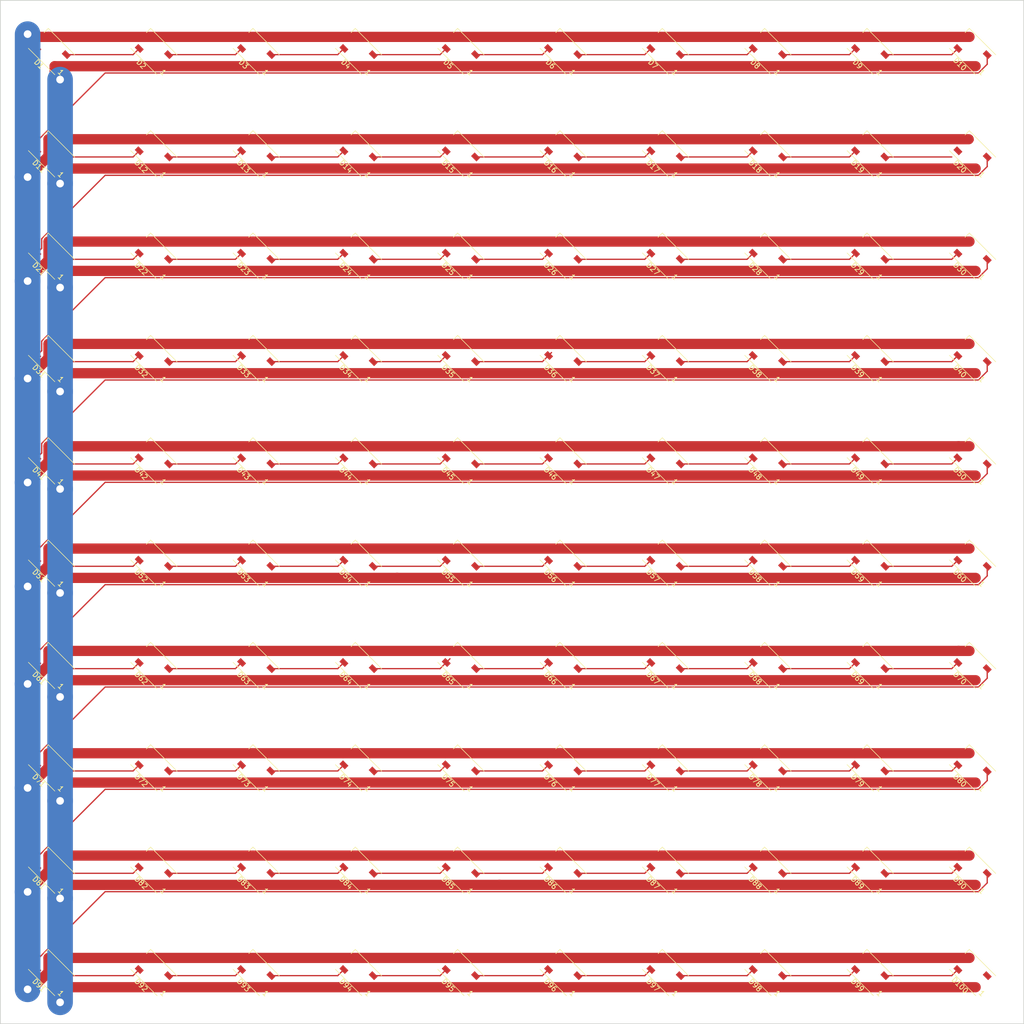
<source format=kicad_pcb>
(kicad_pcb (version 20171130) (host pcbnew 5.0.0)

  (general
    (thickness 1.6)
    (drawings 4)
    (tracks 345)
    (zones 0)
    (modules 100)
    (nets 104)
  )

  (page A4)
  (layers
    (0 F.Cu signal)
    (31 B.Cu signal)
    (32 B.Adhes user)
    (33 F.Adhes user)
    (34 B.Paste user)
    (35 F.Paste user)
    (36 B.SilkS user)
    (37 F.SilkS user)
    (38 B.Mask user)
    (39 F.Mask user)
    (40 Dwgs.User user)
    (41 Cmts.User user)
    (42 Eco1.User user)
    (43 Eco2.User user)
    (44 Edge.Cuts user)
    (45 Margin user)
    (46 B.CrtYd user)
    (47 F.CrtYd user)
    (48 B.Fab user)
    (49 F.Fab user)
  )

  (setup
    (last_trace_width 0.25)
    (trace_clearance 0.2)
    (zone_clearance 0.508)
    (zone_45_only no)
    (trace_min 0.2)
    (segment_width 0.2)
    (edge_width 0.15)
    (via_size 0.8)
    (via_drill 0.4)
    (via_min_size 0.4)
    (via_min_drill 0.3)
    (uvia_size 0.3)
    (uvia_drill 0.1)
    (uvias_allowed no)
    (uvia_min_size 0.2)
    (uvia_min_drill 0.1)
    (pcb_text_width 0.3)
    (pcb_text_size 1.5 1.5)
    (mod_edge_width 0.15)
    (mod_text_size 1 1)
    (mod_text_width 0.15)
    (pad_size 1.524 1.524)
    (pad_drill 0.762)
    (pad_to_mask_clearance 0.2)
    (aux_axis_origin 0 0)
    (visible_elements FFFFFF7F)
    (pcbplotparams
      (layerselection 0x010fc_ffffffff)
      (usegerberextensions false)
      (usegerberattributes false)
      (usegerberadvancedattributes false)
      (creategerberjobfile false)
      (excludeedgelayer true)
      (linewidth 0.100000)
      (plotframeref false)
      (viasonmask false)
      (mode 1)
      (useauxorigin false)
      (hpglpennumber 1)
      (hpglpenspeed 20)
      (hpglpendiameter 15.000000)
      (psnegative false)
      (psa4output false)
      (plotreference true)
      (plotvalue true)
      (plotinvisibletext false)
      (padsonsilk false)
      (subtractmaskfromsilk false)
      (outputformat 1)
      (mirror false)
      (drillshape 1)
      (scaleselection 1)
      (outputdirectory ""))
  )

  (net 0 "")
  (net 1 GND)
  (net 2 "Net-(D1-Pad2)")
  (net 3 +5V)
  (net 4 "Net-(D2-Pad2)")
  (net 5 "Net-(D3-Pad2)")
  (net 6 "Net-(D4-Pad2)")
  (net 7 "Net-(D5-Pad2)")
  (net 8 "Net-(D6-Pad2)")
  (net 9 "Net-(D7-Pad2)")
  (net 10 "Net-(D8-Pad2)")
  (net 11 "Net-(D10-Pad4)")
  (net 12 /Sheet5B624BB6/DIN)
  (net 13 /sheet5B625F71/DIN)
  (net 14 "Net-(D13-Pad2)")
  (net 15 "Net-(D14-Pad2)")
  (net 16 "Net-(D11-Pad2)")
  (net 17 "Net-(D12-Pad2)")
  (net 18 "Net-(D26-Pad2)")
  (net 19 "Net-(D25-Pad2)")
  (net 20 "Net-(D37-Pad2)")
  (net 21 "Net-(D38-Pad2)")
  (net 22 "Net-(D15-Pad2)")
  (net 23 "Net-(D16-Pad2)")
  (net 24 "Net-(D17-Pad2)")
  (net 25 "Net-(D18-Pad2)")
  (net 26 "Net-(D19-Pad2)")
  (net 27 /sheet5B625F76/DIN)
  (net 28 "Net-(D21-Pad2)")
  (net 29 "Net-(D22-Pad2)")
  (net 30 "Net-(D23-Pad2)")
  (net 31 "Net-(D24-Pad2)")
  (net 32 "Net-(D39-Pad2)")
  (net 33 "Net-(D27-Pad2)")
  (net 34 "Net-(D28-Pad2)")
  (net 35 "Net-(D29-Pad2)")
  (net 36 /sheet5B625F7B/DIN)
  (net 37 "Net-(D31-Pad2)")
  (net 38 "Net-(D32-Pad2)")
  (net 39 "Net-(D33-Pad2)")
  (net 40 "Net-(D34-Pad2)")
  (net 41 "Net-(D35-Pad2)")
  (net 42 "Net-(D36-Pad2)")
  (net 43 /sheet5B625F80/DIN)
  (net 44 "Net-(D41-Pad2)")
  (net 45 "Net-(D42-Pad2)")
  (net 46 "Net-(D43-Pad2)")
  (net 47 "Net-(D44-Pad2)")
  (net 48 "Net-(D45-Pad2)")
  (net 49 "Net-(D46-Pad2)")
  (net 50 "Net-(D47-Pad2)")
  (net 51 "Net-(D48-Pad2)")
  (net 52 "Net-(D49-Pad2)")
  (net 53 /sheet5B625F85/DIN)
  (net 54 "Net-(D63-Pad2)")
  (net 55 "Net-(D64-Pad2)")
  (net 56 "Net-(D52-Pad2)")
  (net 57 "Net-(D51-Pad2)")
  (net 58 "Net-(D53-Pad2)")
  (net 59 "Net-(D54-Pad2)")
  (net 60 "Net-(D55-Pad2)")
  (net 61 "Net-(D56-Pad2)")
  (net 62 "Net-(D57-Pad2)")
  (net 63 "Net-(D58-Pad2)")
  (net 64 "Net-(D59-Pad2)")
  (net 65 /sheet5B625F8A/DIN)
  (net 66 "Net-(D61-Pad2)")
  (net 67 "Net-(D62-Pad2)")
  (net 68 "Net-(D75-Pad2)")
  (net 69 "Net-(D76-Pad2)")
  (net 70 "Net-(D88-Pad2)")
  (net 71 "Net-(D87-Pad2)")
  (net 72 "Net-(D65-Pad2)")
  (net 73 "Net-(D66-Pad2)")
  (net 74 "Net-(D67-Pad2)")
  (net 75 "Net-(D68-Pad2)")
  (net 76 "Net-(D69-Pad2)")
  (net 77 /sheet5B625F8F/DIN)
  (net 78 "Net-(D71-Pad2)")
  (net 79 "Net-(D72-Pad2)")
  (net 80 "Net-(D73-Pad2)")
  (net 81 "Net-(D74-Pad2)")
  (net 82 "Net-(D89-Pad2)")
  (net 83 "Net-(D77-Pad2)")
  (net 84 "Net-(D78-Pad2)")
  (net 85 "Net-(D79-Pad2)")
  (net 86 /sheet5B625F94/DIN)
  (net 87 "Net-(D81-Pad2)")
  (net 88 "Net-(D82-Pad2)")
  (net 89 "Net-(D83-Pad2)")
  (net 90 "Net-(D84-Pad2)")
  (net 91 "Net-(D85-Pad2)")
  (net 92 "Net-(D86-Pad2)")
  (net 93 /sheet5B625F99/DIN)
  (net 94 "Net-(D91-Pad2)")
  (net 95 "Net-(D92-Pad2)")
  (net 96 "Net-(D93-Pad2)")
  (net 97 "Net-(D94-Pad2)")
  (net 98 "Net-(D95-Pad2)")
  (net 99 "Net-(D96-Pad2)")
  (net 100 "Net-(D97-Pad2)")
  (net 101 "Net-(D98-Pad2)")
  (net 102 "Net-(D100-Pad4)")
  (net 103 /sheet5B625F99/DOUT)

  (net_class Default "This is the default net class."
    (clearance 0.2)
    (trace_width 0.25)
    (via_dia 0.8)
    (via_drill 0.4)
    (uvia_dia 0.3)
    (uvia_drill 0.1)
    (add_net /Sheet5B624BB6/DIN)
    (add_net /sheet5B625F71/DIN)
    (add_net /sheet5B625F76/DIN)
    (add_net /sheet5B625F7B/DIN)
    (add_net /sheet5B625F80/DIN)
    (add_net /sheet5B625F85/DIN)
    (add_net /sheet5B625F8A/DIN)
    (add_net /sheet5B625F8F/DIN)
    (add_net /sheet5B625F94/DIN)
    (add_net /sheet5B625F99/DIN)
    (add_net /sheet5B625F99/DOUT)
    (add_net "Net-(D1-Pad2)")
    (add_net "Net-(D10-Pad4)")
    (add_net "Net-(D100-Pad4)")
    (add_net "Net-(D11-Pad2)")
    (add_net "Net-(D12-Pad2)")
    (add_net "Net-(D13-Pad2)")
    (add_net "Net-(D14-Pad2)")
    (add_net "Net-(D15-Pad2)")
    (add_net "Net-(D16-Pad2)")
    (add_net "Net-(D17-Pad2)")
    (add_net "Net-(D18-Pad2)")
    (add_net "Net-(D19-Pad2)")
    (add_net "Net-(D2-Pad2)")
    (add_net "Net-(D21-Pad2)")
    (add_net "Net-(D22-Pad2)")
    (add_net "Net-(D23-Pad2)")
    (add_net "Net-(D24-Pad2)")
    (add_net "Net-(D25-Pad2)")
    (add_net "Net-(D26-Pad2)")
    (add_net "Net-(D27-Pad2)")
    (add_net "Net-(D28-Pad2)")
    (add_net "Net-(D29-Pad2)")
    (add_net "Net-(D3-Pad2)")
    (add_net "Net-(D31-Pad2)")
    (add_net "Net-(D32-Pad2)")
    (add_net "Net-(D33-Pad2)")
    (add_net "Net-(D34-Pad2)")
    (add_net "Net-(D35-Pad2)")
    (add_net "Net-(D36-Pad2)")
    (add_net "Net-(D37-Pad2)")
    (add_net "Net-(D38-Pad2)")
    (add_net "Net-(D39-Pad2)")
    (add_net "Net-(D4-Pad2)")
    (add_net "Net-(D41-Pad2)")
    (add_net "Net-(D42-Pad2)")
    (add_net "Net-(D43-Pad2)")
    (add_net "Net-(D44-Pad2)")
    (add_net "Net-(D45-Pad2)")
    (add_net "Net-(D46-Pad2)")
    (add_net "Net-(D47-Pad2)")
    (add_net "Net-(D48-Pad2)")
    (add_net "Net-(D49-Pad2)")
    (add_net "Net-(D5-Pad2)")
    (add_net "Net-(D51-Pad2)")
    (add_net "Net-(D52-Pad2)")
    (add_net "Net-(D53-Pad2)")
    (add_net "Net-(D54-Pad2)")
    (add_net "Net-(D55-Pad2)")
    (add_net "Net-(D56-Pad2)")
    (add_net "Net-(D57-Pad2)")
    (add_net "Net-(D58-Pad2)")
    (add_net "Net-(D59-Pad2)")
    (add_net "Net-(D6-Pad2)")
    (add_net "Net-(D61-Pad2)")
    (add_net "Net-(D62-Pad2)")
    (add_net "Net-(D63-Pad2)")
    (add_net "Net-(D64-Pad2)")
    (add_net "Net-(D65-Pad2)")
    (add_net "Net-(D66-Pad2)")
    (add_net "Net-(D67-Pad2)")
    (add_net "Net-(D68-Pad2)")
    (add_net "Net-(D69-Pad2)")
    (add_net "Net-(D7-Pad2)")
    (add_net "Net-(D71-Pad2)")
    (add_net "Net-(D72-Pad2)")
    (add_net "Net-(D73-Pad2)")
    (add_net "Net-(D74-Pad2)")
    (add_net "Net-(D75-Pad2)")
    (add_net "Net-(D76-Pad2)")
    (add_net "Net-(D77-Pad2)")
    (add_net "Net-(D78-Pad2)")
    (add_net "Net-(D79-Pad2)")
    (add_net "Net-(D8-Pad2)")
    (add_net "Net-(D81-Pad2)")
    (add_net "Net-(D82-Pad2)")
    (add_net "Net-(D83-Pad2)")
    (add_net "Net-(D84-Pad2)")
    (add_net "Net-(D85-Pad2)")
    (add_net "Net-(D86-Pad2)")
    (add_net "Net-(D87-Pad2)")
    (add_net "Net-(D88-Pad2)")
    (add_net "Net-(D89-Pad2)")
    (add_net "Net-(D91-Pad2)")
    (add_net "Net-(D92-Pad2)")
    (add_net "Net-(D93-Pad2)")
    (add_net "Net-(D94-Pad2)")
    (add_net "Net-(D95-Pad2)")
    (add_net "Net-(D96-Pad2)")
    (add_net "Net-(D97-Pad2)")
    (add_net "Net-(D98-Pad2)")
  )

  (net_class Power ""
    (clearance 0.2)
    (trace_width 2)
    (via_dia 2)
    (via_drill 1.5)
    (uvia_dia 0.3)
    (uvia_drill 0.1)
    (add_net +5V)
    (add_net GND)
  )

  (module LED_SMD:LED_WS2812B_PLCC4_5.0x5.0mm_P3.2mm (layer F.Cu) (tedit 5AA4B285) (tstamp 5B724671)
    (at 205 205 135)
    (descr https://cdn-shop.adafruit.com/datasheets/WS2812B.pdf)
    (tags "LED RGB NeoPixel")
    (path /5B625F9D/5B6250EF)
    (attr smd)
    (fp_text reference D100 (at 0 -3.5 135) (layer F.SilkS)
      (effects (font (size 1 1) (thickness 0.15)))
    )
    (fp_text value WS2812B (at 0 4 135) (layer F.Fab)
      (effects (font (size 1 1) (thickness 0.15)))
    )
    (fp_circle (center 0 0) (end 0 -2) (layer F.Fab) (width 0.1))
    (fp_line (start 3.65 2.75) (end 3.65 1.6) (layer F.SilkS) (width 0.12))
    (fp_line (start -3.65 2.75) (end 3.65 2.75) (layer F.SilkS) (width 0.12))
    (fp_line (start -3.65 -2.75) (end 3.65 -2.75) (layer F.SilkS) (width 0.12))
    (fp_line (start 2.5 -2.5) (end -2.5 -2.5) (layer F.Fab) (width 0.1))
    (fp_line (start 2.5 2.5) (end 2.5 -2.5) (layer F.Fab) (width 0.1))
    (fp_line (start -2.5 2.5) (end 2.5 2.5) (layer F.Fab) (width 0.1))
    (fp_line (start -2.5 -2.5) (end -2.5 2.5) (layer F.Fab) (width 0.1))
    (fp_line (start 2.5 1.5) (end 1.5 2.5) (layer F.Fab) (width 0.1))
    (fp_line (start -3.45 -2.75) (end -3.45 2.75) (layer F.CrtYd) (width 0.05))
    (fp_line (start -3.45 2.75) (end 3.45 2.75) (layer F.CrtYd) (width 0.05))
    (fp_line (start 3.45 2.75) (end 3.45 -2.75) (layer F.CrtYd) (width 0.05))
    (fp_line (start 3.45 -2.75) (end -3.45 -2.75) (layer F.CrtYd) (width 0.05))
    (fp_text user %R (at 0 0 135) (layer F.Fab)
      (effects (font (size 0.8 0.8) (thickness 0.15)))
    )
    (fp_text user 1 (at -4.15 -1.6 135) (layer F.SilkS)
      (effects (font (size 1 1) (thickness 0.15)))
    )
    (pad 1 smd rect (at -2.45 -1.6 135) (size 1.5 1) (layers F.Cu F.Paste F.Mask)
      (net 3 +5V))
    (pad 2 smd rect (at -2.45 1.6 135) (size 1.5 1) (layers F.Cu F.Paste F.Mask)
      (net 103 /sheet5B625F99/DOUT))
    (pad 4 smd rect (at 2.45 -1.6 135) (size 1.5 1) (layers F.Cu F.Paste F.Mask)
      (net 102 "Net-(D100-Pad4)"))
    (pad 3 smd rect (at 2.45 1.6 135) (size 1.5 1) (layers F.Cu F.Paste F.Mask)
      (net 1 GND))
    (model ${KISYS3DMOD}/LED_SMD.3dshapes/LED_WS2812B_PLCC4_5.0x5.0mm_P3.2mm.wrl
      (at (xyz 0 0 0))
      (scale (xyz 1 1 1))
      (rotate (xyz 0 0 0))
    )
  )

  (module LED_SMD:LED_WS2812B_PLCC4_5.0x5.0mm_P3.2mm (layer F.Cu) (tedit 5AA4B285) (tstamp 5B72465A)
    (at 185 205 135)
    (descr https://cdn-shop.adafruit.com/datasheets/WS2812B.pdf)
    (tags "LED RGB NeoPixel")
    (path /5B625F9D/5B6250DA)
    (attr smd)
    (fp_text reference D99 (at 0 -3.5 135) (layer F.SilkS)
      (effects (font (size 1 1) (thickness 0.15)))
    )
    (fp_text value WS2812B (at 0 4 135) (layer F.Fab)
      (effects (font (size 1 1) (thickness 0.15)))
    )
    (fp_text user 1 (at -4.15 -1.6 135) (layer F.SilkS)
      (effects (font (size 1 1) (thickness 0.15)))
    )
    (fp_text user %R (at 0 0 135) (layer F.Fab)
      (effects (font (size 0.8 0.8) (thickness 0.15)))
    )
    (fp_line (start 3.45 -2.75) (end -3.45 -2.75) (layer F.CrtYd) (width 0.05))
    (fp_line (start 3.45 2.75) (end 3.45 -2.75) (layer F.CrtYd) (width 0.05))
    (fp_line (start -3.45 2.75) (end 3.45 2.75) (layer F.CrtYd) (width 0.05))
    (fp_line (start -3.45 -2.75) (end -3.45 2.75) (layer F.CrtYd) (width 0.05))
    (fp_line (start 2.5 1.5) (end 1.5 2.5) (layer F.Fab) (width 0.1))
    (fp_line (start -2.5 -2.5) (end -2.5 2.5) (layer F.Fab) (width 0.1))
    (fp_line (start -2.5 2.5) (end 2.5 2.5) (layer F.Fab) (width 0.1))
    (fp_line (start 2.5 2.5) (end 2.5 -2.5) (layer F.Fab) (width 0.1))
    (fp_line (start 2.5 -2.5) (end -2.5 -2.5) (layer F.Fab) (width 0.1))
    (fp_line (start -3.65 -2.75) (end 3.65 -2.75) (layer F.SilkS) (width 0.12))
    (fp_line (start -3.65 2.75) (end 3.65 2.75) (layer F.SilkS) (width 0.12))
    (fp_line (start 3.65 2.75) (end 3.65 1.6) (layer F.SilkS) (width 0.12))
    (fp_circle (center 0 0) (end 0 -2) (layer F.Fab) (width 0.1))
    (pad 3 smd rect (at 2.45 1.6 135) (size 1.5 1) (layers F.Cu F.Paste F.Mask)
      (net 1 GND))
    (pad 4 smd rect (at 2.45 -1.6 135) (size 1.5 1) (layers F.Cu F.Paste F.Mask)
      (net 101 "Net-(D98-Pad2)"))
    (pad 2 smd rect (at -2.45 1.6 135) (size 1.5 1) (layers F.Cu F.Paste F.Mask)
      (net 102 "Net-(D100-Pad4)"))
    (pad 1 smd rect (at -2.45 -1.6 135) (size 1.5 1) (layers F.Cu F.Paste F.Mask)
      (net 3 +5V))
    (model ${KISYS3DMOD}/LED_SMD.3dshapes/LED_WS2812B_PLCC4_5.0x5.0mm_P3.2mm.wrl
      (at (xyz 0 0 0))
      (scale (xyz 1 1 1))
      (rotate (xyz 0 0 0))
    )
  )

  (module LED_SMD:LED_WS2812B_PLCC4_5.0x5.0mm_P3.2mm (layer F.Cu) (tedit 5AA4B285) (tstamp 5B724643)
    (at 165 205 135)
    (descr https://cdn-shop.adafruit.com/datasheets/WS2812B.pdf)
    (tags "LED RGB NeoPixel")
    (path /5B625F9D/5B62509B)
    (attr smd)
    (fp_text reference D98 (at 0 -3.5 135) (layer F.SilkS)
      (effects (font (size 1 1) (thickness 0.15)))
    )
    (fp_text value WS2812B (at 0 4 135) (layer F.Fab)
      (effects (font (size 1 1) (thickness 0.15)))
    )
    (fp_circle (center 0 0) (end 0 -2) (layer F.Fab) (width 0.1))
    (fp_line (start 3.65 2.75) (end 3.65 1.6) (layer F.SilkS) (width 0.12))
    (fp_line (start -3.65 2.75) (end 3.65 2.75) (layer F.SilkS) (width 0.12))
    (fp_line (start -3.65 -2.75) (end 3.65 -2.75) (layer F.SilkS) (width 0.12))
    (fp_line (start 2.5 -2.5) (end -2.5 -2.5) (layer F.Fab) (width 0.1))
    (fp_line (start 2.5 2.5) (end 2.5 -2.5) (layer F.Fab) (width 0.1))
    (fp_line (start -2.5 2.5) (end 2.5 2.5) (layer F.Fab) (width 0.1))
    (fp_line (start -2.5 -2.5) (end -2.5 2.5) (layer F.Fab) (width 0.1))
    (fp_line (start 2.5 1.5) (end 1.5 2.5) (layer F.Fab) (width 0.1))
    (fp_line (start -3.45 -2.75) (end -3.45 2.75) (layer F.CrtYd) (width 0.05))
    (fp_line (start -3.45 2.75) (end 3.45 2.75) (layer F.CrtYd) (width 0.05))
    (fp_line (start 3.45 2.75) (end 3.45 -2.75) (layer F.CrtYd) (width 0.05))
    (fp_line (start 3.45 -2.75) (end -3.45 -2.75) (layer F.CrtYd) (width 0.05))
    (fp_text user %R (at 0 0 135) (layer F.Fab)
      (effects (font (size 0.8 0.8) (thickness 0.15)))
    )
    (fp_text user 1 (at -4.15 -1.6 135) (layer F.SilkS)
      (effects (font (size 1 1) (thickness 0.15)))
    )
    (pad 1 smd rect (at -2.45 -1.6 135) (size 1.5 1) (layers F.Cu F.Paste F.Mask)
      (net 3 +5V))
    (pad 2 smd rect (at -2.45 1.6 135) (size 1.5 1) (layers F.Cu F.Paste F.Mask)
      (net 101 "Net-(D98-Pad2)"))
    (pad 4 smd rect (at 2.45 -1.6 135) (size 1.5 1) (layers F.Cu F.Paste F.Mask)
      (net 100 "Net-(D97-Pad2)"))
    (pad 3 smd rect (at 2.45 1.6 135) (size 1.5 1) (layers F.Cu F.Paste F.Mask)
      (net 1 GND))
    (model ${KISYS3DMOD}/LED_SMD.3dshapes/LED_WS2812B_PLCC4_5.0x5.0mm_P3.2mm.wrl
      (at (xyz 0 0 0))
      (scale (xyz 1 1 1))
      (rotate (xyz 0 0 0))
    )
  )

  (module LED_SMD:LED_WS2812B_PLCC4_5.0x5.0mm_P3.2mm (layer F.Cu) (tedit 5AA4B285) (tstamp 5B72462C)
    (at 145 205 135)
    (descr https://cdn-shop.adafruit.com/datasheets/WS2812B.pdf)
    (tags "LED RGB NeoPixel")
    (path /5B625F9D/5B6250B0)
    (attr smd)
    (fp_text reference D97 (at 0 -3.5 135) (layer F.SilkS)
      (effects (font (size 1 1) (thickness 0.15)))
    )
    (fp_text value WS2812B (at 0 4 135) (layer F.Fab)
      (effects (font (size 1 1) (thickness 0.15)))
    )
    (fp_text user 1 (at -4.15 -1.6 135) (layer F.SilkS)
      (effects (font (size 1 1) (thickness 0.15)))
    )
    (fp_text user %R (at 0 0 135) (layer F.Fab)
      (effects (font (size 0.8 0.8) (thickness 0.15)))
    )
    (fp_line (start 3.45 -2.75) (end -3.45 -2.75) (layer F.CrtYd) (width 0.05))
    (fp_line (start 3.45 2.75) (end 3.45 -2.75) (layer F.CrtYd) (width 0.05))
    (fp_line (start -3.45 2.75) (end 3.45 2.75) (layer F.CrtYd) (width 0.05))
    (fp_line (start -3.45 -2.75) (end -3.45 2.75) (layer F.CrtYd) (width 0.05))
    (fp_line (start 2.5 1.5) (end 1.5 2.5) (layer F.Fab) (width 0.1))
    (fp_line (start -2.5 -2.5) (end -2.5 2.5) (layer F.Fab) (width 0.1))
    (fp_line (start -2.5 2.5) (end 2.5 2.5) (layer F.Fab) (width 0.1))
    (fp_line (start 2.5 2.5) (end 2.5 -2.5) (layer F.Fab) (width 0.1))
    (fp_line (start 2.5 -2.5) (end -2.5 -2.5) (layer F.Fab) (width 0.1))
    (fp_line (start -3.65 -2.75) (end 3.65 -2.75) (layer F.SilkS) (width 0.12))
    (fp_line (start -3.65 2.75) (end 3.65 2.75) (layer F.SilkS) (width 0.12))
    (fp_line (start 3.65 2.75) (end 3.65 1.6) (layer F.SilkS) (width 0.12))
    (fp_circle (center 0 0) (end 0 -2) (layer F.Fab) (width 0.1))
    (pad 3 smd rect (at 2.45 1.6 135) (size 1.5 1) (layers F.Cu F.Paste F.Mask)
      (net 1 GND))
    (pad 4 smd rect (at 2.45 -1.6 135) (size 1.5 1) (layers F.Cu F.Paste F.Mask)
      (net 99 "Net-(D96-Pad2)"))
    (pad 2 smd rect (at -2.45 1.6 135) (size 1.5 1) (layers F.Cu F.Paste F.Mask)
      (net 100 "Net-(D97-Pad2)"))
    (pad 1 smd rect (at -2.45 -1.6 135) (size 1.5 1) (layers F.Cu F.Paste F.Mask)
      (net 3 +5V))
    (model ${KISYS3DMOD}/LED_SMD.3dshapes/LED_WS2812B_PLCC4_5.0x5.0mm_P3.2mm.wrl
      (at (xyz 0 0 0))
      (scale (xyz 1 1 1))
      (rotate (xyz 0 0 0))
    )
  )

  (module LED_SMD:LED_WS2812B_PLCC4_5.0x5.0mm_P3.2mm (layer F.Cu) (tedit 5AA4B285) (tstamp 5B724615)
    (at 125 205 135)
    (descr https://cdn-shop.adafruit.com/datasheets/WS2812B.pdf)
    (tags "LED RGB NeoPixel")
    (path /5B625F9D/5B6250C5)
    (attr smd)
    (fp_text reference D96 (at 0 -3.5 135) (layer F.SilkS)
      (effects (font (size 1 1) (thickness 0.15)))
    )
    (fp_text value WS2812B (at 0 4 135) (layer F.Fab)
      (effects (font (size 1 1) (thickness 0.15)))
    )
    (fp_circle (center 0 0) (end 0 -2) (layer F.Fab) (width 0.1))
    (fp_line (start 3.65 2.75) (end 3.65 1.6) (layer F.SilkS) (width 0.12))
    (fp_line (start -3.65 2.75) (end 3.65 2.75) (layer F.SilkS) (width 0.12))
    (fp_line (start -3.65 -2.75) (end 3.65 -2.75) (layer F.SilkS) (width 0.12))
    (fp_line (start 2.5 -2.5) (end -2.5 -2.5) (layer F.Fab) (width 0.1))
    (fp_line (start 2.5 2.5) (end 2.5 -2.5) (layer F.Fab) (width 0.1))
    (fp_line (start -2.5 2.5) (end 2.5 2.5) (layer F.Fab) (width 0.1))
    (fp_line (start -2.5 -2.5) (end -2.5 2.5) (layer F.Fab) (width 0.1))
    (fp_line (start 2.5 1.5) (end 1.5 2.5) (layer F.Fab) (width 0.1))
    (fp_line (start -3.45 -2.75) (end -3.45 2.75) (layer F.CrtYd) (width 0.05))
    (fp_line (start -3.45 2.75) (end 3.45 2.75) (layer F.CrtYd) (width 0.05))
    (fp_line (start 3.45 2.75) (end 3.45 -2.75) (layer F.CrtYd) (width 0.05))
    (fp_line (start 3.45 -2.75) (end -3.45 -2.75) (layer F.CrtYd) (width 0.05))
    (fp_text user %R (at 0 0 135) (layer F.Fab)
      (effects (font (size 0.8 0.8) (thickness 0.15)))
    )
    (fp_text user 1 (at -4.15 -1.6 135) (layer F.SilkS)
      (effects (font (size 1 1) (thickness 0.15)))
    )
    (pad 1 smd rect (at -2.45 -1.6 135) (size 1.5 1) (layers F.Cu F.Paste F.Mask)
      (net 3 +5V))
    (pad 2 smd rect (at -2.45 1.6 135) (size 1.5 1) (layers F.Cu F.Paste F.Mask)
      (net 99 "Net-(D96-Pad2)"))
    (pad 4 smd rect (at 2.45 -1.6 135) (size 1.5 1) (layers F.Cu F.Paste F.Mask)
      (net 98 "Net-(D95-Pad2)"))
    (pad 3 smd rect (at 2.45 1.6 135) (size 1.5 1) (layers F.Cu F.Paste F.Mask)
      (net 1 GND))
    (model ${KISYS3DMOD}/LED_SMD.3dshapes/LED_WS2812B_PLCC4_5.0x5.0mm_P3.2mm.wrl
      (at (xyz 0 0 0))
      (scale (xyz 1 1 1))
      (rotate (xyz 0 0 0))
    )
  )

  (module LED_SMD:LED_WS2812B_PLCC4_5.0x5.0mm_P3.2mm (layer F.Cu) (tedit 5AA4B285) (tstamp 5B7245FE)
    (at 105 205 135)
    (descr https://cdn-shop.adafruit.com/datasheets/WS2812B.pdf)
    (tags "LED RGB NeoPixel")
    (path /5B625F9D/5B625086)
    (attr smd)
    (fp_text reference D95 (at 0 -3.5 135) (layer F.SilkS)
      (effects (font (size 1 1) (thickness 0.15)))
    )
    (fp_text value WS2812B (at 0 4 135) (layer F.Fab)
      (effects (font (size 1 1) (thickness 0.15)))
    )
    (fp_text user 1 (at -4.15 -1.6 135) (layer F.SilkS)
      (effects (font (size 1 1) (thickness 0.15)))
    )
    (fp_text user %R (at 0 0 135) (layer F.Fab)
      (effects (font (size 0.8 0.8) (thickness 0.15)))
    )
    (fp_line (start 3.45 -2.75) (end -3.45 -2.75) (layer F.CrtYd) (width 0.05))
    (fp_line (start 3.45 2.75) (end 3.45 -2.75) (layer F.CrtYd) (width 0.05))
    (fp_line (start -3.45 2.75) (end 3.45 2.75) (layer F.CrtYd) (width 0.05))
    (fp_line (start -3.45 -2.75) (end -3.45 2.75) (layer F.CrtYd) (width 0.05))
    (fp_line (start 2.5 1.5) (end 1.5 2.5) (layer F.Fab) (width 0.1))
    (fp_line (start -2.5 -2.5) (end -2.5 2.5) (layer F.Fab) (width 0.1))
    (fp_line (start -2.5 2.5) (end 2.5 2.5) (layer F.Fab) (width 0.1))
    (fp_line (start 2.5 2.5) (end 2.5 -2.5) (layer F.Fab) (width 0.1))
    (fp_line (start 2.5 -2.5) (end -2.5 -2.5) (layer F.Fab) (width 0.1))
    (fp_line (start -3.65 -2.75) (end 3.65 -2.75) (layer F.SilkS) (width 0.12))
    (fp_line (start -3.65 2.75) (end 3.65 2.75) (layer F.SilkS) (width 0.12))
    (fp_line (start 3.65 2.75) (end 3.65 1.6) (layer F.SilkS) (width 0.12))
    (fp_circle (center 0 0) (end 0 -2) (layer F.Fab) (width 0.1))
    (pad 3 smd rect (at 2.45 1.6 135) (size 1.5 1) (layers F.Cu F.Paste F.Mask)
      (net 1 GND))
    (pad 4 smd rect (at 2.45 -1.6 135) (size 1.5 1) (layers F.Cu F.Paste F.Mask)
      (net 97 "Net-(D94-Pad2)"))
    (pad 2 smd rect (at -2.45 1.6 135) (size 1.5 1) (layers F.Cu F.Paste F.Mask)
      (net 98 "Net-(D95-Pad2)"))
    (pad 1 smd rect (at -2.45 -1.6 135) (size 1.5 1) (layers F.Cu F.Paste F.Mask)
      (net 3 +5V))
    (model ${KISYS3DMOD}/LED_SMD.3dshapes/LED_WS2812B_PLCC4_5.0x5.0mm_P3.2mm.wrl
      (at (xyz 0 0 0))
      (scale (xyz 1 1 1))
      (rotate (xyz 0 0 0))
    )
  )

  (module LED_SMD:LED_WS2812B_PLCC4_5.0x5.0mm_P3.2mm (layer F.Cu) (tedit 5AA4B285) (tstamp 5B7245E7)
    (at 85 205 135)
    (descr https://cdn-shop.adafruit.com/datasheets/WS2812B.pdf)
    (tags "LED RGB NeoPixel")
    (path /5B625F9D/5B625071)
    (attr smd)
    (fp_text reference D94 (at 0 -3.5 135) (layer F.SilkS)
      (effects (font (size 1 1) (thickness 0.15)))
    )
    (fp_text value WS2812B (at 0 4 135) (layer F.Fab)
      (effects (font (size 1 1) (thickness 0.15)))
    )
    (fp_circle (center 0 0) (end 0 -2) (layer F.Fab) (width 0.1))
    (fp_line (start 3.65 2.75) (end 3.65 1.6) (layer F.SilkS) (width 0.12))
    (fp_line (start -3.65 2.75) (end 3.65 2.75) (layer F.SilkS) (width 0.12))
    (fp_line (start -3.65 -2.75) (end 3.65 -2.75) (layer F.SilkS) (width 0.12))
    (fp_line (start 2.5 -2.5) (end -2.5 -2.5) (layer F.Fab) (width 0.1))
    (fp_line (start 2.5 2.5) (end 2.5 -2.5) (layer F.Fab) (width 0.1))
    (fp_line (start -2.5 2.5) (end 2.5 2.5) (layer F.Fab) (width 0.1))
    (fp_line (start -2.5 -2.5) (end -2.5 2.5) (layer F.Fab) (width 0.1))
    (fp_line (start 2.5 1.5) (end 1.5 2.5) (layer F.Fab) (width 0.1))
    (fp_line (start -3.45 -2.75) (end -3.45 2.75) (layer F.CrtYd) (width 0.05))
    (fp_line (start -3.45 2.75) (end 3.45 2.75) (layer F.CrtYd) (width 0.05))
    (fp_line (start 3.45 2.75) (end 3.45 -2.75) (layer F.CrtYd) (width 0.05))
    (fp_line (start 3.45 -2.75) (end -3.45 -2.75) (layer F.CrtYd) (width 0.05))
    (fp_text user %R (at 0 0 135) (layer F.Fab)
      (effects (font (size 0.8 0.8) (thickness 0.15)))
    )
    (fp_text user 1 (at -4.15 -1.6 135) (layer F.SilkS)
      (effects (font (size 1 1) (thickness 0.15)))
    )
    (pad 1 smd rect (at -2.45 -1.6 135) (size 1.5 1) (layers F.Cu F.Paste F.Mask)
      (net 3 +5V))
    (pad 2 smd rect (at -2.45 1.6 135) (size 1.5 1) (layers F.Cu F.Paste F.Mask)
      (net 97 "Net-(D94-Pad2)"))
    (pad 4 smd rect (at 2.45 -1.6 135) (size 1.5 1) (layers F.Cu F.Paste F.Mask)
      (net 96 "Net-(D93-Pad2)"))
    (pad 3 smd rect (at 2.45 1.6 135) (size 1.5 1) (layers F.Cu F.Paste F.Mask)
      (net 1 GND))
    (model ${KISYS3DMOD}/LED_SMD.3dshapes/LED_WS2812B_PLCC4_5.0x5.0mm_P3.2mm.wrl
      (at (xyz 0 0 0))
      (scale (xyz 1 1 1))
      (rotate (xyz 0 0 0))
    )
  )

  (module LED_SMD:LED_WS2812B_PLCC4_5.0x5.0mm_P3.2mm (layer F.Cu) (tedit 5AA4B285) (tstamp 5B7245D0)
    (at 65 205 135)
    (descr https://cdn-shop.adafruit.com/datasheets/WS2812B.pdf)
    (tags "LED RGB NeoPixel")
    (path /5B625F9D/5B625032)
    (attr smd)
    (fp_text reference D93 (at 0 -3.5 135) (layer F.SilkS)
      (effects (font (size 1 1) (thickness 0.15)))
    )
    (fp_text value WS2812B (at 0 4 135) (layer F.Fab)
      (effects (font (size 1 1) (thickness 0.15)))
    )
    (fp_text user 1 (at -4.15 -1.6 135) (layer F.SilkS)
      (effects (font (size 1 1) (thickness 0.15)))
    )
    (fp_text user %R (at 0 0 135) (layer F.Fab)
      (effects (font (size 0.8 0.8) (thickness 0.15)))
    )
    (fp_line (start 3.45 -2.75) (end -3.45 -2.75) (layer F.CrtYd) (width 0.05))
    (fp_line (start 3.45 2.75) (end 3.45 -2.75) (layer F.CrtYd) (width 0.05))
    (fp_line (start -3.45 2.75) (end 3.45 2.75) (layer F.CrtYd) (width 0.05))
    (fp_line (start -3.45 -2.75) (end -3.45 2.75) (layer F.CrtYd) (width 0.05))
    (fp_line (start 2.5 1.5) (end 1.5 2.5) (layer F.Fab) (width 0.1))
    (fp_line (start -2.5 -2.5) (end -2.5 2.5) (layer F.Fab) (width 0.1))
    (fp_line (start -2.5 2.5) (end 2.5 2.5) (layer F.Fab) (width 0.1))
    (fp_line (start 2.5 2.5) (end 2.5 -2.5) (layer F.Fab) (width 0.1))
    (fp_line (start 2.5 -2.5) (end -2.5 -2.5) (layer F.Fab) (width 0.1))
    (fp_line (start -3.65 -2.75) (end 3.65 -2.75) (layer F.SilkS) (width 0.12))
    (fp_line (start -3.65 2.75) (end 3.65 2.75) (layer F.SilkS) (width 0.12))
    (fp_line (start 3.65 2.75) (end 3.65 1.6) (layer F.SilkS) (width 0.12))
    (fp_circle (center 0 0) (end 0 -2) (layer F.Fab) (width 0.1))
    (pad 3 smd rect (at 2.45 1.6 135) (size 1.5 1) (layers F.Cu F.Paste F.Mask)
      (net 1 GND))
    (pad 4 smd rect (at 2.45 -1.6 135) (size 1.5 1) (layers F.Cu F.Paste F.Mask)
      (net 95 "Net-(D92-Pad2)"))
    (pad 2 smd rect (at -2.45 1.6 135) (size 1.5 1) (layers F.Cu F.Paste F.Mask)
      (net 96 "Net-(D93-Pad2)"))
    (pad 1 smd rect (at -2.45 -1.6 135) (size 1.5 1) (layers F.Cu F.Paste F.Mask)
      (net 3 +5V))
    (model ${KISYS3DMOD}/LED_SMD.3dshapes/LED_WS2812B_PLCC4_5.0x5.0mm_P3.2mm.wrl
      (at (xyz 0 0 0))
      (scale (xyz 1 1 1))
      (rotate (xyz 0 0 0))
    )
  )

  (module LED_SMD:LED_WS2812B_PLCC4_5.0x5.0mm_P3.2mm (layer F.Cu) (tedit 5AA4B285) (tstamp 5B7245B9)
    (at 45 205 135)
    (descr https://cdn-shop.adafruit.com/datasheets/WS2812B.pdf)
    (tags "LED RGB NeoPixel")
    (path /5B625F9D/5B625047)
    (attr smd)
    (fp_text reference D92 (at 0 -3.5 135) (layer F.SilkS)
      (effects (font (size 1 1) (thickness 0.15)))
    )
    (fp_text value WS2812B (at 0 4 135) (layer F.Fab)
      (effects (font (size 1 1) (thickness 0.15)))
    )
    (fp_circle (center 0 0) (end 0 -2) (layer F.Fab) (width 0.1))
    (fp_line (start 3.65 2.75) (end 3.65 1.6) (layer F.SilkS) (width 0.12))
    (fp_line (start -3.65 2.75) (end 3.65 2.75) (layer F.SilkS) (width 0.12))
    (fp_line (start -3.65 -2.75) (end 3.65 -2.75) (layer F.SilkS) (width 0.12))
    (fp_line (start 2.5 -2.5) (end -2.5 -2.5) (layer F.Fab) (width 0.1))
    (fp_line (start 2.5 2.5) (end 2.5 -2.5) (layer F.Fab) (width 0.1))
    (fp_line (start -2.5 2.5) (end 2.5 2.5) (layer F.Fab) (width 0.1))
    (fp_line (start -2.5 -2.5) (end -2.5 2.5) (layer F.Fab) (width 0.1))
    (fp_line (start 2.5 1.5) (end 1.5 2.5) (layer F.Fab) (width 0.1))
    (fp_line (start -3.45 -2.75) (end -3.45 2.75) (layer F.CrtYd) (width 0.05))
    (fp_line (start -3.45 2.75) (end 3.45 2.75) (layer F.CrtYd) (width 0.05))
    (fp_line (start 3.45 2.75) (end 3.45 -2.75) (layer F.CrtYd) (width 0.05))
    (fp_line (start 3.45 -2.75) (end -3.45 -2.75) (layer F.CrtYd) (width 0.05))
    (fp_text user %R (at 0 0 135) (layer F.Fab)
      (effects (font (size 0.8 0.8) (thickness 0.15)))
    )
    (fp_text user 1 (at -4.15 -1.6 135) (layer F.SilkS)
      (effects (font (size 1 1) (thickness 0.15)))
    )
    (pad 1 smd rect (at -2.45 -1.6 135) (size 1.5 1) (layers F.Cu F.Paste F.Mask)
      (net 3 +5V))
    (pad 2 smd rect (at -2.45 1.6 135) (size 1.5 1) (layers F.Cu F.Paste F.Mask)
      (net 95 "Net-(D92-Pad2)"))
    (pad 4 smd rect (at 2.45 -1.6 135) (size 1.5 1) (layers F.Cu F.Paste F.Mask)
      (net 94 "Net-(D91-Pad2)"))
    (pad 3 smd rect (at 2.45 1.6 135) (size 1.5 1) (layers F.Cu F.Paste F.Mask)
      (net 1 GND))
    (model ${KISYS3DMOD}/LED_SMD.3dshapes/LED_WS2812B_PLCC4_5.0x5.0mm_P3.2mm.wrl
      (at (xyz 0 0 0))
      (scale (xyz 1 1 1))
      (rotate (xyz 0 0 0))
    )
  )

  (module LED_SMD:LED_WS2812B_PLCC4_5.0x5.0mm_P3.2mm (layer F.Cu) (tedit 5AA4B285) (tstamp 5B7245A2)
    (at 25 205 135)
    (descr https://cdn-shop.adafruit.com/datasheets/WS2812B.pdf)
    (tags "LED RGB NeoPixel")
    (path /5B625F9D/5B62505C)
    (attr smd)
    (fp_text reference D91 (at 0 -3.5 135) (layer F.SilkS)
      (effects (font (size 1 1) (thickness 0.15)))
    )
    (fp_text value WS2812B (at 0 4 135) (layer F.Fab)
      (effects (font (size 1 1) (thickness 0.15)))
    )
    (fp_text user 1 (at -4.15 -1.6 135) (layer F.SilkS)
      (effects (font (size 1 1) (thickness 0.15)))
    )
    (fp_text user %R (at 0 0 135) (layer F.Fab)
      (effects (font (size 0.8 0.8) (thickness 0.15)))
    )
    (fp_line (start 3.45 -2.75) (end -3.45 -2.75) (layer F.CrtYd) (width 0.05))
    (fp_line (start 3.45 2.75) (end 3.45 -2.75) (layer F.CrtYd) (width 0.05))
    (fp_line (start -3.45 2.75) (end 3.45 2.75) (layer F.CrtYd) (width 0.05))
    (fp_line (start -3.45 -2.75) (end -3.45 2.75) (layer F.CrtYd) (width 0.05))
    (fp_line (start 2.5 1.5) (end 1.5 2.5) (layer F.Fab) (width 0.1))
    (fp_line (start -2.5 -2.5) (end -2.5 2.5) (layer F.Fab) (width 0.1))
    (fp_line (start -2.5 2.5) (end 2.5 2.5) (layer F.Fab) (width 0.1))
    (fp_line (start 2.5 2.5) (end 2.5 -2.5) (layer F.Fab) (width 0.1))
    (fp_line (start 2.5 -2.5) (end -2.5 -2.5) (layer F.Fab) (width 0.1))
    (fp_line (start -3.65 -2.75) (end 3.65 -2.75) (layer F.SilkS) (width 0.12))
    (fp_line (start -3.65 2.75) (end 3.65 2.75) (layer F.SilkS) (width 0.12))
    (fp_line (start 3.65 2.75) (end 3.65 1.6) (layer F.SilkS) (width 0.12))
    (fp_circle (center 0 0) (end 0 -2) (layer F.Fab) (width 0.1))
    (pad 3 smd rect (at 2.45 1.6 135) (size 1.5 1) (layers F.Cu F.Paste F.Mask)
      (net 1 GND))
    (pad 4 smd rect (at 2.45 -1.6 135) (size 1.5 1) (layers F.Cu F.Paste F.Mask)
      (net 93 /sheet5B625F99/DIN))
    (pad 2 smd rect (at -2.45 1.6 135) (size 1.5 1) (layers F.Cu F.Paste F.Mask)
      (net 94 "Net-(D91-Pad2)"))
    (pad 1 smd rect (at -2.45 -1.6 135) (size 1.5 1) (layers F.Cu F.Paste F.Mask)
      (net 3 +5V))
    (model ${KISYS3DMOD}/LED_SMD.3dshapes/LED_WS2812B_PLCC4_5.0x5.0mm_P3.2mm.wrl
      (at (xyz 0 0 0))
      (scale (xyz 1 1 1))
      (rotate (xyz 0 0 0))
    )
  )

  (module LED_SMD:LED_WS2812B_PLCC4_5.0x5.0mm_P3.2mm (layer F.Cu) (tedit 5AA4B285) (tstamp 5B72458B)
    (at 205 185 135)
    (descr https://cdn-shop.adafruit.com/datasheets/WS2812B.pdf)
    (tags "LED RGB NeoPixel")
    (path /5B625F98/5B6250EF)
    (attr smd)
    (fp_text reference D90 (at 0 -3.5 135) (layer F.SilkS)
      (effects (font (size 1 1) (thickness 0.15)))
    )
    (fp_text value WS2812B (at 0 4 135) (layer F.Fab)
      (effects (font (size 1 1) (thickness 0.15)))
    )
    (fp_circle (center 0 0) (end 0 -2) (layer F.Fab) (width 0.1))
    (fp_line (start 3.65 2.75) (end 3.65 1.6) (layer F.SilkS) (width 0.12))
    (fp_line (start -3.65 2.75) (end 3.65 2.75) (layer F.SilkS) (width 0.12))
    (fp_line (start -3.65 -2.75) (end 3.65 -2.75) (layer F.SilkS) (width 0.12))
    (fp_line (start 2.5 -2.5) (end -2.5 -2.5) (layer F.Fab) (width 0.1))
    (fp_line (start 2.5 2.5) (end 2.5 -2.5) (layer F.Fab) (width 0.1))
    (fp_line (start -2.5 2.5) (end 2.5 2.5) (layer F.Fab) (width 0.1))
    (fp_line (start -2.5 -2.5) (end -2.5 2.5) (layer F.Fab) (width 0.1))
    (fp_line (start 2.5 1.5) (end 1.5 2.5) (layer F.Fab) (width 0.1))
    (fp_line (start -3.45 -2.75) (end -3.45 2.75) (layer F.CrtYd) (width 0.05))
    (fp_line (start -3.45 2.75) (end 3.45 2.75) (layer F.CrtYd) (width 0.05))
    (fp_line (start 3.45 2.75) (end 3.45 -2.75) (layer F.CrtYd) (width 0.05))
    (fp_line (start 3.45 -2.75) (end -3.45 -2.75) (layer F.CrtYd) (width 0.05))
    (fp_text user %R (at 0 0 135) (layer F.Fab)
      (effects (font (size 0.8 0.8) (thickness 0.15)))
    )
    (fp_text user 1 (at -4.15 -1.6 135) (layer F.SilkS)
      (effects (font (size 1 1) (thickness 0.15)))
    )
    (pad 1 smd rect (at -2.45 -1.6 135) (size 1.5 1) (layers F.Cu F.Paste F.Mask)
      (net 3 +5V))
    (pad 2 smd rect (at -2.45 1.6 135) (size 1.5 1) (layers F.Cu F.Paste F.Mask)
      (net 93 /sheet5B625F99/DIN))
    (pad 4 smd rect (at 2.45 -1.6 135) (size 1.5 1) (layers F.Cu F.Paste F.Mask)
      (net 82 "Net-(D89-Pad2)"))
    (pad 3 smd rect (at 2.45 1.6 135) (size 1.5 1) (layers F.Cu F.Paste F.Mask)
      (net 1 GND))
    (model ${KISYS3DMOD}/LED_SMD.3dshapes/LED_WS2812B_PLCC4_5.0x5.0mm_P3.2mm.wrl
      (at (xyz 0 0 0))
      (scale (xyz 1 1 1))
      (rotate (xyz 0 0 0))
    )
  )

  (module LED_SMD:LED_WS2812B_PLCC4_5.0x5.0mm_P3.2mm (layer F.Cu) (tedit 5AA4B285) (tstamp 5B724574)
    (at 65 145 135)
    (descr https://cdn-shop.adafruit.com/datasheets/WS2812B.pdf)
    (tags "LED RGB NeoPixel")
    (path /5B625F8E/5B625032)
    (attr smd)
    (fp_text reference D63 (at 0 -3.5 135) (layer F.SilkS)
      (effects (font (size 1 1) (thickness 0.15)))
    )
    (fp_text value WS2812B (at 0 4 135) (layer F.Fab)
      (effects (font (size 1 1) (thickness 0.15)))
    )
    (fp_text user 1 (at -4.15 -1.6 135) (layer F.SilkS)
      (effects (font (size 1 1) (thickness 0.15)))
    )
    (fp_text user %R (at 0 0 135) (layer F.Fab)
      (effects (font (size 0.8 0.8) (thickness 0.15)))
    )
    (fp_line (start 3.45 -2.75) (end -3.45 -2.75) (layer F.CrtYd) (width 0.05))
    (fp_line (start 3.45 2.75) (end 3.45 -2.75) (layer F.CrtYd) (width 0.05))
    (fp_line (start -3.45 2.75) (end 3.45 2.75) (layer F.CrtYd) (width 0.05))
    (fp_line (start -3.45 -2.75) (end -3.45 2.75) (layer F.CrtYd) (width 0.05))
    (fp_line (start 2.5 1.5) (end 1.5 2.5) (layer F.Fab) (width 0.1))
    (fp_line (start -2.5 -2.5) (end -2.5 2.5) (layer F.Fab) (width 0.1))
    (fp_line (start -2.5 2.5) (end 2.5 2.5) (layer F.Fab) (width 0.1))
    (fp_line (start 2.5 2.5) (end 2.5 -2.5) (layer F.Fab) (width 0.1))
    (fp_line (start 2.5 -2.5) (end -2.5 -2.5) (layer F.Fab) (width 0.1))
    (fp_line (start -3.65 -2.75) (end 3.65 -2.75) (layer F.SilkS) (width 0.12))
    (fp_line (start -3.65 2.75) (end 3.65 2.75) (layer F.SilkS) (width 0.12))
    (fp_line (start 3.65 2.75) (end 3.65 1.6) (layer F.SilkS) (width 0.12))
    (fp_circle (center 0 0) (end 0 -2.000001) (layer F.Fab) (width 0.1))
    (pad 3 smd rect (at 2.45 1.6 135) (size 1.5 1) (layers F.Cu F.Paste F.Mask)
      (net 1 GND))
    (pad 4 smd rect (at 2.45 -1.6 135) (size 1.5 1) (layers F.Cu F.Paste F.Mask)
      (net 67 "Net-(D62-Pad2)"))
    (pad 2 smd rect (at -2.45 1.6 135) (size 1.5 1) (layers F.Cu F.Paste F.Mask)
      (net 54 "Net-(D63-Pad2)"))
    (pad 1 smd rect (at -2.45 -1.6 135) (size 1.5 1) (layers F.Cu F.Paste F.Mask)
      (net 3 +5V))
    (model ${KISYS3DMOD}/LED_SMD.3dshapes/LED_WS2812B_PLCC4_5.0x5.0mm_P3.2mm.wrl
      (at (xyz 0 0 0))
      (scale (xyz 1 1 1))
      (rotate (xyz 0 0 0))
    )
  )

  (module LED_SMD:LED_WS2812B_PLCC4_5.0x5.0mm_P3.2mm (layer F.Cu) (tedit 5AA4B285) (tstamp 5B72455D)
    (at 25 125 135)
    (descr https://cdn-shop.adafruit.com/datasheets/WS2812B.pdf)
    (tags "LED RGB NeoPixel")
    (path /5B625F89/5B62505C)
    (attr smd)
    (fp_text reference D51 (at 0 -3.5 135) (layer F.SilkS)
      (effects (font (size 1 1) (thickness 0.15)))
    )
    (fp_text value WS2812B (at 0 4 135) (layer F.Fab)
      (effects (font (size 1 1) (thickness 0.15)))
    )
    (fp_circle (center 0 0) (end 0 -2) (layer F.Fab) (width 0.1))
    (fp_line (start 3.65 2.75) (end 3.65 1.6) (layer F.SilkS) (width 0.12))
    (fp_line (start -3.65 2.75) (end 3.65 2.75) (layer F.SilkS) (width 0.12))
    (fp_line (start -3.65 -2.75) (end 3.65 -2.75) (layer F.SilkS) (width 0.12))
    (fp_line (start 2.5 -2.5) (end -2.5 -2.5) (layer F.Fab) (width 0.1))
    (fp_line (start 2.5 2.5) (end 2.5 -2.5) (layer F.Fab) (width 0.1))
    (fp_line (start -2.5 2.5) (end 2.5 2.5) (layer F.Fab) (width 0.1))
    (fp_line (start -2.5 -2.5) (end -2.5 2.5) (layer F.Fab) (width 0.1))
    (fp_line (start 2.5 1.5) (end 1.5 2.5) (layer F.Fab) (width 0.1))
    (fp_line (start -3.45 -2.75) (end -3.45 2.75) (layer F.CrtYd) (width 0.05))
    (fp_line (start -3.45 2.75) (end 3.45 2.75) (layer F.CrtYd) (width 0.05))
    (fp_line (start 3.45 2.75) (end 3.45 -2.75) (layer F.CrtYd) (width 0.05))
    (fp_line (start 3.45 -2.75) (end -3.45 -2.75) (layer F.CrtYd) (width 0.05))
    (fp_text user %R (at 0 0 135) (layer F.Fab)
      (effects (font (size 0.8 0.8) (thickness 0.15)))
    )
    (fp_text user 1 (at -4.15 -1.6 135) (layer F.SilkS)
      (effects (font (size 1 1) (thickness 0.15)))
    )
    (pad 1 smd rect (at -2.45 -1.6 135) (size 1.5 1) (layers F.Cu F.Paste F.Mask)
      (net 3 +5V))
    (pad 2 smd rect (at -2.45 1.6 135) (size 1.5 1) (layers F.Cu F.Paste F.Mask)
      (net 57 "Net-(D51-Pad2)"))
    (pad 4 smd rect (at 2.45 -1.6 135) (size 1.5 1) (layers F.Cu F.Paste F.Mask)
      (net 53 /sheet5B625F85/DIN))
    (pad 3 smd rect (at 2.45 1.6 135) (size 1.5 1) (layers F.Cu F.Paste F.Mask)
      (net 1 GND))
    (model ${KISYS3DMOD}/LED_SMD.3dshapes/LED_WS2812B_PLCC4_5.0x5.0mm_P3.2mm.wrl
      (at (xyz 0 0 0))
      (scale (xyz 1 1 1))
      (rotate (xyz 0 0 0))
    )
  )

  (module LED_SMD:LED_WS2812B_PLCC4_5.0x5.0mm_P3.2mm (layer F.Cu) (tedit 5AA4B285) (tstamp 5B724546)
    (at 145 185 135)
    (descr https://cdn-shop.adafruit.com/datasheets/WS2812B.pdf)
    (tags "LED RGB NeoPixel")
    (path /5B625F98/5B6250B0)
    (attr smd)
    (fp_text reference D87 (at 0 -3.5 135) (layer F.SilkS)
      (effects (font (size 1 1) (thickness 0.15)))
    )
    (fp_text value WS2812B (at 0 4 135) (layer F.Fab)
      (effects (font (size 1 1) (thickness 0.15)))
    )
    (fp_text user 1 (at -4.15 -1.6 135) (layer F.SilkS)
      (effects (font (size 1 1) (thickness 0.15)))
    )
    (fp_text user %R (at 0 0 135) (layer F.Fab)
      (effects (font (size 0.8 0.8) (thickness 0.15)))
    )
    (fp_line (start 3.45 -2.75) (end -3.45 -2.75) (layer F.CrtYd) (width 0.05))
    (fp_line (start 3.45 2.75) (end 3.45 -2.75) (layer F.CrtYd) (width 0.05))
    (fp_line (start -3.45 2.75) (end 3.45 2.75) (layer F.CrtYd) (width 0.05))
    (fp_line (start -3.45 -2.75) (end -3.45 2.75) (layer F.CrtYd) (width 0.05))
    (fp_line (start 2.5 1.5) (end 1.5 2.5) (layer F.Fab) (width 0.1))
    (fp_line (start -2.5 -2.5) (end -2.5 2.5) (layer F.Fab) (width 0.1))
    (fp_line (start -2.5 2.5) (end 2.5 2.5) (layer F.Fab) (width 0.1))
    (fp_line (start 2.5 2.5) (end 2.5 -2.5) (layer F.Fab) (width 0.1))
    (fp_line (start 2.5 -2.5) (end -2.5 -2.5) (layer F.Fab) (width 0.1))
    (fp_line (start -3.65 -2.75) (end 3.65 -2.75) (layer F.SilkS) (width 0.12))
    (fp_line (start -3.65 2.75) (end 3.65 2.75) (layer F.SilkS) (width 0.12))
    (fp_line (start 3.65 2.75) (end 3.65 1.6) (layer F.SilkS) (width 0.12))
    (fp_circle (center 0 0) (end 0 -2) (layer F.Fab) (width 0.1))
    (pad 3 smd rect (at 2.45 1.6 135) (size 1.5 1) (layers F.Cu F.Paste F.Mask)
      (net 1 GND))
    (pad 4 smd rect (at 2.45 -1.6 135) (size 1.5 1) (layers F.Cu F.Paste F.Mask)
      (net 92 "Net-(D86-Pad2)"))
    (pad 2 smd rect (at -2.45 1.6 135) (size 1.5 1) (layers F.Cu F.Paste F.Mask)
      (net 71 "Net-(D87-Pad2)"))
    (pad 1 smd rect (at -2.45 -1.6 135) (size 1.5 1) (layers F.Cu F.Paste F.Mask)
      (net 3 +5V))
    (model ${KISYS3DMOD}/LED_SMD.3dshapes/LED_WS2812B_PLCC4_5.0x5.0mm_P3.2mm.wrl
      (at (xyz 0 0 0))
      (scale (xyz 1 1 1))
      (rotate (xyz 0 0 0))
    )
  )

  (module LED_SMD:LED_WS2812B_PLCC4_5.0x5.0mm_P3.2mm (layer F.Cu) (tedit 5AA4B285) (tstamp 5B72452F)
    (at 125 185 135)
    (descr https://cdn-shop.adafruit.com/datasheets/WS2812B.pdf)
    (tags "LED RGB NeoPixel")
    (path /5B625F98/5B6250C5)
    (attr smd)
    (fp_text reference D86 (at 0 -3.5 135) (layer F.SilkS)
      (effects (font (size 1 1) (thickness 0.15)))
    )
    (fp_text value WS2812B (at 0 4 135) (layer F.Fab)
      (effects (font (size 1 1) (thickness 0.15)))
    )
    (fp_circle (center 0 0) (end 0 -2) (layer F.Fab) (width 0.1))
    (fp_line (start 3.65 2.75) (end 3.65 1.6) (layer F.SilkS) (width 0.12))
    (fp_line (start -3.65 2.75) (end 3.65 2.75) (layer F.SilkS) (width 0.12))
    (fp_line (start -3.65 -2.75) (end 3.65 -2.75) (layer F.SilkS) (width 0.12))
    (fp_line (start 2.5 -2.5) (end -2.5 -2.5) (layer F.Fab) (width 0.1))
    (fp_line (start 2.5 2.5) (end 2.5 -2.5) (layer F.Fab) (width 0.1))
    (fp_line (start -2.5 2.5) (end 2.5 2.5) (layer F.Fab) (width 0.1))
    (fp_line (start -2.5 -2.5) (end -2.5 2.5) (layer F.Fab) (width 0.1))
    (fp_line (start 2.5 1.5) (end 1.5 2.5) (layer F.Fab) (width 0.1))
    (fp_line (start -3.45 -2.75) (end -3.45 2.75) (layer F.CrtYd) (width 0.05))
    (fp_line (start -3.45 2.75) (end 3.45 2.75) (layer F.CrtYd) (width 0.05))
    (fp_line (start 3.45 2.75) (end 3.45 -2.75) (layer F.CrtYd) (width 0.05))
    (fp_line (start 3.45 -2.75) (end -3.45 -2.75) (layer F.CrtYd) (width 0.05))
    (fp_text user %R (at 0 0 135) (layer F.Fab)
      (effects (font (size 0.8 0.8) (thickness 0.15)))
    )
    (fp_text user 1 (at -4.15 -1.6 135) (layer F.SilkS)
      (effects (font (size 1 1) (thickness 0.15)))
    )
    (pad 1 smd rect (at -2.45 -1.6 135) (size 1.5 1) (layers F.Cu F.Paste F.Mask)
      (net 3 +5V))
    (pad 2 smd rect (at -2.45 1.6 135) (size 1.5 1) (layers F.Cu F.Paste F.Mask)
      (net 92 "Net-(D86-Pad2)"))
    (pad 4 smd rect (at 2.45 -1.6 135) (size 1.5 1) (layers F.Cu F.Paste F.Mask)
      (net 91 "Net-(D85-Pad2)"))
    (pad 3 smd rect (at 2.45 1.6 135) (size 1.5 1) (layers F.Cu F.Paste F.Mask)
      (net 1 GND))
    (model ${KISYS3DMOD}/LED_SMD.3dshapes/LED_WS2812B_PLCC4_5.0x5.0mm_P3.2mm.wrl
      (at (xyz 0 0 0))
      (scale (xyz 1 1 1))
      (rotate (xyz 0 0 0))
    )
  )

  (module LED_SMD:LED_WS2812B_PLCC4_5.0x5.0mm_P3.2mm (layer F.Cu) (tedit 5AA4B285) (tstamp 5B724518)
    (at 105 185 135)
    (descr https://cdn-shop.adafruit.com/datasheets/WS2812B.pdf)
    (tags "LED RGB NeoPixel")
    (path /5B625F98/5B625086)
    (attr smd)
    (fp_text reference D85 (at 0 -3.5 135) (layer F.SilkS)
      (effects (font (size 1 1) (thickness 0.15)))
    )
    (fp_text value WS2812B (at 0 4 135) (layer F.Fab)
      (effects (font (size 1 1) (thickness 0.15)))
    )
    (fp_text user 1 (at -4.15 -1.6 135) (layer F.SilkS)
      (effects (font (size 1 1) (thickness 0.15)))
    )
    (fp_text user %R (at 0 0 135) (layer F.Fab)
      (effects (font (size 0.8 0.8) (thickness 0.15)))
    )
    (fp_line (start 3.45 -2.75) (end -3.45 -2.75) (layer F.CrtYd) (width 0.05))
    (fp_line (start 3.45 2.75) (end 3.45 -2.75) (layer F.CrtYd) (width 0.05))
    (fp_line (start -3.45 2.75) (end 3.45 2.75) (layer F.CrtYd) (width 0.05))
    (fp_line (start -3.45 -2.75) (end -3.45 2.75) (layer F.CrtYd) (width 0.05))
    (fp_line (start 2.5 1.5) (end 1.5 2.5) (layer F.Fab) (width 0.1))
    (fp_line (start -2.5 -2.5) (end -2.5 2.5) (layer F.Fab) (width 0.1))
    (fp_line (start -2.5 2.5) (end 2.5 2.5) (layer F.Fab) (width 0.1))
    (fp_line (start 2.5 2.5) (end 2.5 -2.5) (layer F.Fab) (width 0.1))
    (fp_line (start 2.5 -2.5) (end -2.5 -2.5) (layer F.Fab) (width 0.1))
    (fp_line (start -3.65 -2.75) (end 3.65 -2.75) (layer F.SilkS) (width 0.12))
    (fp_line (start -3.65 2.75) (end 3.65 2.75) (layer F.SilkS) (width 0.12))
    (fp_line (start 3.65 2.75) (end 3.65 1.6) (layer F.SilkS) (width 0.12))
    (fp_circle (center 0 0) (end 0 -2) (layer F.Fab) (width 0.1))
    (pad 3 smd rect (at 2.45 1.6 135) (size 1.5 1) (layers F.Cu F.Paste F.Mask)
      (net 1 GND))
    (pad 4 smd rect (at 2.45 -1.6 135) (size 1.5 1) (layers F.Cu F.Paste F.Mask)
      (net 90 "Net-(D84-Pad2)"))
    (pad 2 smd rect (at -2.45 1.6 135) (size 1.5 1) (layers F.Cu F.Paste F.Mask)
      (net 91 "Net-(D85-Pad2)"))
    (pad 1 smd rect (at -2.45 -1.6 135) (size 1.5 1) (layers F.Cu F.Paste F.Mask)
      (net 3 +5V))
    (model ${KISYS3DMOD}/LED_SMD.3dshapes/LED_WS2812B_PLCC4_5.0x5.0mm_P3.2mm.wrl
      (at (xyz 0 0 0))
      (scale (xyz 1 1 1))
      (rotate (xyz 0 0 0))
    )
  )

  (module LED_SMD:LED_WS2812B_PLCC4_5.0x5.0mm_P3.2mm (layer F.Cu) (tedit 5AA4B285) (tstamp 5B724501)
    (at 85 185 135)
    (descr https://cdn-shop.adafruit.com/datasheets/WS2812B.pdf)
    (tags "LED RGB NeoPixel")
    (path /5B625F98/5B625071)
    (attr smd)
    (fp_text reference D84 (at 0 -3.5 135) (layer F.SilkS)
      (effects (font (size 1 1) (thickness 0.15)))
    )
    (fp_text value WS2812B (at 0 4 135) (layer F.Fab)
      (effects (font (size 1 1) (thickness 0.15)))
    )
    (fp_circle (center 0 0) (end 0 -2) (layer F.Fab) (width 0.1))
    (fp_line (start 3.65 2.75) (end 3.65 1.6) (layer F.SilkS) (width 0.12))
    (fp_line (start -3.65 2.75) (end 3.65 2.75) (layer F.SilkS) (width 0.12))
    (fp_line (start -3.65 -2.75) (end 3.65 -2.75) (layer F.SilkS) (width 0.12))
    (fp_line (start 2.5 -2.5) (end -2.5 -2.5) (layer F.Fab) (width 0.1))
    (fp_line (start 2.5 2.5) (end 2.5 -2.5) (layer F.Fab) (width 0.1))
    (fp_line (start -2.5 2.5) (end 2.5 2.5) (layer F.Fab) (width 0.1))
    (fp_line (start -2.5 -2.5) (end -2.5 2.5) (layer F.Fab) (width 0.1))
    (fp_line (start 2.5 1.5) (end 1.5 2.5) (layer F.Fab) (width 0.1))
    (fp_line (start -3.45 -2.75) (end -3.45 2.75) (layer F.CrtYd) (width 0.05))
    (fp_line (start -3.45 2.75) (end 3.45 2.75) (layer F.CrtYd) (width 0.05))
    (fp_line (start 3.45 2.75) (end 3.45 -2.75) (layer F.CrtYd) (width 0.05))
    (fp_line (start 3.45 -2.75) (end -3.45 -2.75) (layer F.CrtYd) (width 0.05))
    (fp_text user %R (at 0 0 135) (layer F.Fab)
      (effects (font (size 0.8 0.8) (thickness 0.15)))
    )
    (fp_text user 1 (at -4.15 -1.6 135) (layer F.SilkS)
      (effects (font (size 1 1) (thickness 0.15)))
    )
    (pad 1 smd rect (at -2.45 -1.6 135) (size 1.5 1) (layers F.Cu F.Paste F.Mask)
      (net 3 +5V))
    (pad 2 smd rect (at -2.45 1.6 135) (size 1.5 1) (layers F.Cu F.Paste F.Mask)
      (net 90 "Net-(D84-Pad2)"))
    (pad 4 smd rect (at 2.45 -1.6 135) (size 1.5 1) (layers F.Cu F.Paste F.Mask)
      (net 89 "Net-(D83-Pad2)"))
    (pad 3 smd rect (at 2.45 1.6 135) (size 1.5 1) (layers F.Cu F.Paste F.Mask)
      (net 1 GND))
    (model ${KISYS3DMOD}/LED_SMD.3dshapes/LED_WS2812B_PLCC4_5.0x5.0mm_P3.2mm.wrl
      (at (xyz 0 0 0))
      (scale (xyz 1 1 1))
      (rotate (xyz 0 0 0))
    )
  )

  (module LED_SMD:LED_WS2812B_PLCC4_5.0x5.0mm_P3.2mm (layer F.Cu) (tedit 5AA4B285) (tstamp 5B7244EA)
    (at 65 185 135)
    (descr https://cdn-shop.adafruit.com/datasheets/WS2812B.pdf)
    (tags "LED RGB NeoPixel")
    (path /5B625F98/5B625032)
    (attr smd)
    (fp_text reference D83 (at 0 -3.5 135) (layer F.SilkS)
      (effects (font (size 1 1) (thickness 0.15)))
    )
    (fp_text value WS2812B (at 0 4 135) (layer F.Fab)
      (effects (font (size 1 1) (thickness 0.15)))
    )
    (fp_text user 1 (at -4.15 -1.6 135) (layer F.SilkS)
      (effects (font (size 1 1) (thickness 0.15)))
    )
    (fp_text user %R (at 0 0 135) (layer F.Fab)
      (effects (font (size 0.8 0.8) (thickness 0.15)))
    )
    (fp_line (start 3.45 -2.75) (end -3.45 -2.75) (layer F.CrtYd) (width 0.05))
    (fp_line (start 3.45 2.75) (end 3.45 -2.75) (layer F.CrtYd) (width 0.05))
    (fp_line (start -3.45 2.75) (end 3.45 2.75) (layer F.CrtYd) (width 0.05))
    (fp_line (start -3.45 -2.75) (end -3.45 2.75) (layer F.CrtYd) (width 0.05))
    (fp_line (start 2.5 1.5) (end 1.5 2.5) (layer F.Fab) (width 0.1))
    (fp_line (start -2.5 -2.5) (end -2.5 2.5) (layer F.Fab) (width 0.1))
    (fp_line (start -2.5 2.5) (end 2.5 2.5) (layer F.Fab) (width 0.1))
    (fp_line (start 2.5 2.5) (end 2.5 -2.5) (layer F.Fab) (width 0.1))
    (fp_line (start 2.5 -2.5) (end -2.5 -2.5) (layer F.Fab) (width 0.1))
    (fp_line (start -3.65 -2.75) (end 3.65 -2.75) (layer F.SilkS) (width 0.12))
    (fp_line (start -3.65 2.75) (end 3.65 2.75) (layer F.SilkS) (width 0.12))
    (fp_line (start 3.65 2.75) (end 3.65 1.6) (layer F.SilkS) (width 0.12))
    (fp_circle (center 0 0) (end 0 -2) (layer F.Fab) (width 0.1))
    (pad 3 smd rect (at 2.45 1.6 135) (size 1.5 1) (layers F.Cu F.Paste F.Mask)
      (net 1 GND))
    (pad 4 smd rect (at 2.45 -1.6 135) (size 1.5 1) (layers F.Cu F.Paste F.Mask)
      (net 88 "Net-(D82-Pad2)"))
    (pad 2 smd rect (at -2.45 1.6 135) (size 1.5 1) (layers F.Cu F.Paste F.Mask)
      (net 89 "Net-(D83-Pad2)"))
    (pad 1 smd rect (at -2.45 -1.6 135) (size 1.5 1) (layers F.Cu F.Paste F.Mask)
      (net 3 +5V))
    (model ${KISYS3DMOD}/LED_SMD.3dshapes/LED_WS2812B_PLCC4_5.0x5.0mm_P3.2mm.wrl
      (at (xyz 0 0 0))
      (scale (xyz 1 1 1))
      (rotate (xyz 0 0 0))
    )
  )

  (module LED_SMD:LED_WS2812B_PLCC4_5.0x5.0mm_P3.2mm (layer F.Cu) (tedit 5AA4B285) (tstamp 5B7244D3)
    (at 45 185 135)
    (descr https://cdn-shop.adafruit.com/datasheets/WS2812B.pdf)
    (tags "LED RGB NeoPixel")
    (path /5B625F98/5B625047)
    (attr smd)
    (fp_text reference D82 (at 0 -3.5 135) (layer F.SilkS)
      (effects (font (size 1 1) (thickness 0.15)))
    )
    (fp_text value WS2812B (at 0 4 135) (layer F.Fab)
      (effects (font (size 1 1) (thickness 0.15)))
    )
    (fp_circle (center 0 0) (end 0 -2) (layer F.Fab) (width 0.1))
    (fp_line (start 3.65 2.75) (end 3.65 1.6) (layer F.SilkS) (width 0.12))
    (fp_line (start -3.65 2.75) (end 3.65 2.75) (layer F.SilkS) (width 0.12))
    (fp_line (start -3.65 -2.75) (end 3.65 -2.75) (layer F.SilkS) (width 0.12))
    (fp_line (start 2.5 -2.5) (end -2.5 -2.5) (layer F.Fab) (width 0.1))
    (fp_line (start 2.5 2.5) (end 2.5 -2.5) (layer F.Fab) (width 0.1))
    (fp_line (start -2.5 2.5) (end 2.5 2.5) (layer F.Fab) (width 0.1))
    (fp_line (start -2.5 -2.5) (end -2.5 2.5) (layer F.Fab) (width 0.1))
    (fp_line (start 2.5 1.5) (end 1.5 2.5) (layer F.Fab) (width 0.1))
    (fp_line (start -3.45 -2.75) (end -3.45 2.75) (layer F.CrtYd) (width 0.05))
    (fp_line (start -3.45 2.75) (end 3.45 2.75) (layer F.CrtYd) (width 0.05))
    (fp_line (start 3.45 2.75) (end 3.45 -2.75) (layer F.CrtYd) (width 0.05))
    (fp_line (start 3.45 -2.75) (end -3.45 -2.75) (layer F.CrtYd) (width 0.05))
    (fp_text user %R (at 0 0 135) (layer F.Fab)
      (effects (font (size 0.8 0.8) (thickness 0.15)))
    )
    (fp_text user 1 (at -4.15 -1.6 135) (layer F.SilkS)
      (effects (font (size 1 1) (thickness 0.15)))
    )
    (pad 1 smd rect (at -2.45 -1.6 135) (size 1.5 1) (layers F.Cu F.Paste F.Mask)
      (net 3 +5V))
    (pad 2 smd rect (at -2.45 1.6 135) (size 1.5 1) (layers F.Cu F.Paste F.Mask)
      (net 88 "Net-(D82-Pad2)"))
    (pad 4 smd rect (at 2.45 -1.6 135) (size 1.5 1) (layers F.Cu F.Paste F.Mask)
      (net 87 "Net-(D81-Pad2)"))
    (pad 3 smd rect (at 2.45 1.6 135) (size 1.5 1) (layers F.Cu F.Paste F.Mask)
      (net 1 GND))
    (model ${KISYS3DMOD}/LED_SMD.3dshapes/LED_WS2812B_PLCC4_5.0x5.0mm_P3.2mm.wrl
      (at (xyz 0 0 0))
      (scale (xyz 1 1 1))
      (rotate (xyz 0 0 0))
    )
  )

  (module LED_SMD:LED_WS2812B_PLCC4_5.0x5.0mm_P3.2mm (layer F.Cu) (tedit 5AA4B285) (tstamp 5B7244BC)
    (at 25 185 135)
    (descr https://cdn-shop.adafruit.com/datasheets/WS2812B.pdf)
    (tags "LED RGB NeoPixel")
    (path /5B625F98/5B62505C)
    (attr smd)
    (fp_text reference D81 (at 0 -3.5 135) (layer F.SilkS)
      (effects (font (size 1 1) (thickness 0.15)))
    )
    (fp_text value WS2812B (at 0 4 135) (layer F.Fab)
      (effects (font (size 1 1) (thickness 0.15)))
    )
    (fp_text user 1 (at -4.15 -1.6 135) (layer F.SilkS)
      (effects (font (size 1 1) (thickness 0.15)))
    )
    (fp_text user %R (at 0 0 135) (layer F.Fab)
      (effects (font (size 0.8 0.8) (thickness 0.15)))
    )
    (fp_line (start 3.45 -2.75) (end -3.45 -2.75) (layer F.CrtYd) (width 0.05))
    (fp_line (start 3.45 2.75) (end 3.45 -2.75) (layer F.CrtYd) (width 0.05))
    (fp_line (start -3.45 2.75) (end 3.45 2.75) (layer F.CrtYd) (width 0.05))
    (fp_line (start -3.45 -2.75) (end -3.45 2.75) (layer F.CrtYd) (width 0.05))
    (fp_line (start 2.5 1.5) (end 1.5 2.5) (layer F.Fab) (width 0.1))
    (fp_line (start -2.5 -2.5) (end -2.5 2.5) (layer F.Fab) (width 0.1))
    (fp_line (start -2.5 2.5) (end 2.5 2.5) (layer F.Fab) (width 0.1))
    (fp_line (start 2.5 2.5) (end 2.5 -2.5) (layer F.Fab) (width 0.1))
    (fp_line (start 2.5 -2.5) (end -2.5 -2.5) (layer F.Fab) (width 0.1))
    (fp_line (start -3.65 -2.75) (end 3.65 -2.75) (layer F.SilkS) (width 0.12))
    (fp_line (start -3.65 2.75) (end 3.65 2.75) (layer F.SilkS) (width 0.12))
    (fp_line (start 3.65 2.75) (end 3.65 1.6) (layer F.SilkS) (width 0.12))
    (fp_circle (center 0 0) (end 0 -2) (layer F.Fab) (width 0.1))
    (pad 3 smd rect (at 2.45 1.6 135) (size 1.5 1) (layers F.Cu F.Paste F.Mask)
      (net 1 GND))
    (pad 4 smd rect (at 2.45 -1.6 135) (size 1.5 1) (layers F.Cu F.Paste F.Mask)
      (net 86 /sheet5B625F94/DIN))
    (pad 2 smd rect (at -2.45 1.6 135) (size 1.5 1) (layers F.Cu F.Paste F.Mask)
      (net 87 "Net-(D81-Pad2)"))
    (pad 1 smd rect (at -2.45 -1.6 135) (size 1.5 1) (layers F.Cu F.Paste F.Mask)
      (net 3 +5V))
    (model ${KISYS3DMOD}/LED_SMD.3dshapes/LED_WS2812B_PLCC4_5.0x5.0mm_P3.2mm.wrl
      (at (xyz 0 0 0))
      (scale (xyz 1 1 1))
      (rotate (xyz 0 0 0))
    )
  )

  (module LED_SMD:LED_WS2812B_PLCC4_5.0x5.0mm_P3.2mm (layer F.Cu) (tedit 5AA4B285) (tstamp 5B7244A5)
    (at 205 165 135)
    (descr https://cdn-shop.adafruit.com/datasheets/WS2812B.pdf)
    (tags "LED RGB NeoPixel")
    (path /5B625F93/5B6250EF)
    (attr smd)
    (fp_text reference D80 (at 0 -3.5 135) (layer F.SilkS)
      (effects (font (size 1 1) (thickness 0.15)))
    )
    (fp_text value WS2812B (at 0 4 135) (layer F.Fab)
      (effects (font (size 1 1) (thickness 0.15)))
    )
    (fp_circle (center 0 0) (end 0 -2) (layer F.Fab) (width 0.1))
    (fp_line (start 3.65 2.75) (end 3.65 1.6) (layer F.SilkS) (width 0.12))
    (fp_line (start -3.65 2.75) (end 3.65 2.75) (layer F.SilkS) (width 0.12))
    (fp_line (start -3.65 -2.75) (end 3.65 -2.75) (layer F.SilkS) (width 0.12))
    (fp_line (start 2.5 -2.5) (end -2.5 -2.5) (layer F.Fab) (width 0.1))
    (fp_line (start 2.5 2.5) (end 2.5 -2.5) (layer F.Fab) (width 0.1))
    (fp_line (start -2.5 2.5) (end 2.5 2.5) (layer F.Fab) (width 0.1))
    (fp_line (start -2.5 -2.5) (end -2.5 2.5) (layer F.Fab) (width 0.1))
    (fp_line (start 2.5 1.5) (end 1.5 2.5) (layer F.Fab) (width 0.1))
    (fp_line (start -3.45 -2.75) (end -3.45 2.75) (layer F.CrtYd) (width 0.05))
    (fp_line (start -3.45 2.75) (end 3.45 2.75) (layer F.CrtYd) (width 0.05))
    (fp_line (start 3.45 2.75) (end 3.45 -2.75) (layer F.CrtYd) (width 0.05))
    (fp_line (start 3.45 -2.75) (end -3.45 -2.75) (layer F.CrtYd) (width 0.05))
    (fp_text user %R (at 0 0 135) (layer F.Fab)
      (effects (font (size 0.8 0.8) (thickness 0.15)))
    )
    (fp_text user 1 (at -4.15 -1.6 135) (layer F.SilkS)
      (effects (font (size 1 1) (thickness 0.15)))
    )
    (pad 1 smd rect (at -2.45 -1.6 135) (size 1.5 1) (layers F.Cu F.Paste F.Mask)
      (net 3 +5V))
    (pad 2 smd rect (at -2.45 1.6 135) (size 1.5 1) (layers F.Cu F.Paste F.Mask)
      (net 86 /sheet5B625F94/DIN))
    (pad 4 smd rect (at 2.45 -1.6 135) (size 1.5 1) (layers F.Cu F.Paste F.Mask)
      (net 85 "Net-(D79-Pad2)"))
    (pad 3 smd rect (at 2.45 1.6 135) (size 1.5 1) (layers F.Cu F.Paste F.Mask)
      (net 1 GND))
    (model ${KISYS3DMOD}/LED_SMD.3dshapes/LED_WS2812B_PLCC4_5.0x5.0mm_P3.2mm.wrl
      (at (xyz 0 0 0))
      (scale (xyz 1 1 1))
      (rotate (xyz 0 0 0))
    )
  )

  (module LED_SMD:LED_WS2812B_PLCC4_5.0x5.0mm_P3.2mm (layer F.Cu) (tedit 5AA4B285) (tstamp 5B72448E)
    (at 185 165 135)
    (descr https://cdn-shop.adafruit.com/datasheets/WS2812B.pdf)
    (tags "LED RGB NeoPixel")
    (path /5B625F93/5B6250DA)
    (attr smd)
    (fp_text reference D79 (at 0 -3.5 135) (layer F.SilkS)
      (effects (font (size 1 1) (thickness 0.15)))
    )
    (fp_text value WS2812B (at 0 4 135) (layer F.Fab)
      (effects (font (size 1 1) (thickness 0.15)))
    )
    (fp_text user 1 (at -4.15 -1.6 135) (layer F.SilkS)
      (effects (font (size 1 1) (thickness 0.15)))
    )
    (fp_text user %R (at 0 0 135) (layer F.Fab)
      (effects (font (size 0.8 0.8) (thickness 0.15)))
    )
    (fp_line (start 3.45 -2.75) (end -3.45 -2.75) (layer F.CrtYd) (width 0.05))
    (fp_line (start 3.45 2.75) (end 3.45 -2.75) (layer F.CrtYd) (width 0.05))
    (fp_line (start -3.45 2.75) (end 3.45 2.75) (layer F.CrtYd) (width 0.05))
    (fp_line (start -3.45 -2.75) (end -3.45 2.75) (layer F.CrtYd) (width 0.05))
    (fp_line (start 2.5 1.5) (end 1.5 2.5) (layer F.Fab) (width 0.1))
    (fp_line (start -2.5 -2.5) (end -2.5 2.5) (layer F.Fab) (width 0.1))
    (fp_line (start -2.5 2.5) (end 2.5 2.5) (layer F.Fab) (width 0.1))
    (fp_line (start 2.5 2.5) (end 2.5 -2.5) (layer F.Fab) (width 0.1))
    (fp_line (start 2.5 -2.5) (end -2.5 -2.5) (layer F.Fab) (width 0.1))
    (fp_line (start -3.65 -2.75) (end 3.65 -2.75) (layer F.SilkS) (width 0.12))
    (fp_line (start -3.65 2.75) (end 3.65 2.75) (layer F.SilkS) (width 0.12))
    (fp_line (start 3.65 2.75) (end 3.65 1.6) (layer F.SilkS) (width 0.12))
    (fp_circle (center 0 0) (end 0 -2) (layer F.Fab) (width 0.1))
    (pad 3 smd rect (at 2.45 1.6 135) (size 1.5 1) (layers F.Cu F.Paste F.Mask)
      (net 1 GND))
    (pad 4 smd rect (at 2.45 -1.6 135) (size 1.5 1) (layers F.Cu F.Paste F.Mask)
      (net 84 "Net-(D78-Pad2)"))
    (pad 2 smd rect (at -2.45 1.6 135) (size 1.5 1) (layers F.Cu F.Paste F.Mask)
      (net 85 "Net-(D79-Pad2)"))
    (pad 1 smd rect (at -2.45 -1.6 135) (size 1.5 1) (layers F.Cu F.Paste F.Mask)
      (net 3 +5V))
    (model ${KISYS3DMOD}/LED_SMD.3dshapes/LED_WS2812B_PLCC4_5.0x5.0mm_P3.2mm.wrl
      (at (xyz 0 0 0))
      (scale (xyz 1 1 1))
      (rotate (xyz 0 0 0))
    )
  )

  (module LED_SMD:LED_WS2812B_PLCC4_5.0x5.0mm_P3.2mm (layer F.Cu) (tedit 5AA4B285) (tstamp 5B724477)
    (at 165 165 135)
    (descr https://cdn-shop.adafruit.com/datasheets/WS2812B.pdf)
    (tags "LED RGB NeoPixel")
    (path /5B625F93/5B62509B)
    (attr smd)
    (fp_text reference D78 (at 0 -3.5 135) (layer F.SilkS)
      (effects (font (size 1 1) (thickness 0.15)))
    )
    (fp_text value WS2812B (at 0 4 135) (layer F.Fab)
      (effects (font (size 1 1) (thickness 0.15)))
    )
    (fp_circle (center 0 0) (end 0 -2) (layer F.Fab) (width 0.1))
    (fp_line (start 3.65 2.75) (end 3.65 1.6) (layer F.SilkS) (width 0.12))
    (fp_line (start -3.65 2.75) (end 3.65 2.75) (layer F.SilkS) (width 0.12))
    (fp_line (start -3.65 -2.75) (end 3.65 -2.75) (layer F.SilkS) (width 0.12))
    (fp_line (start 2.5 -2.5) (end -2.5 -2.5) (layer F.Fab) (width 0.1))
    (fp_line (start 2.5 2.5) (end 2.5 -2.5) (layer F.Fab) (width 0.1))
    (fp_line (start -2.5 2.5) (end 2.5 2.5) (layer F.Fab) (width 0.1))
    (fp_line (start -2.5 -2.5) (end -2.5 2.5) (layer F.Fab) (width 0.1))
    (fp_line (start 2.5 1.5) (end 1.5 2.5) (layer F.Fab) (width 0.1))
    (fp_line (start -3.45 -2.75) (end -3.45 2.75) (layer F.CrtYd) (width 0.05))
    (fp_line (start -3.45 2.75) (end 3.45 2.75) (layer F.CrtYd) (width 0.05))
    (fp_line (start 3.45 2.75) (end 3.45 -2.75) (layer F.CrtYd) (width 0.05))
    (fp_line (start 3.45 -2.75) (end -3.45 -2.75) (layer F.CrtYd) (width 0.05))
    (fp_text user %R (at 0 0 135) (layer F.Fab)
      (effects (font (size 0.8 0.8) (thickness 0.15)))
    )
    (fp_text user 1 (at -4.15 -1.6 135) (layer F.SilkS)
      (effects (font (size 1 1) (thickness 0.15)))
    )
    (pad 1 smd rect (at -2.45 -1.6 135) (size 1.5 1) (layers F.Cu F.Paste F.Mask)
      (net 3 +5V))
    (pad 2 smd rect (at -2.45 1.6 135) (size 1.5 1) (layers F.Cu F.Paste F.Mask)
      (net 84 "Net-(D78-Pad2)"))
    (pad 4 smd rect (at 2.45 -1.6 135) (size 1.5 1) (layers F.Cu F.Paste F.Mask)
      (net 83 "Net-(D77-Pad2)"))
    (pad 3 smd rect (at 2.45 1.6 135) (size 1.5 1) (layers F.Cu F.Paste F.Mask)
      (net 1 GND))
    (model ${KISYS3DMOD}/LED_SMD.3dshapes/LED_WS2812B_PLCC4_5.0x5.0mm_P3.2mm.wrl
      (at (xyz 0 0 0))
      (scale (xyz 1 1 1))
      (rotate (xyz 0 0 0))
    )
  )

  (module LED_SMD:LED_WS2812B_PLCC4_5.0x5.0mm_P3.2mm (layer F.Cu) (tedit 5AA4B285) (tstamp 5B72BAE4)
    (at 145 165 135)
    (descr https://cdn-shop.adafruit.com/datasheets/WS2812B.pdf)
    (tags "LED RGB NeoPixel")
    (path /5B625F93/5B6250B0)
    (attr smd)
    (fp_text reference D77 (at 0 -3.5 135) (layer F.SilkS)
      (effects (font (size 1 1) (thickness 0.15)))
    )
    (fp_text value WS2812B (at 0 4 135) (layer F.Fab)
      (effects (font (size 1 1) (thickness 0.15)))
    )
    (fp_text user 1 (at -4.15 -1.6 135) (layer F.SilkS)
      (effects (font (size 1 1) (thickness 0.15)))
    )
    (fp_text user %R (at 0 0 135) (layer F.Fab)
      (effects (font (size 0.8 0.8) (thickness 0.15)))
    )
    (fp_line (start 3.45 -2.75) (end -3.45 -2.75) (layer F.CrtYd) (width 0.05))
    (fp_line (start 3.45 2.75) (end 3.45 -2.75) (layer F.CrtYd) (width 0.05))
    (fp_line (start -3.45 2.75) (end 3.45 2.75) (layer F.CrtYd) (width 0.05))
    (fp_line (start -3.45 -2.75) (end -3.45 2.75) (layer F.CrtYd) (width 0.05))
    (fp_line (start 2.5 1.5) (end 1.5 2.5) (layer F.Fab) (width 0.1))
    (fp_line (start -2.5 -2.5) (end -2.5 2.5) (layer F.Fab) (width 0.1))
    (fp_line (start -2.5 2.5) (end 2.5 2.5) (layer F.Fab) (width 0.1))
    (fp_line (start 2.5 2.5) (end 2.5 -2.5) (layer F.Fab) (width 0.1))
    (fp_line (start 2.5 -2.5) (end -2.5 -2.5) (layer F.Fab) (width 0.1))
    (fp_line (start -3.65 -2.75) (end 3.65 -2.75) (layer F.SilkS) (width 0.12))
    (fp_line (start -3.65 2.75) (end 3.65 2.75) (layer F.SilkS) (width 0.12))
    (fp_line (start 3.65 2.75) (end 3.65 1.6) (layer F.SilkS) (width 0.12))
    (fp_circle (center 0 0) (end 0 -2.000001) (layer F.Fab) (width 0.1))
    (pad 3 smd rect (at 2.45 1.6 135) (size 1.5 1) (layers F.Cu F.Paste F.Mask)
      (net 1 GND))
    (pad 4 smd rect (at 2.45 -1.6 135) (size 1.5 1) (layers F.Cu F.Paste F.Mask)
      (net 69 "Net-(D76-Pad2)"))
    (pad 2 smd rect (at -2.45 1.6 135) (size 1.5 1) (layers F.Cu F.Paste F.Mask)
      (net 83 "Net-(D77-Pad2)"))
    (pad 1 smd rect (at -2.45 -1.6 135) (size 1.5 1) (layers F.Cu F.Paste F.Mask)
      (net 3 +5V))
    (model ${KISYS3DMOD}/LED_SMD.3dshapes/LED_WS2812B_PLCC4_5.0x5.0mm_P3.2mm.wrl
      (at (xyz 0 0 0))
      (scale (xyz 1 1 1))
      (rotate (xyz 0 0 0))
    )
  )

  (module LED_SMD:LED_WS2812B_PLCC4_5.0x5.0mm_P3.2mm (layer F.Cu) (tedit 5AA4B285) (tstamp 5B724449)
    (at 185 185 135)
    (descr https://cdn-shop.adafruit.com/datasheets/WS2812B.pdf)
    (tags "LED RGB NeoPixel")
    (path /5B625F98/5B6250DA)
    (attr smd)
    (fp_text reference D89 (at 0 -3.5 135) (layer F.SilkS)
      (effects (font (size 1 1) (thickness 0.15)))
    )
    (fp_text value WS2812B (at 0 4 135) (layer F.Fab)
      (effects (font (size 1 1) (thickness 0.15)))
    )
    (fp_circle (center 0 0) (end 0 -2) (layer F.Fab) (width 0.1))
    (fp_line (start 3.65 2.75) (end 3.65 1.6) (layer F.SilkS) (width 0.12))
    (fp_line (start -3.65 2.75) (end 3.65 2.75) (layer F.SilkS) (width 0.12))
    (fp_line (start -3.65 -2.75) (end 3.65 -2.75) (layer F.SilkS) (width 0.12))
    (fp_line (start 2.5 -2.5) (end -2.5 -2.5) (layer F.Fab) (width 0.1))
    (fp_line (start 2.5 2.5) (end 2.5 -2.5) (layer F.Fab) (width 0.1))
    (fp_line (start -2.5 2.5) (end 2.5 2.5) (layer F.Fab) (width 0.1))
    (fp_line (start -2.5 -2.5) (end -2.5 2.5) (layer F.Fab) (width 0.1))
    (fp_line (start 2.5 1.5) (end 1.5 2.5) (layer F.Fab) (width 0.1))
    (fp_line (start -3.45 -2.75) (end -3.45 2.75) (layer F.CrtYd) (width 0.05))
    (fp_line (start -3.45 2.75) (end 3.45 2.75) (layer F.CrtYd) (width 0.05))
    (fp_line (start 3.45 2.75) (end 3.45 -2.75) (layer F.CrtYd) (width 0.05))
    (fp_line (start 3.45 -2.75) (end -3.45 -2.75) (layer F.CrtYd) (width 0.05))
    (fp_text user %R (at 0 0 135) (layer F.Fab)
      (effects (font (size 0.8 0.8) (thickness 0.15)))
    )
    (fp_text user 1 (at -4.15 -1.6 135) (layer F.SilkS)
      (effects (font (size 1 1) (thickness 0.15)))
    )
    (pad 1 smd rect (at -2.45 -1.6 135) (size 1.5 1) (layers F.Cu F.Paste F.Mask)
      (net 3 +5V))
    (pad 2 smd rect (at -2.45 1.6 135) (size 1.5 1) (layers F.Cu F.Paste F.Mask)
      (net 82 "Net-(D89-Pad2)"))
    (pad 4 smd rect (at 2.45 -1.6 135) (size 1.5 1) (layers F.Cu F.Paste F.Mask)
      (net 70 "Net-(D88-Pad2)"))
    (pad 3 smd rect (at 2.45 1.6 135) (size 1.5 1) (layers F.Cu F.Paste F.Mask)
      (net 1 GND))
    (model ${KISYS3DMOD}/LED_SMD.3dshapes/LED_WS2812B_PLCC4_5.0x5.0mm_P3.2mm.wrl
      (at (xyz 0 0 0))
      (scale (xyz 1 1 1))
      (rotate (xyz 0 0 0))
    )
  )

  (module LED_SMD:LED_WS2812B_PLCC4_5.0x5.0mm_P3.2mm (layer F.Cu) (tedit 5AA4B285) (tstamp 5B724432)
    (at 105 165 135)
    (descr https://cdn-shop.adafruit.com/datasheets/WS2812B.pdf)
    (tags "LED RGB NeoPixel")
    (path /5B625F93/5B625086)
    (attr smd)
    (fp_text reference D75 (at 0 -3.5 135) (layer F.SilkS)
      (effects (font (size 1 1) (thickness 0.15)))
    )
    (fp_text value WS2812B (at 0 4 135) (layer F.Fab)
      (effects (font (size 1 1) (thickness 0.15)))
    )
    (fp_text user 1 (at -4.15 -1.6 135) (layer F.SilkS)
      (effects (font (size 1 1) (thickness 0.15)))
    )
    (fp_text user %R (at 0 0 135) (layer F.Fab)
      (effects (font (size 0.8 0.8) (thickness 0.15)))
    )
    (fp_line (start 3.45 -2.75) (end -3.45 -2.75) (layer F.CrtYd) (width 0.05))
    (fp_line (start 3.45 2.75) (end 3.45 -2.75) (layer F.CrtYd) (width 0.05))
    (fp_line (start -3.45 2.75) (end 3.45 2.75) (layer F.CrtYd) (width 0.05))
    (fp_line (start -3.45 -2.75) (end -3.45 2.75) (layer F.CrtYd) (width 0.05))
    (fp_line (start 2.5 1.5) (end 1.5 2.5) (layer F.Fab) (width 0.1))
    (fp_line (start -2.5 -2.5) (end -2.5 2.5) (layer F.Fab) (width 0.1))
    (fp_line (start -2.5 2.5) (end 2.5 2.5) (layer F.Fab) (width 0.1))
    (fp_line (start 2.5 2.5) (end 2.5 -2.5) (layer F.Fab) (width 0.1))
    (fp_line (start 2.5 -2.5) (end -2.5 -2.5) (layer F.Fab) (width 0.1))
    (fp_line (start -3.65 -2.75) (end 3.65 -2.75) (layer F.SilkS) (width 0.12))
    (fp_line (start -3.65 2.75) (end 3.65 2.75) (layer F.SilkS) (width 0.12))
    (fp_line (start 3.65 2.75) (end 3.65 1.6) (layer F.SilkS) (width 0.12))
    (fp_circle (center 0 0) (end 0 -2) (layer F.Fab) (width 0.1))
    (pad 3 smd rect (at 2.45 1.6 135) (size 1.5 1) (layers F.Cu F.Paste F.Mask)
      (net 1 GND))
    (pad 4 smd rect (at 2.45 -1.6 135) (size 1.5 1) (layers F.Cu F.Paste F.Mask)
      (net 81 "Net-(D74-Pad2)"))
    (pad 2 smd rect (at -2.45 1.6 135) (size 1.5 1) (layers F.Cu F.Paste F.Mask)
      (net 68 "Net-(D75-Pad2)"))
    (pad 1 smd rect (at -2.45 -1.6 135) (size 1.5 1) (layers F.Cu F.Paste F.Mask)
      (net 3 +5V))
    (model ${KISYS3DMOD}/LED_SMD.3dshapes/LED_WS2812B_PLCC4_5.0x5.0mm_P3.2mm.wrl
      (at (xyz 0 0 0))
      (scale (xyz 1 1 1))
      (rotate (xyz 0 0 0))
    )
  )

  (module LED_SMD:LED_WS2812B_PLCC4_5.0x5.0mm_P3.2mm (layer F.Cu) (tedit 5AA4B285) (tstamp 5B72441B)
    (at 85 165 135)
    (descr https://cdn-shop.adafruit.com/datasheets/WS2812B.pdf)
    (tags "LED RGB NeoPixel")
    (path /5B625F93/5B625071)
    (attr smd)
    (fp_text reference D74 (at 0 -3.5 135) (layer F.SilkS)
      (effects (font (size 1 1) (thickness 0.15)))
    )
    (fp_text value WS2812B (at 0 4 135) (layer F.Fab)
      (effects (font (size 1 1) (thickness 0.15)))
    )
    (fp_circle (center 0 0) (end 0 -2) (layer F.Fab) (width 0.1))
    (fp_line (start 3.65 2.75) (end 3.65 1.6) (layer F.SilkS) (width 0.12))
    (fp_line (start -3.65 2.75) (end 3.65 2.75) (layer F.SilkS) (width 0.12))
    (fp_line (start -3.65 -2.75) (end 3.65 -2.75) (layer F.SilkS) (width 0.12))
    (fp_line (start 2.5 -2.5) (end -2.5 -2.5) (layer F.Fab) (width 0.1))
    (fp_line (start 2.5 2.5) (end 2.5 -2.5) (layer F.Fab) (width 0.1))
    (fp_line (start -2.5 2.5) (end 2.5 2.5) (layer F.Fab) (width 0.1))
    (fp_line (start -2.5 -2.5) (end -2.5 2.5) (layer F.Fab) (width 0.1))
    (fp_line (start 2.5 1.5) (end 1.5 2.5) (layer F.Fab) (width 0.1))
    (fp_line (start -3.45 -2.75) (end -3.45 2.75) (layer F.CrtYd) (width 0.05))
    (fp_line (start -3.45 2.75) (end 3.45 2.75) (layer F.CrtYd) (width 0.05))
    (fp_line (start 3.45 2.75) (end 3.45 -2.75) (layer F.CrtYd) (width 0.05))
    (fp_line (start 3.45 -2.75) (end -3.45 -2.75) (layer F.CrtYd) (width 0.05))
    (fp_text user %R (at 0 0 135) (layer F.Fab)
      (effects (font (size 0.8 0.8) (thickness 0.15)))
    )
    (fp_text user 1 (at -4.15 -1.6 135) (layer F.SilkS)
      (effects (font (size 1 1) (thickness 0.15)))
    )
    (pad 1 smd rect (at -2.45 -1.6 135) (size 1.5 1) (layers F.Cu F.Paste F.Mask)
      (net 3 +5V))
    (pad 2 smd rect (at -2.45 1.6 135) (size 1.5 1) (layers F.Cu F.Paste F.Mask)
      (net 81 "Net-(D74-Pad2)"))
    (pad 4 smd rect (at 2.45 -1.6 135) (size 1.5 1) (layers F.Cu F.Paste F.Mask)
      (net 80 "Net-(D73-Pad2)"))
    (pad 3 smd rect (at 2.45 1.6 135) (size 1.5 1) (layers F.Cu F.Paste F.Mask)
      (net 1 GND))
    (model ${KISYS3DMOD}/LED_SMD.3dshapes/LED_WS2812B_PLCC4_5.0x5.0mm_P3.2mm.wrl
      (at (xyz 0 0 0))
      (scale (xyz 1 1 1))
      (rotate (xyz 0 0 0))
    )
  )

  (module LED_SMD:LED_WS2812B_PLCC4_5.0x5.0mm_P3.2mm (layer F.Cu) (tedit 5AA4B285) (tstamp 5B724404)
    (at 65 165 135)
    (descr https://cdn-shop.adafruit.com/datasheets/WS2812B.pdf)
    (tags "LED RGB NeoPixel")
    (path /5B625F93/5B625032)
    (attr smd)
    (fp_text reference D73 (at 0 -3.5 135) (layer F.SilkS)
      (effects (font (size 1 1) (thickness 0.15)))
    )
    (fp_text value WS2812B (at 0 4 135) (layer F.Fab)
      (effects (font (size 1 1) (thickness 0.15)))
    )
    (fp_text user 1 (at -4.15 -1.6 135) (layer F.SilkS)
      (effects (font (size 1 1) (thickness 0.15)))
    )
    (fp_text user %R (at 0 0 135) (layer F.Fab)
      (effects (font (size 0.8 0.8) (thickness 0.15)))
    )
    (fp_line (start 3.45 -2.75) (end -3.45 -2.75) (layer F.CrtYd) (width 0.05))
    (fp_line (start 3.45 2.75) (end 3.45 -2.75) (layer F.CrtYd) (width 0.05))
    (fp_line (start -3.45 2.75) (end 3.45 2.75) (layer F.CrtYd) (width 0.05))
    (fp_line (start -3.45 -2.75) (end -3.45 2.75) (layer F.CrtYd) (width 0.05))
    (fp_line (start 2.5 1.5) (end 1.5 2.5) (layer F.Fab) (width 0.1))
    (fp_line (start -2.5 -2.5) (end -2.5 2.5) (layer F.Fab) (width 0.1))
    (fp_line (start -2.5 2.5) (end 2.5 2.5) (layer F.Fab) (width 0.1))
    (fp_line (start 2.5 2.5) (end 2.5 -2.5) (layer F.Fab) (width 0.1))
    (fp_line (start 2.5 -2.5) (end -2.5 -2.5) (layer F.Fab) (width 0.1))
    (fp_line (start -3.65 -2.75) (end 3.65 -2.75) (layer F.SilkS) (width 0.12))
    (fp_line (start -3.65 2.75) (end 3.65 2.75) (layer F.SilkS) (width 0.12))
    (fp_line (start 3.65 2.75) (end 3.65 1.6) (layer F.SilkS) (width 0.12))
    (fp_circle (center 0 0) (end 0 -2) (layer F.Fab) (width 0.1))
    (pad 3 smd rect (at 2.45 1.6 135) (size 1.5 1) (layers F.Cu F.Paste F.Mask)
      (net 1 GND))
    (pad 4 smd rect (at 2.45 -1.6 135) (size 1.5 1) (layers F.Cu F.Paste F.Mask)
      (net 79 "Net-(D72-Pad2)"))
    (pad 2 smd rect (at -2.45 1.6 135) (size 1.5 1) (layers F.Cu F.Paste F.Mask)
      (net 80 "Net-(D73-Pad2)"))
    (pad 1 smd rect (at -2.45 -1.6 135) (size 1.5 1) (layers F.Cu F.Paste F.Mask)
      (net 3 +5V))
    (model ${KISYS3DMOD}/LED_SMD.3dshapes/LED_WS2812B_PLCC4_5.0x5.0mm_P3.2mm.wrl
      (at (xyz 0 0 0))
      (scale (xyz 1 1 1))
      (rotate (xyz 0 0 0))
    )
  )

  (module LED_SMD:LED_WS2812B_PLCC4_5.0x5.0mm_P3.2mm (layer F.Cu) (tedit 5AA4B285) (tstamp 5B7243ED)
    (at 45 165 135)
    (descr https://cdn-shop.adafruit.com/datasheets/WS2812B.pdf)
    (tags "LED RGB NeoPixel")
    (path /5B625F93/5B625047)
    (attr smd)
    (fp_text reference D72 (at 0 -3.5 135) (layer F.SilkS)
      (effects (font (size 1 1) (thickness 0.15)))
    )
    (fp_text value WS2812B (at 0 4 135) (layer F.Fab)
      (effects (font (size 1 1) (thickness 0.15)))
    )
    (fp_circle (center 0 0) (end 0 -2) (layer F.Fab) (width 0.1))
    (fp_line (start 3.65 2.75) (end 3.65 1.6) (layer F.SilkS) (width 0.12))
    (fp_line (start -3.65 2.75) (end 3.65 2.75) (layer F.SilkS) (width 0.12))
    (fp_line (start -3.65 -2.75) (end 3.65 -2.75) (layer F.SilkS) (width 0.12))
    (fp_line (start 2.5 -2.5) (end -2.5 -2.5) (layer F.Fab) (width 0.1))
    (fp_line (start 2.5 2.5) (end 2.5 -2.5) (layer F.Fab) (width 0.1))
    (fp_line (start -2.5 2.5) (end 2.5 2.5) (layer F.Fab) (width 0.1))
    (fp_line (start -2.5 -2.5) (end -2.5 2.5) (layer F.Fab) (width 0.1))
    (fp_line (start 2.5 1.5) (end 1.5 2.5) (layer F.Fab) (width 0.1))
    (fp_line (start -3.45 -2.75) (end -3.45 2.75) (layer F.CrtYd) (width 0.05))
    (fp_line (start -3.45 2.75) (end 3.45 2.75) (layer F.CrtYd) (width 0.05))
    (fp_line (start 3.45 2.75) (end 3.45 -2.75) (layer F.CrtYd) (width 0.05))
    (fp_line (start 3.45 -2.75) (end -3.45 -2.75) (layer F.CrtYd) (width 0.05))
    (fp_text user %R (at 0 0 135) (layer F.Fab)
      (effects (font (size 0.8 0.8) (thickness 0.15)))
    )
    (fp_text user 1 (at -4.15 -1.6 135) (layer F.SilkS)
      (effects (font (size 1 1) (thickness 0.15)))
    )
    (pad 1 smd rect (at -2.45 -1.6 135) (size 1.5 1) (layers F.Cu F.Paste F.Mask)
      (net 3 +5V))
    (pad 2 smd rect (at -2.45 1.6 135) (size 1.5 1) (layers F.Cu F.Paste F.Mask)
      (net 79 "Net-(D72-Pad2)"))
    (pad 4 smd rect (at 2.45 -1.6 135) (size 1.5 1) (layers F.Cu F.Paste F.Mask)
      (net 78 "Net-(D71-Pad2)"))
    (pad 3 smd rect (at 2.45 1.6 135) (size 1.5 1) (layers F.Cu F.Paste F.Mask)
      (net 1 GND))
    (model ${KISYS3DMOD}/LED_SMD.3dshapes/LED_WS2812B_PLCC4_5.0x5.0mm_P3.2mm.wrl
      (at (xyz 0 0 0))
      (scale (xyz 1 1 1))
      (rotate (xyz 0 0 0))
    )
  )

  (module LED_SMD:LED_WS2812B_PLCC4_5.0x5.0mm_P3.2mm (layer F.Cu) (tedit 5AA4B285) (tstamp 5B7243D6)
    (at 25 165 135)
    (descr https://cdn-shop.adafruit.com/datasheets/WS2812B.pdf)
    (tags "LED RGB NeoPixel")
    (path /5B625F93/5B62505C)
    (attr smd)
    (fp_text reference D71 (at 0 -3.5 135) (layer F.SilkS)
      (effects (font (size 1 1) (thickness 0.15)))
    )
    (fp_text value WS2812B (at 0 4 135) (layer F.Fab)
      (effects (font (size 1 1) (thickness 0.15)))
    )
    (fp_text user 1 (at -4.15 -1.6 135) (layer F.SilkS)
      (effects (font (size 1 1) (thickness 0.15)))
    )
    (fp_text user %R (at 0 0 135) (layer F.Fab)
      (effects (font (size 0.8 0.8) (thickness 0.15)))
    )
    (fp_line (start 3.45 -2.75) (end -3.45 -2.75) (layer F.CrtYd) (width 0.05))
    (fp_line (start 3.45 2.75) (end 3.45 -2.75) (layer F.CrtYd) (width 0.05))
    (fp_line (start -3.45 2.75) (end 3.45 2.75) (layer F.CrtYd) (width 0.05))
    (fp_line (start -3.45 -2.75) (end -3.45 2.75) (layer F.CrtYd) (width 0.05))
    (fp_line (start 2.5 1.5) (end 1.5 2.5) (layer F.Fab) (width 0.1))
    (fp_line (start -2.5 -2.5) (end -2.5 2.5) (layer F.Fab) (width 0.1))
    (fp_line (start -2.5 2.5) (end 2.5 2.5) (layer F.Fab) (width 0.1))
    (fp_line (start 2.5 2.5) (end 2.5 -2.5) (layer F.Fab) (width 0.1))
    (fp_line (start 2.5 -2.5) (end -2.5 -2.5) (layer F.Fab) (width 0.1))
    (fp_line (start -3.65 -2.75) (end 3.65 -2.75) (layer F.SilkS) (width 0.12))
    (fp_line (start -3.65 2.75) (end 3.65 2.75) (layer F.SilkS) (width 0.12))
    (fp_line (start 3.65 2.75) (end 3.65 1.6) (layer F.SilkS) (width 0.12))
    (fp_circle (center 0 0) (end 0 -2) (layer F.Fab) (width 0.1))
    (pad 3 smd rect (at 2.45 1.6 135) (size 1.5 1) (layers F.Cu F.Paste F.Mask)
      (net 1 GND))
    (pad 4 smd rect (at 2.45 -1.6 135) (size 1.5 1) (layers F.Cu F.Paste F.Mask)
      (net 77 /sheet5B625F8F/DIN))
    (pad 2 smd rect (at -2.45 1.6 135) (size 1.5 1) (layers F.Cu F.Paste F.Mask)
      (net 78 "Net-(D71-Pad2)"))
    (pad 1 smd rect (at -2.45 -1.6 135) (size 1.5 1) (layers F.Cu F.Paste F.Mask)
      (net 3 +5V))
    (model ${KISYS3DMOD}/LED_SMD.3dshapes/LED_WS2812B_PLCC4_5.0x5.0mm_P3.2mm.wrl
      (at (xyz 0 0 0))
      (scale (xyz 1 1 1))
      (rotate (xyz 0 0 0))
    )
  )

  (module LED_SMD:LED_WS2812B_PLCC4_5.0x5.0mm_P3.2mm (layer F.Cu) (tedit 5AA4B285) (tstamp 5B7243BF)
    (at 205 145 135)
    (descr https://cdn-shop.adafruit.com/datasheets/WS2812B.pdf)
    (tags "LED RGB NeoPixel")
    (path /5B625F8E/5B6250EF)
    (attr smd)
    (fp_text reference D70 (at 0 -3.5 135) (layer F.SilkS)
      (effects (font (size 1 1) (thickness 0.15)))
    )
    (fp_text value WS2812B (at 0 4 135) (layer F.Fab)
      (effects (font (size 1 1) (thickness 0.15)))
    )
    (fp_circle (center 0 0) (end 0 -2.000001) (layer F.Fab) (width 0.1))
    (fp_line (start 3.65 2.75) (end 3.65 1.6) (layer F.SilkS) (width 0.12))
    (fp_line (start -3.65 2.75) (end 3.65 2.75) (layer F.SilkS) (width 0.12))
    (fp_line (start -3.65 -2.75) (end 3.65 -2.75) (layer F.SilkS) (width 0.12))
    (fp_line (start 2.5 -2.5) (end -2.5 -2.5) (layer F.Fab) (width 0.1))
    (fp_line (start 2.5 2.5) (end 2.5 -2.5) (layer F.Fab) (width 0.1))
    (fp_line (start -2.5 2.5) (end 2.5 2.5) (layer F.Fab) (width 0.1))
    (fp_line (start -2.5 -2.5) (end -2.5 2.5) (layer F.Fab) (width 0.1))
    (fp_line (start 2.5 1.5) (end 1.5 2.5) (layer F.Fab) (width 0.1))
    (fp_line (start -3.45 -2.75) (end -3.45 2.75) (layer F.CrtYd) (width 0.05))
    (fp_line (start -3.45 2.75) (end 3.45 2.75) (layer F.CrtYd) (width 0.05))
    (fp_line (start 3.45 2.75) (end 3.45 -2.75) (layer F.CrtYd) (width 0.05))
    (fp_line (start 3.45 -2.75) (end -3.45 -2.75) (layer F.CrtYd) (width 0.05))
    (fp_text user %R (at 0 0 135) (layer F.Fab)
      (effects (font (size 0.8 0.8) (thickness 0.15)))
    )
    (fp_text user 1 (at -4.15 -1.6 135) (layer F.SilkS)
      (effects (font (size 1 1) (thickness 0.15)))
    )
    (pad 1 smd rect (at -2.45 -1.6 135) (size 1.5 1) (layers F.Cu F.Paste F.Mask)
      (net 3 +5V))
    (pad 2 smd rect (at -2.45 1.6 135) (size 1.5 1) (layers F.Cu F.Paste F.Mask)
      (net 77 /sheet5B625F8F/DIN))
    (pad 4 smd rect (at 2.45 -1.6 135) (size 1.5 1) (layers F.Cu F.Paste F.Mask)
      (net 76 "Net-(D69-Pad2)"))
    (pad 3 smd rect (at 2.45 1.6 135) (size 1.5 1) (layers F.Cu F.Paste F.Mask)
      (net 1 GND))
    (model ${KISYS3DMOD}/LED_SMD.3dshapes/LED_WS2812B_PLCC4_5.0x5.0mm_P3.2mm.wrl
      (at (xyz 0 0 0))
      (scale (xyz 1 1 1))
      (rotate (xyz 0 0 0))
    )
  )

  (module LED_SMD:LED_WS2812B_PLCC4_5.0x5.0mm_P3.2mm (layer F.Cu) (tedit 5AA4B285) (tstamp 5B7243A8)
    (at 185 145 135)
    (descr https://cdn-shop.adafruit.com/datasheets/WS2812B.pdf)
    (tags "LED RGB NeoPixel")
    (path /5B625F8E/5B6250DA)
    (attr smd)
    (fp_text reference D69 (at 0 -3.5 135) (layer F.SilkS)
      (effects (font (size 1 1) (thickness 0.15)))
    )
    (fp_text value WS2812B (at 0 4 135) (layer F.Fab)
      (effects (font (size 1 1) (thickness 0.15)))
    )
    (fp_text user 1 (at -4.15 -1.6 135) (layer F.SilkS)
      (effects (font (size 1 1) (thickness 0.15)))
    )
    (fp_text user %R (at 0 0 135) (layer F.Fab)
      (effects (font (size 0.8 0.8) (thickness 0.15)))
    )
    (fp_line (start 3.45 -2.75) (end -3.45 -2.75) (layer F.CrtYd) (width 0.05))
    (fp_line (start 3.45 2.75) (end 3.45 -2.75) (layer F.CrtYd) (width 0.05))
    (fp_line (start -3.45 2.75) (end 3.45 2.75) (layer F.CrtYd) (width 0.05))
    (fp_line (start -3.45 -2.75) (end -3.45 2.75) (layer F.CrtYd) (width 0.05))
    (fp_line (start 2.5 1.5) (end 1.5 2.5) (layer F.Fab) (width 0.1))
    (fp_line (start -2.5 -2.5) (end -2.5 2.5) (layer F.Fab) (width 0.1))
    (fp_line (start -2.5 2.5) (end 2.5 2.5) (layer F.Fab) (width 0.1))
    (fp_line (start 2.5 2.5) (end 2.5 -2.5) (layer F.Fab) (width 0.1))
    (fp_line (start 2.5 -2.5) (end -2.5 -2.5) (layer F.Fab) (width 0.1))
    (fp_line (start -3.65 -2.75) (end 3.65 -2.75) (layer F.SilkS) (width 0.12))
    (fp_line (start -3.65 2.75) (end 3.65 2.75) (layer F.SilkS) (width 0.12))
    (fp_line (start 3.65 2.75) (end 3.65 1.6) (layer F.SilkS) (width 0.12))
    (fp_circle (center 0 0) (end 0 -2.000001) (layer F.Fab) (width 0.1))
    (pad 3 smd rect (at 2.45 1.6 135) (size 1.5 1) (layers F.Cu F.Paste F.Mask)
      (net 1 GND))
    (pad 4 smd rect (at 2.45 -1.6 135) (size 1.5 1) (layers F.Cu F.Paste F.Mask)
      (net 75 "Net-(D68-Pad2)"))
    (pad 2 smd rect (at -2.45 1.6 135) (size 1.5 1) (layers F.Cu F.Paste F.Mask)
      (net 76 "Net-(D69-Pad2)"))
    (pad 1 smd rect (at -2.45 -1.6 135) (size 1.5 1) (layers F.Cu F.Paste F.Mask)
      (net 3 +5V))
    (model ${KISYS3DMOD}/LED_SMD.3dshapes/LED_WS2812B_PLCC4_5.0x5.0mm_P3.2mm.wrl
      (at (xyz 0 0 0))
      (scale (xyz 1 1 1))
      (rotate (xyz 0 0 0))
    )
  )

  (module LED_SMD:LED_WS2812B_PLCC4_5.0x5.0mm_P3.2mm (layer F.Cu) (tedit 5AA4B285) (tstamp 5B724391)
    (at 165 145 135)
    (descr https://cdn-shop.adafruit.com/datasheets/WS2812B.pdf)
    (tags "LED RGB NeoPixel")
    (path /5B625F8E/5B62509B)
    (attr smd)
    (fp_text reference D68 (at 0 -3.5 135) (layer F.SilkS)
      (effects (font (size 1 1) (thickness 0.15)))
    )
    (fp_text value WS2812B (at 0 4 135) (layer F.Fab)
      (effects (font (size 1 1) (thickness 0.15)))
    )
    (fp_circle (center 0 0) (end 0 -2.000001) (layer F.Fab) (width 0.1))
    (fp_line (start 3.65 2.75) (end 3.65 1.6) (layer F.SilkS) (width 0.12))
    (fp_line (start -3.65 2.75) (end 3.65 2.75) (layer F.SilkS) (width 0.12))
    (fp_line (start -3.65 -2.75) (end 3.65 -2.75) (layer F.SilkS) (width 0.12))
    (fp_line (start 2.5 -2.5) (end -2.5 -2.5) (layer F.Fab) (width 0.1))
    (fp_line (start 2.5 2.5) (end 2.5 -2.5) (layer F.Fab) (width 0.1))
    (fp_line (start -2.5 2.5) (end 2.5 2.5) (layer F.Fab) (width 0.1))
    (fp_line (start -2.5 -2.5) (end -2.5 2.5) (layer F.Fab) (width 0.1))
    (fp_line (start 2.5 1.5) (end 1.5 2.5) (layer F.Fab) (width 0.1))
    (fp_line (start -3.45 -2.75) (end -3.45 2.75) (layer F.CrtYd) (width 0.05))
    (fp_line (start -3.45 2.75) (end 3.45 2.75) (layer F.CrtYd) (width 0.05))
    (fp_line (start 3.45 2.75) (end 3.45 -2.75) (layer F.CrtYd) (width 0.05))
    (fp_line (start 3.45 -2.75) (end -3.45 -2.75) (layer F.CrtYd) (width 0.05))
    (fp_text user %R (at 0 0 135) (layer F.Fab)
      (effects (font (size 0.8 0.8) (thickness 0.15)))
    )
    (fp_text user 1 (at -4.15 -1.6 135) (layer F.SilkS)
      (effects (font (size 1 1) (thickness 0.15)))
    )
    (pad 1 smd rect (at -2.45 -1.6 135) (size 1.5 1) (layers F.Cu F.Paste F.Mask)
      (net 3 +5V))
    (pad 2 smd rect (at -2.45 1.6 135) (size 1.5 1) (layers F.Cu F.Paste F.Mask)
      (net 75 "Net-(D68-Pad2)"))
    (pad 4 smd rect (at 2.45 -1.6 135) (size 1.5 1) (layers F.Cu F.Paste F.Mask)
      (net 74 "Net-(D67-Pad2)"))
    (pad 3 smd rect (at 2.45 1.6 135) (size 1.5 1) (layers F.Cu F.Paste F.Mask)
      (net 1 GND))
    (model ${KISYS3DMOD}/LED_SMD.3dshapes/LED_WS2812B_PLCC4_5.0x5.0mm_P3.2mm.wrl
      (at (xyz 0 0 0))
      (scale (xyz 1 1 1))
      (rotate (xyz 0 0 0))
    )
  )

  (module LED_SMD:LED_WS2812B_PLCC4_5.0x5.0mm_P3.2mm (layer F.Cu) (tedit 5AA4B285) (tstamp 5B72AD4E)
    (at 145 145 135)
    (descr https://cdn-shop.adafruit.com/datasheets/WS2812B.pdf)
    (tags "LED RGB NeoPixel")
    (path /5B625F8E/5B6250B0)
    (attr smd)
    (fp_text reference D67 (at 0 -3.5 135) (layer F.SilkS)
      (effects (font (size 1 1) (thickness 0.15)))
    )
    (fp_text value WS2812B (at 0 4 135) (layer F.Fab)
      (effects (font (size 1 1) (thickness 0.15)))
    )
    (fp_text user 1 (at -4.15 -1.6 135) (layer F.SilkS)
      (effects (font (size 1 1) (thickness 0.15)))
    )
    (fp_text user %R (at 0 0 135) (layer F.Fab)
      (effects (font (size 0.8 0.8) (thickness 0.15)))
    )
    (fp_line (start 3.45 -2.75) (end -3.45 -2.75) (layer F.CrtYd) (width 0.05))
    (fp_line (start 3.45 2.75) (end 3.45 -2.75) (layer F.CrtYd) (width 0.05))
    (fp_line (start -3.45 2.75) (end 3.45 2.75) (layer F.CrtYd) (width 0.05))
    (fp_line (start -3.45 -2.75) (end -3.45 2.75) (layer F.CrtYd) (width 0.05))
    (fp_line (start 2.5 1.5) (end 1.5 2.5) (layer F.Fab) (width 0.1))
    (fp_line (start -2.5 -2.5) (end -2.5 2.5) (layer F.Fab) (width 0.1))
    (fp_line (start -2.5 2.5) (end 2.5 2.5) (layer F.Fab) (width 0.1))
    (fp_line (start 2.5 2.5) (end 2.5 -2.5) (layer F.Fab) (width 0.1))
    (fp_line (start 2.5 -2.5) (end -2.5 -2.5) (layer F.Fab) (width 0.1))
    (fp_line (start -3.65 -2.75) (end 3.65 -2.75) (layer F.SilkS) (width 0.12))
    (fp_line (start -3.65 2.75) (end 3.65 2.75) (layer F.SilkS) (width 0.12))
    (fp_line (start 3.65 2.75) (end 3.65 1.6) (layer F.SilkS) (width 0.12))
    (fp_circle (center 0 0) (end 0 -2.000001) (layer F.Fab) (width 0.1))
    (pad 3 smd rect (at 2.45 1.6 135) (size 1.5 1) (layers F.Cu F.Paste F.Mask)
      (net 1 GND))
    (pad 4 smd rect (at 2.45 -1.6 135) (size 1.5 1) (layers F.Cu F.Paste F.Mask)
      (net 73 "Net-(D66-Pad2)"))
    (pad 2 smd rect (at -2.45 1.6 135) (size 1.5 1) (layers F.Cu F.Paste F.Mask)
      (net 74 "Net-(D67-Pad2)"))
    (pad 1 smd rect (at -2.45 -1.6 135) (size 1.5 1) (layers F.Cu F.Paste F.Mask)
      (net 3 +5V))
    (model ${KISYS3DMOD}/LED_SMD.3dshapes/LED_WS2812B_PLCC4_5.0x5.0mm_P3.2mm.wrl
      (at (xyz 0 0 0))
      (scale (xyz 1 1 1))
      (rotate (xyz 0 0 0))
    )
  )

  (module LED_SMD:LED_WS2812B_PLCC4_5.0x5.0mm_P3.2mm (layer F.Cu) (tedit 5AA4B285) (tstamp 5B724363)
    (at 125 145 135)
    (descr https://cdn-shop.adafruit.com/datasheets/WS2812B.pdf)
    (tags "LED RGB NeoPixel")
    (path /5B625F8E/5B6250C5)
    (attr smd)
    (fp_text reference D66 (at 0 -3.5 135) (layer F.SilkS)
      (effects (font (size 1 1) (thickness 0.15)))
    )
    (fp_text value WS2812B (at 0 4 135) (layer F.Fab)
      (effects (font (size 1 1) (thickness 0.15)))
    )
    (fp_circle (center 0 0) (end 0 -2.000001) (layer F.Fab) (width 0.1))
    (fp_line (start 3.65 2.75) (end 3.65 1.6) (layer F.SilkS) (width 0.12))
    (fp_line (start -3.65 2.75) (end 3.65 2.75) (layer F.SilkS) (width 0.12))
    (fp_line (start -3.65 -2.75) (end 3.65 -2.75) (layer F.SilkS) (width 0.12))
    (fp_line (start 2.5 -2.5) (end -2.5 -2.5) (layer F.Fab) (width 0.1))
    (fp_line (start 2.5 2.5) (end 2.5 -2.5) (layer F.Fab) (width 0.1))
    (fp_line (start -2.5 2.5) (end 2.5 2.5) (layer F.Fab) (width 0.1))
    (fp_line (start -2.5 -2.5) (end -2.5 2.5) (layer F.Fab) (width 0.1))
    (fp_line (start 2.5 1.5) (end 1.5 2.5) (layer F.Fab) (width 0.1))
    (fp_line (start -3.45 -2.75) (end -3.45 2.75) (layer F.CrtYd) (width 0.05))
    (fp_line (start -3.45 2.75) (end 3.45 2.75) (layer F.CrtYd) (width 0.05))
    (fp_line (start 3.45 2.75) (end 3.45 -2.75) (layer F.CrtYd) (width 0.05))
    (fp_line (start 3.45 -2.75) (end -3.45 -2.75) (layer F.CrtYd) (width 0.05))
    (fp_text user %R (at 0 0 135) (layer F.Fab)
      (effects (font (size 0.8 0.8) (thickness 0.15)))
    )
    (fp_text user 1 (at -4.15 -1.6 135) (layer F.SilkS)
      (effects (font (size 1 1) (thickness 0.15)))
    )
    (pad 1 smd rect (at -2.45 -1.6 135) (size 1.5 1) (layers F.Cu F.Paste F.Mask)
      (net 3 +5V))
    (pad 2 smd rect (at -2.45 1.6 135) (size 1.5 1) (layers F.Cu F.Paste F.Mask)
      (net 73 "Net-(D66-Pad2)"))
    (pad 4 smd rect (at 2.45 -1.6 135) (size 1.5 1) (layers F.Cu F.Paste F.Mask)
      (net 72 "Net-(D65-Pad2)"))
    (pad 3 smd rect (at 2.45 1.6 135) (size 1.5 1) (layers F.Cu F.Paste F.Mask)
      (net 1 GND))
    (model ${KISYS3DMOD}/LED_SMD.3dshapes/LED_WS2812B_PLCC4_5.0x5.0mm_P3.2mm.wrl
      (at (xyz 0 0 0))
      (scale (xyz 1 1 1))
      (rotate (xyz 0 0 0))
    )
  )

  (module LED_SMD:LED_WS2812B_PLCC4_5.0x5.0mm_P3.2mm (layer F.Cu) (tedit 5AA4B285) (tstamp 5B72ACDF)
    (at 105 145 135)
    (descr https://cdn-shop.adafruit.com/datasheets/WS2812B.pdf)
    (tags "LED RGB NeoPixel")
    (path /5B625F8E/5B625086)
    (attr smd)
    (fp_text reference D65 (at 0 -3.5 135) (layer F.SilkS)
      (effects (font (size 1 1) (thickness 0.15)))
    )
    (fp_text value WS2812B (at 0 4 135) (layer F.Fab)
      (effects (font (size 1 1) (thickness 0.15)))
    )
    (fp_text user 1 (at -4.15 -1.6 135) (layer F.SilkS)
      (effects (font (size 1 1) (thickness 0.15)))
    )
    (fp_text user %R (at 0 0 135) (layer F.Fab)
      (effects (font (size 0.8 0.8) (thickness 0.15)))
    )
    (fp_line (start 3.45 -2.75) (end -3.45 -2.75) (layer F.CrtYd) (width 0.05))
    (fp_line (start 3.45 2.75) (end 3.45 -2.75) (layer F.CrtYd) (width 0.05))
    (fp_line (start -3.45 2.75) (end 3.45 2.75) (layer F.CrtYd) (width 0.05))
    (fp_line (start -3.45 -2.75) (end -3.45 2.75) (layer F.CrtYd) (width 0.05))
    (fp_line (start 2.5 1.5) (end 1.5 2.5) (layer F.Fab) (width 0.1))
    (fp_line (start -2.5 -2.5) (end -2.5 2.5) (layer F.Fab) (width 0.1))
    (fp_line (start -2.5 2.5) (end 2.5 2.5) (layer F.Fab) (width 0.1))
    (fp_line (start 2.5 2.5) (end 2.5 -2.5) (layer F.Fab) (width 0.1))
    (fp_line (start 2.5 -2.5) (end -2.5 -2.5) (layer F.Fab) (width 0.1))
    (fp_line (start -3.65 -2.75) (end 3.65 -2.75) (layer F.SilkS) (width 0.12))
    (fp_line (start -3.65 2.75) (end 3.65 2.75) (layer F.SilkS) (width 0.12))
    (fp_line (start 3.65 2.75) (end 3.65 1.6) (layer F.SilkS) (width 0.12))
    (fp_circle (center 0 0) (end 0 -2.000001) (layer F.Fab) (width 0.1))
    (pad 3 smd rect (at 2.45 1.6 135) (size 1.5 1) (layers F.Cu F.Paste F.Mask)
      (net 1 GND))
    (pad 4 smd rect (at 2.45 -1.6 135) (size 1.5 1) (layers F.Cu F.Paste F.Mask)
      (net 55 "Net-(D64-Pad2)"))
    (pad 2 smd rect (at -2.45 1.6 135) (size 1.5 1) (layers F.Cu F.Paste F.Mask)
      (net 72 "Net-(D65-Pad2)"))
    (pad 1 smd rect (at -2.45 -1.6 135) (size 1.5 1) (layers F.Cu F.Paste F.Mask)
      (net 3 +5V))
    (model ${KISYS3DMOD}/LED_SMD.3dshapes/LED_WS2812B_PLCC4_5.0x5.0mm_P3.2mm.wrl
      (at (xyz 0 0 0))
      (scale (xyz 1 1 1))
      (rotate (xyz 0 0 0))
    )
  )

  (module LED_SMD:LED_WS2812B_PLCC4_5.0x5.0mm_P3.2mm (layer F.Cu) (tedit 5AA4B285) (tstamp 5B724335)
    (at 165 185 135)
    (descr https://cdn-shop.adafruit.com/datasheets/WS2812B.pdf)
    (tags "LED RGB NeoPixel")
    (path /5B625F98/5B62509B)
    (attr smd)
    (fp_text reference D88 (at 0 -3.5 135) (layer F.SilkS)
      (effects (font (size 1 1) (thickness 0.15)))
    )
    (fp_text value WS2812B (at 0 4 135) (layer F.Fab)
      (effects (font (size 1 1) (thickness 0.15)))
    )
    (fp_circle (center 0 0) (end 0 -2) (layer F.Fab) (width 0.1))
    (fp_line (start 3.65 2.75) (end 3.65 1.6) (layer F.SilkS) (width 0.12))
    (fp_line (start -3.65 2.75) (end 3.65 2.75) (layer F.SilkS) (width 0.12))
    (fp_line (start -3.65 -2.75) (end 3.65 -2.75) (layer F.SilkS) (width 0.12))
    (fp_line (start 2.5 -2.5) (end -2.5 -2.5) (layer F.Fab) (width 0.1))
    (fp_line (start 2.5 2.5) (end 2.5 -2.5) (layer F.Fab) (width 0.1))
    (fp_line (start -2.5 2.5) (end 2.5 2.5) (layer F.Fab) (width 0.1))
    (fp_line (start -2.5 -2.5) (end -2.5 2.5) (layer F.Fab) (width 0.1))
    (fp_line (start 2.5 1.5) (end 1.5 2.5) (layer F.Fab) (width 0.1))
    (fp_line (start -3.45 -2.75) (end -3.45 2.75) (layer F.CrtYd) (width 0.05))
    (fp_line (start -3.45 2.75) (end 3.45 2.75) (layer F.CrtYd) (width 0.05))
    (fp_line (start 3.45 2.75) (end 3.45 -2.75) (layer F.CrtYd) (width 0.05))
    (fp_line (start 3.45 -2.75) (end -3.45 -2.75) (layer F.CrtYd) (width 0.05))
    (fp_text user %R (at 0 0 135) (layer F.Fab)
      (effects (font (size 0.8 0.8) (thickness 0.15)))
    )
    (fp_text user 1 (at -4.15 -1.6 135) (layer F.SilkS)
      (effects (font (size 1 1) (thickness 0.15)))
    )
    (pad 1 smd rect (at -2.45 -1.6 135) (size 1.5 1) (layers F.Cu F.Paste F.Mask)
      (net 3 +5V))
    (pad 2 smd rect (at -2.45 1.6 135) (size 1.5 1) (layers F.Cu F.Paste F.Mask)
      (net 70 "Net-(D88-Pad2)"))
    (pad 4 smd rect (at 2.45 -1.6 135) (size 1.5 1) (layers F.Cu F.Paste F.Mask)
      (net 71 "Net-(D87-Pad2)"))
    (pad 3 smd rect (at 2.45 1.6 135) (size 1.5 1) (layers F.Cu F.Paste F.Mask)
      (net 1 GND))
    (model ${KISYS3DMOD}/LED_SMD.3dshapes/LED_WS2812B_PLCC4_5.0x5.0mm_P3.2mm.wrl
      (at (xyz 0 0 0))
      (scale (xyz 1 1 1))
      (rotate (xyz 0 0 0))
    )
  )

  (module LED_SMD:LED_WS2812B_PLCC4_5.0x5.0mm_P3.2mm (layer F.Cu) (tedit 5AA4B285) (tstamp 5B72431E)
    (at 125 165 135)
    (descr https://cdn-shop.adafruit.com/datasheets/WS2812B.pdf)
    (tags "LED RGB NeoPixel")
    (path /5B625F93/5B6250C5)
    (attr smd)
    (fp_text reference D76 (at 0 -3.5 135) (layer F.SilkS)
      (effects (font (size 1 1) (thickness 0.15)))
    )
    (fp_text value WS2812B (at 0 4 135) (layer F.Fab)
      (effects (font (size 1 1) (thickness 0.15)))
    )
    (fp_text user 1 (at -4.15 -1.6 135) (layer F.SilkS)
      (effects (font (size 1 1) (thickness 0.15)))
    )
    (fp_text user %R (at 0 0 135) (layer F.Fab)
      (effects (font (size 0.8 0.8) (thickness 0.15)))
    )
    (fp_line (start 3.45 -2.75) (end -3.45 -2.75) (layer F.CrtYd) (width 0.05))
    (fp_line (start 3.45 2.75) (end 3.45 -2.75) (layer F.CrtYd) (width 0.05))
    (fp_line (start -3.45 2.75) (end 3.45 2.75) (layer F.CrtYd) (width 0.05))
    (fp_line (start -3.45 -2.75) (end -3.45 2.75) (layer F.CrtYd) (width 0.05))
    (fp_line (start 2.5 1.5) (end 1.5 2.5) (layer F.Fab) (width 0.1))
    (fp_line (start -2.5 -2.5) (end -2.5 2.5) (layer F.Fab) (width 0.1))
    (fp_line (start -2.5 2.5) (end 2.5 2.5) (layer F.Fab) (width 0.1))
    (fp_line (start 2.5 2.5) (end 2.5 -2.5) (layer F.Fab) (width 0.1))
    (fp_line (start 2.5 -2.5) (end -2.5 -2.5) (layer F.Fab) (width 0.1))
    (fp_line (start -3.65 -2.75) (end 3.65 -2.75) (layer F.SilkS) (width 0.12))
    (fp_line (start -3.65 2.75) (end 3.65 2.75) (layer F.SilkS) (width 0.12))
    (fp_line (start 3.65 2.75) (end 3.65 1.6) (layer F.SilkS) (width 0.12))
    (fp_circle (center 0 0) (end 0 -2) (layer F.Fab) (width 0.1))
    (pad 3 smd rect (at 2.45 1.6 135) (size 1.5 1) (layers F.Cu F.Paste F.Mask)
      (net 1 GND))
    (pad 4 smd rect (at 2.45 -1.6 135) (size 1.5 1) (layers F.Cu F.Paste F.Mask)
      (net 68 "Net-(D75-Pad2)"))
    (pad 2 smd rect (at -2.45 1.6 135) (size 1.5 1) (layers F.Cu F.Paste F.Mask)
      (net 69 "Net-(D76-Pad2)"))
    (pad 1 smd rect (at -2.45 -1.6 135) (size 1.5 1) (layers F.Cu F.Paste F.Mask)
      (net 3 +5V))
    (model ${KISYS3DMOD}/LED_SMD.3dshapes/LED_WS2812B_PLCC4_5.0x5.0mm_P3.2mm.wrl
      (at (xyz 0 0 0))
      (scale (xyz 1 1 1))
      (rotate (xyz 0 0 0))
    )
  )

  (module LED_SMD:LED_WS2812B_PLCC4_5.0x5.0mm_P3.2mm (layer F.Cu) (tedit 5AA4B285) (tstamp 5B724307)
    (at 45 145 135)
    (descr https://cdn-shop.adafruit.com/datasheets/WS2812B.pdf)
    (tags "LED RGB NeoPixel")
    (path /5B625F8E/5B625047)
    (attr smd)
    (fp_text reference D62 (at 0 -3.5 135) (layer F.SilkS)
      (effects (font (size 1 1) (thickness 0.15)))
    )
    (fp_text value WS2812B (at 0 4 135) (layer F.Fab)
      (effects (font (size 1 1) (thickness 0.15)))
    )
    (fp_circle (center 0 0) (end 0 -2.000001) (layer F.Fab) (width 0.1))
    (fp_line (start 3.65 2.75) (end 3.65 1.6) (layer F.SilkS) (width 0.12))
    (fp_line (start -3.65 2.75) (end 3.65 2.75) (layer F.SilkS) (width 0.12))
    (fp_line (start -3.65 -2.75) (end 3.65 -2.75) (layer F.SilkS) (width 0.12))
    (fp_line (start 2.5 -2.5) (end -2.5 -2.5) (layer F.Fab) (width 0.1))
    (fp_line (start 2.5 2.5) (end 2.5 -2.5) (layer F.Fab) (width 0.1))
    (fp_line (start -2.5 2.5) (end 2.5 2.5) (layer F.Fab) (width 0.1))
    (fp_line (start -2.5 -2.5) (end -2.5 2.5) (layer F.Fab) (width 0.1))
    (fp_line (start 2.5 1.5) (end 1.5 2.5) (layer F.Fab) (width 0.1))
    (fp_line (start -3.45 -2.75) (end -3.45 2.75) (layer F.CrtYd) (width 0.05))
    (fp_line (start -3.45 2.75) (end 3.45 2.75) (layer F.CrtYd) (width 0.05))
    (fp_line (start 3.45 2.75) (end 3.45 -2.75) (layer F.CrtYd) (width 0.05))
    (fp_line (start 3.45 -2.75) (end -3.45 -2.75) (layer F.CrtYd) (width 0.05))
    (fp_text user %R (at 0 0 135) (layer F.Fab)
      (effects (font (size 0.8 0.8) (thickness 0.15)))
    )
    (fp_text user 1 (at -4.15 -1.6 135) (layer F.SilkS)
      (effects (font (size 1 1) (thickness 0.15)))
    )
    (pad 1 smd rect (at -2.45 -1.6 135) (size 1.5 1) (layers F.Cu F.Paste F.Mask)
      (net 3 +5V))
    (pad 2 smd rect (at -2.45 1.6 135) (size 1.5 1) (layers F.Cu F.Paste F.Mask)
      (net 67 "Net-(D62-Pad2)"))
    (pad 4 smd rect (at 2.45 -1.6 135) (size 1.5 1) (layers F.Cu F.Paste F.Mask)
      (net 66 "Net-(D61-Pad2)"))
    (pad 3 smd rect (at 2.45 1.6 135) (size 1.5 1) (layers F.Cu F.Paste F.Mask)
      (net 1 GND))
    (model ${KISYS3DMOD}/LED_SMD.3dshapes/LED_WS2812B_PLCC4_5.0x5.0mm_P3.2mm.wrl
      (at (xyz 0 0 0))
      (scale (xyz 1 1 1))
      (rotate (xyz 0 0 0))
    )
  )

  (module LED_SMD:LED_WS2812B_PLCC4_5.0x5.0mm_P3.2mm (layer F.Cu) (tedit 5AA4B285) (tstamp 5B7242F0)
    (at 25 145 135)
    (descr https://cdn-shop.adafruit.com/datasheets/WS2812B.pdf)
    (tags "LED RGB NeoPixel")
    (path /5B625F8E/5B62505C)
    (attr smd)
    (fp_text reference D61 (at 0 -3.5 135) (layer F.SilkS)
      (effects (font (size 1 1) (thickness 0.15)))
    )
    (fp_text value WS2812B (at 0 4 135) (layer F.Fab)
      (effects (font (size 1 1) (thickness 0.15)))
    )
    (fp_text user 1 (at -4.15 -1.6 135) (layer F.SilkS)
      (effects (font (size 1 1) (thickness 0.15)))
    )
    (fp_text user %R (at 0 0 135) (layer F.Fab)
      (effects (font (size 0.8 0.8) (thickness 0.15)))
    )
    (fp_line (start 3.45 -2.75) (end -3.45 -2.75) (layer F.CrtYd) (width 0.05))
    (fp_line (start 3.45 2.75) (end 3.45 -2.75) (layer F.CrtYd) (width 0.05))
    (fp_line (start -3.45 2.75) (end 3.45 2.75) (layer F.CrtYd) (width 0.05))
    (fp_line (start -3.45 -2.75) (end -3.45 2.75) (layer F.CrtYd) (width 0.05))
    (fp_line (start 2.5 1.5) (end 1.5 2.5) (layer F.Fab) (width 0.1))
    (fp_line (start -2.5 -2.5) (end -2.5 2.5) (layer F.Fab) (width 0.1))
    (fp_line (start -2.5 2.5) (end 2.5 2.5) (layer F.Fab) (width 0.1))
    (fp_line (start 2.5 2.5) (end 2.5 -2.5) (layer F.Fab) (width 0.1))
    (fp_line (start 2.5 -2.5) (end -2.5 -2.5) (layer F.Fab) (width 0.1))
    (fp_line (start -3.65 -2.75) (end 3.65 -2.75) (layer F.SilkS) (width 0.12))
    (fp_line (start -3.65 2.75) (end 3.65 2.75) (layer F.SilkS) (width 0.12))
    (fp_line (start 3.65 2.75) (end 3.65 1.6) (layer F.SilkS) (width 0.12))
    (fp_circle (center 0 0) (end 0 -2.000001) (layer F.Fab) (width 0.1))
    (pad 3 smd rect (at 2.45 1.6 135) (size 1.5 1) (layers F.Cu F.Paste F.Mask)
      (net 1 GND))
    (pad 4 smd rect (at 2.45 -1.6 135) (size 1.5 1) (layers F.Cu F.Paste F.Mask)
      (net 65 /sheet5B625F8A/DIN))
    (pad 2 smd rect (at -2.45 1.6 135) (size 1.5 1) (layers F.Cu F.Paste F.Mask)
      (net 66 "Net-(D61-Pad2)"))
    (pad 1 smd rect (at -2.45 -1.6 135) (size 1.5 1) (layers F.Cu F.Paste F.Mask)
      (net 3 +5V))
    (model ${KISYS3DMOD}/LED_SMD.3dshapes/LED_WS2812B_PLCC4_5.0x5.0mm_P3.2mm.wrl
      (at (xyz 0 0 0))
      (scale (xyz 1 1 1))
      (rotate (xyz 0 0 0))
    )
  )

  (module LED_SMD:LED_WS2812B_PLCC4_5.0x5.0mm_P3.2mm (layer F.Cu) (tedit 5AA4B285) (tstamp 5B72A94D)
    (at 205 125 135)
    (descr https://cdn-shop.adafruit.com/datasheets/WS2812B.pdf)
    (tags "LED RGB NeoPixel")
    (path /5B625F89/5B6250EF)
    (attr smd)
    (fp_text reference D60 (at 0 -3.5 135) (layer F.SilkS)
      (effects (font (size 1 1) (thickness 0.15)))
    )
    (fp_text value WS2812B (at 0 4 135) (layer F.Fab)
      (effects (font (size 1 1) (thickness 0.15)))
    )
    (fp_circle (center 0 0) (end 0 -2.000001) (layer F.Fab) (width 0.1))
    (fp_line (start 3.65 2.75) (end 3.65 1.6) (layer F.SilkS) (width 0.12))
    (fp_line (start -3.65 2.75) (end 3.65 2.75) (layer F.SilkS) (width 0.12))
    (fp_line (start -3.65 -2.75) (end 3.65 -2.75) (layer F.SilkS) (width 0.12))
    (fp_line (start 2.5 -2.5) (end -2.5 -2.5) (layer F.Fab) (width 0.1))
    (fp_line (start 2.5 2.5) (end 2.5 -2.5) (layer F.Fab) (width 0.1))
    (fp_line (start -2.5 2.5) (end 2.5 2.5) (layer F.Fab) (width 0.1))
    (fp_line (start -2.5 -2.5) (end -2.5 2.5) (layer F.Fab) (width 0.1))
    (fp_line (start 2.5 1.5) (end 1.5 2.5) (layer F.Fab) (width 0.1))
    (fp_line (start -3.45 -2.75) (end -3.45 2.75) (layer F.CrtYd) (width 0.05))
    (fp_line (start -3.45 2.75) (end 3.45 2.75) (layer F.CrtYd) (width 0.05))
    (fp_line (start 3.45 2.75) (end 3.45 -2.75) (layer F.CrtYd) (width 0.05))
    (fp_line (start 3.45 -2.75) (end -3.45 -2.75) (layer F.CrtYd) (width 0.05))
    (fp_text user %R (at 0 0 135) (layer F.Fab)
      (effects (font (size 0.8 0.8) (thickness 0.15)))
    )
    (fp_text user 1 (at -4.15 -1.6 135) (layer F.SilkS)
      (effects (font (size 1 1) (thickness 0.15)))
    )
    (pad 1 smd rect (at -2.45 -1.6 135) (size 1.5 1) (layers F.Cu F.Paste F.Mask)
      (net 3 +5V))
    (pad 2 smd rect (at -2.45 1.6 135) (size 1.5 1) (layers F.Cu F.Paste F.Mask)
      (net 65 /sheet5B625F8A/DIN))
    (pad 4 smd rect (at 2.45 -1.6 135) (size 1.5 1) (layers F.Cu F.Paste F.Mask)
      (net 64 "Net-(D59-Pad2)"))
    (pad 3 smd rect (at 2.45 1.6 135) (size 1.5 1) (layers F.Cu F.Paste F.Mask)
      (net 1 GND))
    (model ${KISYS3DMOD}/LED_SMD.3dshapes/LED_WS2812B_PLCC4_5.0x5.0mm_P3.2mm.wrl
      (at (xyz 0 0 0))
      (scale (xyz 1 1 1))
      (rotate (xyz 0 0 0))
    )
  )

  (module LED_SMD:LED_WS2812B_PLCC4_5.0x5.0mm_P3.2mm (layer F.Cu) (tedit 5AA4B285) (tstamp 5B7242C2)
    (at 185 125 135)
    (descr https://cdn-shop.adafruit.com/datasheets/WS2812B.pdf)
    (tags "LED RGB NeoPixel")
    (path /5B625F89/5B6250DA)
    (attr smd)
    (fp_text reference D59 (at 0 -3.5 135) (layer F.SilkS)
      (effects (font (size 1 1) (thickness 0.15)))
    )
    (fp_text value WS2812B (at 0 4 135) (layer F.Fab)
      (effects (font (size 1 1) (thickness 0.15)))
    )
    (fp_text user 1 (at -4.15 -1.6 135) (layer F.SilkS)
      (effects (font (size 1 1) (thickness 0.15)))
    )
    (fp_text user %R (at 0 0 135) (layer F.Fab)
      (effects (font (size 0.8 0.8) (thickness 0.15)))
    )
    (fp_line (start 3.45 -2.75) (end -3.45 -2.75) (layer F.CrtYd) (width 0.05))
    (fp_line (start 3.45 2.75) (end 3.45 -2.75) (layer F.CrtYd) (width 0.05))
    (fp_line (start -3.45 2.75) (end 3.45 2.75) (layer F.CrtYd) (width 0.05))
    (fp_line (start -3.45 -2.75) (end -3.45 2.75) (layer F.CrtYd) (width 0.05))
    (fp_line (start 2.5 1.5) (end 1.5 2.5) (layer F.Fab) (width 0.1))
    (fp_line (start -2.5 -2.5) (end -2.5 2.5) (layer F.Fab) (width 0.1))
    (fp_line (start -2.5 2.5) (end 2.5 2.5) (layer F.Fab) (width 0.1))
    (fp_line (start 2.5 2.5) (end 2.5 -2.5) (layer F.Fab) (width 0.1))
    (fp_line (start 2.5 -2.5) (end -2.5 -2.5) (layer F.Fab) (width 0.1))
    (fp_line (start -3.65 -2.75) (end 3.65 -2.75) (layer F.SilkS) (width 0.12))
    (fp_line (start -3.65 2.75) (end 3.65 2.75) (layer F.SilkS) (width 0.12))
    (fp_line (start 3.65 2.75) (end 3.65 1.6) (layer F.SilkS) (width 0.12))
    (fp_circle (center 0 0) (end 0 -2) (layer F.Fab) (width 0.1))
    (pad 3 smd rect (at 2.45 1.6 135) (size 1.5 1) (layers F.Cu F.Paste F.Mask)
      (net 1 GND))
    (pad 4 smd rect (at 2.45 -1.6 135) (size 1.5 1) (layers F.Cu F.Paste F.Mask)
      (net 63 "Net-(D58-Pad2)"))
    (pad 2 smd rect (at -2.45 1.6 135) (size 1.5 1) (layers F.Cu F.Paste F.Mask)
      (net 64 "Net-(D59-Pad2)"))
    (pad 1 smd rect (at -2.45 -1.6 135) (size 1.5 1) (layers F.Cu F.Paste F.Mask)
      (net 3 +5V))
    (model ${KISYS3DMOD}/LED_SMD.3dshapes/LED_WS2812B_PLCC4_5.0x5.0mm_P3.2mm.wrl
      (at (xyz 0 0 0))
      (scale (xyz 1 1 1))
      (rotate (xyz 0 0 0))
    )
  )

  (module LED_SMD:LED_WS2812B_PLCC4_5.0x5.0mm_P3.2mm (layer F.Cu) (tedit 5AA4B285) (tstamp 5B7242AB)
    (at 165 125 135)
    (descr https://cdn-shop.adafruit.com/datasheets/WS2812B.pdf)
    (tags "LED RGB NeoPixel")
    (path /5B625F89/5B62509B)
    (attr smd)
    (fp_text reference D58 (at 0 -3.5 135) (layer F.SilkS)
      (effects (font (size 1 1) (thickness 0.15)))
    )
    (fp_text value WS2812B (at 0 4 135) (layer F.Fab)
      (effects (font (size 1 1) (thickness 0.15)))
    )
    (fp_circle (center 0 0) (end 0 -2) (layer F.Fab) (width 0.1))
    (fp_line (start 3.65 2.75) (end 3.65 1.6) (layer F.SilkS) (width 0.12))
    (fp_line (start -3.65 2.75) (end 3.65 2.75) (layer F.SilkS) (width 0.12))
    (fp_line (start -3.65 -2.75) (end 3.65 -2.75) (layer F.SilkS) (width 0.12))
    (fp_line (start 2.5 -2.5) (end -2.5 -2.5) (layer F.Fab) (width 0.1))
    (fp_line (start 2.5 2.5) (end 2.5 -2.5) (layer F.Fab) (width 0.1))
    (fp_line (start -2.5 2.5) (end 2.5 2.5) (layer F.Fab) (width 0.1))
    (fp_line (start -2.5 -2.5) (end -2.5 2.5) (layer F.Fab) (width 0.1))
    (fp_line (start 2.5 1.5) (end 1.5 2.5) (layer F.Fab) (width 0.1))
    (fp_line (start -3.45 -2.75) (end -3.45 2.75) (layer F.CrtYd) (width 0.05))
    (fp_line (start -3.45 2.75) (end 3.45 2.75) (layer F.CrtYd) (width 0.05))
    (fp_line (start 3.45 2.75) (end 3.45 -2.75) (layer F.CrtYd) (width 0.05))
    (fp_line (start 3.45 -2.75) (end -3.45 -2.75) (layer F.CrtYd) (width 0.05))
    (fp_text user %R (at 0 0 135) (layer F.Fab)
      (effects (font (size 0.8 0.8) (thickness 0.15)))
    )
    (fp_text user 1 (at -4.15 -1.6 135) (layer F.SilkS)
      (effects (font (size 1 1) (thickness 0.15)))
    )
    (pad 1 smd rect (at -2.45 -1.6 135) (size 1.5 1) (layers F.Cu F.Paste F.Mask)
      (net 3 +5V))
    (pad 2 smd rect (at -2.45 1.6 135) (size 1.5 1) (layers F.Cu F.Paste F.Mask)
      (net 63 "Net-(D58-Pad2)"))
    (pad 4 smd rect (at 2.45 -1.6 135) (size 1.5 1) (layers F.Cu F.Paste F.Mask)
      (net 62 "Net-(D57-Pad2)"))
    (pad 3 smd rect (at 2.45 1.6 135) (size 1.5 1) (layers F.Cu F.Paste F.Mask)
      (net 1 GND))
    (model ${KISYS3DMOD}/LED_SMD.3dshapes/LED_WS2812B_PLCC4_5.0x5.0mm_P3.2mm.wrl
      (at (xyz 0 0 0))
      (scale (xyz 1 1 1))
      (rotate (xyz 0 0 0))
    )
  )

  (module LED_SMD:LED_WS2812B_PLCC4_5.0x5.0mm_P3.2mm (layer F.Cu) (tedit 5AA4B285) (tstamp 5B724294)
    (at 145 125 135)
    (descr https://cdn-shop.adafruit.com/datasheets/WS2812B.pdf)
    (tags "LED RGB NeoPixel")
    (path /5B625F89/5B6250B0)
    (attr smd)
    (fp_text reference D57 (at 0 -3.5 135) (layer F.SilkS)
      (effects (font (size 1 1) (thickness 0.15)))
    )
    (fp_text value WS2812B (at 0 4 135) (layer F.Fab)
      (effects (font (size 1 1) (thickness 0.15)))
    )
    (fp_text user 1 (at -4.15 -1.6 135) (layer F.SilkS)
      (effects (font (size 1 1) (thickness 0.15)))
    )
    (fp_text user %R (at 0 0 135) (layer F.Fab)
      (effects (font (size 0.8 0.8) (thickness 0.15)))
    )
    (fp_line (start 3.45 -2.75) (end -3.45 -2.75) (layer F.CrtYd) (width 0.05))
    (fp_line (start 3.45 2.75) (end 3.45 -2.75) (layer F.CrtYd) (width 0.05))
    (fp_line (start -3.45 2.75) (end 3.45 2.75) (layer F.CrtYd) (width 0.05))
    (fp_line (start -3.45 -2.75) (end -3.45 2.75) (layer F.CrtYd) (width 0.05))
    (fp_line (start 2.5 1.5) (end 1.5 2.5) (layer F.Fab) (width 0.1))
    (fp_line (start -2.5 -2.5) (end -2.5 2.5) (layer F.Fab) (width 0.1))
    (fp_line (start -2.5 2.5) (end 2.5 2.5) (layer F.Fab) (width 0.1))
    (fp_line (start 2.5 2.5) (end 2.5 -2.5) (layer F.Fab) (width 0.1))
    (fp_line (start 2.5 -2.5) (end -2.5 -2.5) (layer F.Fab) (width 0.1))
    (fp_line (start -3.65 -2.75) (end 3.65 -2.75) (layer F.SilkS) (width 0.12))
    (fp_line (start -3.65 2.75) (end 3.65 2.75) (layer F.SilkS) (width 0.12))
    (fp_line (start 3.65 2.75) (end 3.65 1.6) (layer F.SilkS) (width 0.12))
    (fp_circle (center 0 0) (end 0 -2) (layer F.Fab) (width 0.1))
    (pad 3 smd rect (at 2.45 1.6 135) (size 1.5 1) (layers F.Cu F.Paste F.Mask)
      (net 1 GND))
    (pad 4 smd rect (at 2.45 -1.6 135) (size 1.5 1) (layers F.Cu F.Paste F.Mask)
      (net 61 "Net-(D56-Pad2)"))
    (pad 2 smd rect (at -2.45 1.6 135) (size 1.5 1) (layers F.Cu F.Paste F.Mask)
      (net 62 "Net-(D57-Pad2)"))
    (pad 1 smd rect (at -2.45 -1.6 135) (size 1.5 1) (layers F.Cu F.Paste F.Mask)
      (net 3 +5V))
    (model ${KISYS3DMOD}/LED_SMD.3dshapes/LED_WS2812B_PLCC4_5.0x5.0mm_P3.2mm.wrl
      (at (xyz 0 0 0))
      (scale (xyz 1 1 1))
      (rotate (xyz 0 0 0))
    )
  )

  (module LED_SMD:LED_WS2812B_PLCC4_5.0x5.0mm_P3.2mm (layer F.Cu) (tedit 5AA4B285) (tstamp 5B72427D)
    (at 125 125 135)
    (descr https://cdn-shop.adafruit.com/datasheets/WS2812B.pdf)
    (tags "LED RGB NeoPixel")
    (path /5B625F89/5B6250C5)
    (attr smd)
    (fp_text reference D56 (at 0 -3.5 135) (layer F.SilkS)
      (effects (font (size 1 1) (thickness 0.15)))
    )
    (fp_text value WS2812B (at 0 4 135) (layer F.Fab)
      (effects (font (size 1 1) (thickness 0.15)))
    )
    (fp_circle (center 0 0) (end 0 -2) (layer F.Fab) (width 0.1))
    (fp_line (start 3.65 2.75) (end 3.65 1.6) (layer F.SilkS) (width 0.12))
    (fp_line (start -3.65 2.75) (end 3.65 2.75) (layer F.SilkS) (width 0.12))
    (fp_line (start -3.65 -2.75) (end 3.65 -2.75) (layer F.SilkS) (width 0.12))
    (fp_line (start 2.5 -2.5) (end -2.5 -2.5) (layer F.Fab) (width 0.1))
    (fp_line (start 2.5 2.5) (end 2.5 -2.5) (layer F.Fab) (width 0.1))
    (fp_line (start -2.5 2.5) (end 2.5 2.5) (layer F.Fab) (width 0.1))
    (fp_line (start -2.5 -2.5) (end -2.5 2.5) (layer F.Fab) (width 0.1))
    (fp_line (start 2.5 1.5) (end 1.5 2.5) (layer F.Fab) (width 0.1))
    (fp_line (start -3.45 -2.75) (end -3.45 2.75) (layer F.CrtYd) (width 0.05))
    (fp_line (start -3.45 2.75) (end 3.45 2.75) (layer F.CrtYd) (width 0.05))
    (fp_line (start 3.45 2.75) (end 3.45 -2.75) (layer F.CrtYd) (width 0.05))
    (fp_line (start 3.45 -2.75) (end -3.45 -2.75) (layer F.CrtYd) (width 0.05))
    (fp_text user %R (at 0 0 135) (layer F.Fab)
      (effects (font (size 0.8 0.8) (thickness 0.15)))
    )
    (fp_text user 1 (at -4.15 -1.6 135) (layer F.SilkS)
      (effects (font (size 1 1) (thickness 0.15)))
    )
    (pad 1 smd rect (at -2.45 -1.6 135) (size 1.5 1) (layers F.Cu F.Paste F.Mask)
      (net 3 +5V))
    (pad 2 smd rect (at -2.45 1.6 135) (size 1.5 1) (layers F.Cu F.Paste F.Mask)
      (net 61 "Net-(D56-Pad2)"))
    (pad 4 smd rect (at 2.45 -1.6 135) (size 1.5 1) (layers F.Cu F.Paste F.Mask)
      (net 60 "Net-(D55-Pad2)"))
    (pad 3 smd rect (at 2.45 1.6 135) (size 1.5 1) (layers F.Cu F.Paste F.Mask)
      (net 1 GND))
    (model ${KISYS3DMOD}/LED_SMD.3dshapes/LED_WS2812B_PLCC4_5.0x5.0mm_P3.2mm.wrl
      (at (xyz 0 0 0))
      (scale (xyz 1 1 1))
      (rotate (xyz 0 0 0))
    )
  )

  (module LED_SMD:LED_WS2812B_PLCC4_5.0x5.0mm_P3.2mm (layer F.Cu) (tedit 5AA4B285) (tstamp 5B724266)
    (at 105 125 135)
    (descr https://cdn-shop.adafruit.com/datasheets/WS2812B.pdf)
    (tags "LED RGB NeoPixel")
    (path /5B625F89/5B625086)
    (attr smd)
    (fp_text reference D55 (at 0 -3.5 135) (layer F.SilkS)
      (effects (font (size 1 1) (thickness 0.15)))
    )
    (fp_text value WS2812B (at 0 4 135) (layer F.Fab)
      (effects (font (size 1 1) (thickness 0.15)))
    )
    (fp_text user 1 (at -4.15 -1.6 135) (layer F.SilkS)
      (effects (font (size 1 1) (thickness 0.15)))
    )
    (fp_text user %R (at 0 0 135) (layer F.Fab)
      (effects (font (size 0.8 0.8) (thickness 0.15)))
    )
    (fp_line (start 3.45 -2.75) (end -3.45 -2.75) (layer F.CrtYd) (width 0.05))
    (fp_line (start 3.45 2.75) (end 3.45 -2.75) (layer F.CrtYd) (width 0.05))
    (fp_line (start -3.45 2.75) (end 3.45 2.75) (layer F.CrtYd) (width 0.05))
    (fp_line (start -3.45 -2.75) (end -3.45 2.75) (layer F.CrtYd) (width 0.05))
    (fp_line (start 2.5 1.5) (end 1.5 2.5) (layer F.Fab) (width 0.1))
    (fp_line (start -2.5 -2.5) (end -2.5 2.5) (layer F.Fab) (width 0.1))
    (fp_line (start -2.5 2.5) (end 2.5 2.5) (layer F.Fab) (width 0.1))
    (fp_line (start 2.5 2.5) (end 2.5 -2.5) (layer F.Fab) (width 0.1))
    (fp_line (start 2.5 -2.5) (end -2.5 -2.5) (layer F.Fab) (width 0.1))
    (fp_line (start -3.65 -2.75) (end 3.65 -2.75) (layer F.SilkS) (width 0.12))
    (fp_line (start -3.65 2.75) (end 3.65 2.75) (layer F.SilkS) (width 0.12))
    (fp_line (start 3.65 2.75) (end 3.65 1.6) (layer F.SilkS) (width 0.12))
    (fp_circle (center 0 0) (end 0 -2) (layer F.Fab) (width 0.1))
    (pad 3 smd rect (at 2.45 1.6 135) (size 1.5 1) (layers F.Cu F.Paste F.Mask)
      (net 1 GND))
    (pad 4 smd rect (at 2.45 -1.6 135) (size 1.5 1) (layers F.Cu F.Paste F.Mask)
      (net 59 "Net-(D54-Pad2)"))
    (pad 2 smd rect (at -2.45 1.6 135) (size 1.5 1) (layers F.Cu F.Paste F.Mask)
      (net 60 "Net-(D55-Pad2)"))
    (pad 1 smd rect (at -2.45 -1.6 135) (size 1.5 1) (layers F.Cu F.Paste F.Mask)
      (net 3 +5V))
    (model ${KISYS3DMOD}/LED_SMD.3dshapes/LED_WS2812B_PLCC4_5.0x5.0mm_P3.2mm.wrl
      (at (xyz 0 0 0))
      (scale (xyz 1 1 1))
      (rotate (xyz 0 0 0))
    )
  )

  (module LED_SMD:LED_WS2812B_PLCC4_5.0x5.0mm_P3.2mm (layer F.Cu) (tedit 5AA4B285) (tstamp 5B72424F)
    (at 85 125 135)
    (descr https://cdn-shop.adafruit.com/datasheets/WS2812B.pdf)
    (tags "LED RGB NeoPixel")
    (path /5B625F89/5B625071)
    (attr smd)
    (fp_text reference D54 (at 0 -3.5 135) (layer F.SilkS)
      (effects (font (size 1 1) (thickness 0.15)))
    )
    (fp_text value WS2812B (at 0 4 135) (layer F.Fab)
      (effects (font (size 1 1) (thickness 0.15)))
    )
    (fp_circle (center 0 0) (end 0 -2) (layer F.Fab) (width 0.1))
    (fp_line (start 3.65 2.75) (end 3.65 1.6) (layer F.SilkS) (width 0.12))
    (fp_line (start -3.65 2.75) (end 3.65 2.75) (layer F.SilkS) (width 0.12))
    (fp_line (start -3.65 -2.75) (end 3.65 -2.75) (layer F.SilkS) (width 0.12))
    (fp_line (start 2.5 -2.5) (end -2.5 -2.5) (layer F.Fab) (width 0.1))
    (fp_line (start 2.5 2.5) (end 2.5 -2.5) (layer F.Fab) (width 0.1))
    (fp_line (start -2.5 2.5) (end 2.5 2.5) (layer F.Fab) (width 0.1))
    (fp_line (start -2.5 -2.5) (end -2.5 2.5) (layer F.Fab) (width 0.1))
    (fp_line (start 2.5 1.5) (end 1.5 2.5) (layer F.Fab) (width 0.1))
    (fp_line (start -3.45 -2.75) (end -3.45 2.75) (layer F.CrtYd) (width 0.05))
    (fp_line (start -3.45 2.75) (end 3.45 2.75) (layer F.CrtYd) (width 0.05))
    (fp_line (start 3.45 2.75) (end 3.45 -2.75) (layer F.CrtYd) (width 0.05))
    (fp_line (start 3.45 -2.75) (end -3.45 -2.75) (layer F.CrtYd) (width 0.05))
    (fp_text user %R (at 0 0 135) (layer F.Fab)
      (effects (font (size 0.8 0.8) (thickness 0.15)))
    )
    (fp_text user 1 (at -4.15 -1.6 135) (layer F.SilkS)
      (effects (font (size 1 1) (thickness 0.15)))
    )
    (pad 1 smd rect (at -2.45 -1.6 135) (size 1.5 1) (layers F.Cu F.Paste F.Mask)
      (net 3 +5V))
    (pad 2 smd rect (at -2.45 1.6 135) (size 1.5 1) (layers F.Cu F.Paste F.Mask)
      (net 59 "Net-(D54-Pad2)"))
    (pad 4 smd rect (at 2.45 -1.6 135) (size 1.5 1) (layers F.Cu F.Paste F.Mask)
      (net 58 "Net-(D53-Pad2)"))
    (pad 3 smd rect (at 2.45 1.6 135) (size 1.5 1) (layers F.Cu F.Paste F.Mask)
      (net 1 GND))
    (model ${KISYS3DMOD}/LED_SMD.3dshapes/LED_WS2812B_PLCC4_5.0x5.0mm_P3.2mm.wrl
      (at (xyz 0 0 0))
      (scale (xyz 1 1 1))
      (rotate (xyz 0 0 0))
    )
  )

  (module LED_SMD:LED_WS2812B_PLCC4_5.0x5.0mm_P3.2mm (layer F.Cu) (tedit 5AA4B285) (tstamp 5B724238)
    (at 65 125 135)
    (descr https://cdn-shop.adafruit.com/datasheets/WS2812B.pdf)
    (tags "LED RGB NeoPixel")
    (path /5B625F89/5B625032)
    (attr smd)
    (fp_text reference D53 (at 0 -3.5 135) (layer F.SilkS)
      (effects (font (size 1 1) (thickness 0.15)))
    )
    (fp_text value WS2812B (at 0 4 135) (layer F.Fab)
      (effects (font (size 1 1) (thickness 0.15)))
    )
    (fp_text user 1 (at -4.15 -1.6 135) (layer F.SilkS)
      (effects (font (size 1 1) (thickness 0.15)))
    )
    (fp_text user %R (at 0 0 135) (layer F.Fab)
      (effects (font (size 0.8 0.8) (thickness 0.15)))
    )
    (fp_line (start 3.45 -2.75) (end -3.45 -2.75) (layer F.CrtYd) (width 0.05))
    (fp_line (start 3.45 2.75) (end 3.45 -2.75) (layer F.CrtYd) (width 0.05))
    (fp_line (start -3.45 2.75) (end 3.45 2.75) (layer F.CrtYd) (width 0.05))
    (fp_line (start -3.45 -2.75) (end -3.45 2.75) (layer F.CrtYd) (width 0.05))
    (fp_line (start 2.5 1.5) (end 1.5 2.5) (layer F.Fab) (width 0.1))
    (fp_line (start -2.5 -2.5) (end -2.5 2.5) (layer F.Fab) (width 0.1))
    (fp_line (start -2.5 2.5) (end 2.5 2.5) (layer F.Fab) (width 0.1))
    (fp_line (start 2.5 2.5) (end 2.5 -2.5) (layer F.Fab) (width 0.1))
    (fp_line (start 2.5 -2.5) (end -2.5 -2.5) (layer F.Fab) (width 0.1))
    (fp_line (start -3.65 -2.75) (end 3.65 -2.75) (layer F.SilkS) (width 0.12))
    (fp_line (start -3.65 2.75) (end 3.65 2.75) (layer F.SilkS) (width 0.12))
    (fp_line (start 3.65 2.75) (end 3.65 1.6) (layer F.SilkS) (width 0.12))
    (fp_circle (center 0 0) (end 0 -2) (layer F.Fab) (width 0.1))
    (pad 3 smd rect (at 2.45 1.6 135) (size 1.5 1) (layers F.Cu F.Paste F.Mask)
      (net 1 GND))
    (pad 4 smd rect (at 2.45 -1.6 135) (size 1.5 1) (layers F.Cu F.Paste F.Mask)
      (net 56 "Net-(D52-Pad2)"))
    (pad 2 smd rect (at -2.45 1.6 135) (size 1.5 1) (layers F.Cu F.Paste F.Mask)
      (net 58 "Net-(D53-Pad2)"))
    (pad 1 smd rect (at -2.45 -1.6 135) (size 1.5 1) (layers F.Cu F.Paste F.Mask)
      (net 3 +5V))
    (model ${KISYS3DMOD}/LED_SMD.3dshapes/LED_WS2812B_PLCC4_5.0x5.0mm_P3.2mm.wrl
      (at (xyz 0 0 0))
      (scale (xyz 1 1 1))
      (rotate (xyz 0 0 0))
    )
  )

  (module LED_SMD:LED_WS2812B_PLCC4_5.0x5.0mm_P3.2mm (layer F.Cu) (tedit 5AA4B285) (tstamp 5B72A5FE)
    (at 45 125 135)
    (descr https://cdn-shop.adafruit.com/datasheets/WS2812B.pdf)
    (tags "LED RGB NeoPixel")
    (path /5B625F89/5B625047)
    (attr smd)
    (fp_text reference D52 (at 0 -3.5 135) (layer F.SilkS)
      (effects (font (size 1 1) (thickness 0.15)))
    )
    (fp_text value WS2812B (at 0 4 135) (layer F.Fab)
      (effects (font (size 1 1) (thickness 0.15)))
    )
    (fp_circle (center 0 0) (end 0 -2.000001) (layer F.Fab) (width 0.1))
    (fp_line (start 3.65 2.75) (end 3.65 1.6) (layer F.SilkS) (width 0.12))
    (fp_line (start -3.65 2.75) (end 3.65 2.75) (layer F.SilkS) (width 0.12))
    (fp_line (start -3.65 -2.75) (end 3.65 -2.75) (layer F.SilkS) (width 0.12))
    (fp_line (start 2.5 -2.5) (end -2.5 -2.5) (layer F.Fab) (width 0.1))
    (fp_line (start 2.5 2.5) (end 2.5 -2.5) (layer F.Fab) (width 0.1))
    (fp_line (start -2.5 2.5) (end 2.5 2.5) (layer F.Fab) (width 0.1))
    (fp_line (start -2.5 -2.5) (end -2.5 2.5) (layer F.Fab) (width 0.1))
    (fp_line (start 2.5 1.5) (end 1.5 2.5) (layer F.Fab) (width 0.1))
    (fp_line (start -3.45 -2.75) (end -3.45 2.75) (layer F.CrtYd) (width 0.05))
    (fp_line (start -3.45 2.75) (end 3.45 2.75) (layer F.CrtYd) (width 0.05))
    (fp_line (start 3.45 2.75) (end 3.45 -2.75) (layer F.CrtYd) (width 0.05))
    (fp_line (start 3.45 -2.75) (end -3.45 -2.75) (layer F.CrtYd) (width 0.05))
    (fp_text user %R (at 0 0 135) (layer F.Fab)
      (effects (font (size 0.8 0.8) (thickness 0.15)))
    )
    (fp_text user 1 (at -4.15 -1.6 135) (layer F.SilkS)
      (effects (font (size 1 1) (thickness 0.15)))
    )
    (pad 1 smd rect (at -2.45 -1.6 135) (size 1.5 1) (layers F.Cu F.Paste F.Mask)
      (net 3 +5V))
    (pad 2 smd rect (at -2.45 1.6 135) (size 1.5 1) (layers F.Cu F.Paste F.Mask)
      (net 56 "Net-(D52-Pad2)"))
    (pad 4 smd rect (at 2.45 -1.6 135) (size 1.5 1) (layers F.Cu F.Paste F.Mask)
      (net 57 "Net-(D51-Pad2)"))
    (pad 3 smd rect (at 2.45 1.6 135) (size 1.5 1) (layers F.Cu F.Paste F.Mask)
      (net 1 GND))
    (model ${KISYS3DMOD}/LED_SMD.3dshapes/LED_WS2812B_PLCC4_5.0x5.0mm_P3.2mm.wrl
      (at (xyz 0 0 0))
      (scale (xyz 1 1 1))
      (rotate (xyz 0 0 0))
    )
  )

  (module LED_SMD:LED_WS2812B_PLCC4_5.0x5.0mm_P3.2mm (layer F.Cu) (tedit 5AA4B285) (tstamp 5B72420A)
    (at 85 145 135)
    (descr https://cdn-shop.adafruit.com/datasheets/WS2812B.pdf)
    (tags "LED RGB NeoPixel")
    (path /5B625F8E/5B625071)
    (attr smd)
    (fp_text reference D64 (at 0 -3.5 135) (layer F.SilkS)
      (effects (font (size 1 1) (thickness 0.15)))
    )
    (fp_text value WS2812B (at 0 4 135) (layer F.Fab)
      (effects (font (size 1 1) (thickness 0.15)))
    )
    (fp_text user 1 (at -4.15 -1.6 135) (layer F.SilkS)
      (effects (font (size 1 1) (thickness 0.15)))
    )
    (fp_text user %R (at 0 0 135) (layer F.Fab)
      (effects (font (size 0.8 0.8) (thickness 0.15)))
    )
    (fp_line (start 3.45 -2.75) (end -3.45 -2.75) (layer F.CrtYd) (width 0.05))
    (fp_line (start 3.45 2.75) (end 3.45 -2.75) (layer F.CrtYd) (width 0.05))
    (fp_line (start -3.45 2.75) (end 3.45 2.75) (layer F.CrtYd) (width 0.05))
    (fp_line (start -3.45 -2.75) (end -3.45 2.75) (layer F.CrtYd) (width 0.05))
    (fp_line (start 2.5 1.5) (end 1.5 2.5) (layer F.Fab) (width 0.1))
    (fp_line (start -2.5 -2.5) (end -2.5 2.5) (layer F.Fab) (width 0.1))
    (fp_line (start -2.5 2.5) (end 2.5 2.5) (layer F.Fab) (width 0.1))
    (fp_line (start 2.5 2.5) (end 2.5 -2.5) (layer F.Fab) (width 0.1))
    (fp_line (start 2.5 -2.5) (end -2.5 -2.5) (layer F.Fab) (width 0.1))
    (fp_line (start -3.65 -2.75) (end 3.65 -2.75) (layer F.SilkS) (width 0.12))
    (fp_line (start -3.65 2.75) (end 3.65 2.75) (layer F.SilkS) (width 0.12))
    (fp_line (start 3.65 2.75) (end 3.65 1.6) (layer F.SilkS) (width 0.12))
    (fp_circle (center 0 0) (end 0 -2.000001) (layer F.Fab) (width 0.1))
    (pad 3 smd rect (at 2.45 1.6 135) (size 1.5 1) (layers F.Cu F.Paste F.Mask)
      (net 1 GND))
    (pad 4 smd rect (at 2.45 -1.6 135) (size 1.5 1) (layers F.Cu F.Paste F.Mask)
      (net 54 "Net-(D63-Pad2)"))
    (pad 2 smd rect (at -2.45 1.6 135) (size 1.5 1) (layers F.Cu F.Paste F.Mask)
      (net 55 "Net-(D64-Pad2)"))
    (pad 1 smd rect (at -2.45 -1.6 135) (size 1.5 1) (layers F.Cu F.Paste F.Mask)
      (net 3 +5V))
    (model ${KISYS3DMOD}/LED_SMD.3dshapes/LED_WS2812B_PLCC4_5.0x5.0mm_P3.2mm.wrl
      (at (xyz 0 0 0))
      (scale (xyz 1 1 1))
      (rotate (xyz 0 0 0))
    )
  )

  (module LED_SMD:LED_WS2812B_PLCC4_5.0x5.0mm_P3.2mm (layer F.Cu) (tedit 5AA4B285) (tstamp 5B7241F3)
    (at 205 105 135)
    (descr https://cdn-shop.adafruit.com/datasheets/WS2812B.pdf)
    (tags "LED RGB NeoPixel")
    (path /5B625F84/5B6250EF)
    (attr smd)
    (fp_text reference D50 (at 0 -3.5 135) (layer F.SilkS)
      (effects (font (size 1 1) (thickness 0.15)))
    )
    (fp_text value WS2812B (at 0 4 135) (layer F.Fab)
      (effects (font (size 1 1) (thickness 0.15)))
    )
    (fp_circle (center 0 0) (end 0 -2) (layer F.Fab) (width 0.1))
    (fp_line (start 3.65 2.75) (end 3.65 1.6) (layer F.SilkS) (width 0.12))
    (fp_line (start -3.65 2.75) (end 3.65 2.75) (layer F.SilkS) (width 0.12))
    (fp_line (start -3.65 -2.75) (end 3.65 -2.75) (layer F.SilkS) (width 0.12))
    (fp_line (start 2.5 -2.5) (end -2.5 -2.5) (layer F.Fab) (width 0.1))
    (fp_line (start 2.5 2.5) (end 2.5 -2.5) (layer F.Fab) (width 0.1))
    (fp_line (start -2.5 2.5) (end 2.5 2.5) (layer F.Fab) (width 0.1))
    (fp_line (start -2.5 -2.5) (end -2.5 2.5) (layer F.Fab) (width 0.1))
    (fp_line (start 2.5 1.5) (end 1.5 2.5) (layer F.Fab) (width 0.1))
    (fp_line (start -3.45 -2.75) (end -3.45 2.75) (layer F.CrtYd) (width 0.05))
    (fp_line (start -3.45 2.75) (end 3.45 2.75) (layer F.CrtYd) (width 0.05))
    (fp_line (start 3.45 2.75) (end 3.45 -2.75) (layer F.CrtYd) (width 0.05))
    (fp_line (start 3.45 -2.75) (end -3.45 -2.75) (layer F.CrtYd) (width 0.05))
    (fp_text user %R (at 0 0 135) (layer F.Fab)
      (effects (font (size 0.8 0.8) (thickness 0.15)))
    )
    (fp_text user 1 (at -4.15 -1.6 135) (layer F.SilkS)
      (effects (font (size 1 1) (thickness 0.15)))
    )
    (pad 1 smd rect (at -2.45 -1.6 135) (size 1.5 1) (layers F.Cu F.Paste F.Mask)
      (net 3 +5V))
    (pad 2 smd rect (at -2.45 1.6 135) (size 1.5 1) (layers F.Cu F.Paste F.Mask)
      (net 53 /sheet5B625F85/DIN))
    (pad 4 smd rect (at 2.45 -1.6 135) (size 1.5 1) (layers F.Cu F.Paste F.Mask)
      (net 52 "Net-(D49-Pad2)"))
    (pad 3 smd rect (at 2.45 1.6 135) (size 1.5 1) (layers F.Cu F.Paste F.Mask)
      (net 1 GND))
    (model ${KISYS3DMOD}/LED_SMD.3dshapes/LED_WS2812B_PLCC4_5.0x5.0mm_P3.2mm.wrl
      (at (xyz 0 0 0))
      (scale (xyz 1 1 1))
      (rotate (xyz 0 0 0))
    )
  )

  (module LED_SMD:LED_WS2812B_PLCC4_5.0x5.0mm_P3.2mm (layer F.Cu) (tedit 5AA4B285) (tstamp 5B7241DC)
    (at 185 105 135)
    (descr https://cdn-shop.adafruit.com/datasheets/WS2812B.pdf)
    (tags "LED RGB NeoPixel")
    (path /5B625F84/5B6250DA)
    (attr smd)
    (fp_text reference D49 (at 0 -3.5 135) (layer F.SilkS)
      (effects (font (size 1 1) (thickness 0.15)))
    )
    (fp_text value WS2812B (at 0 4 135) (layer F.Fab)
      (effects (font (size 1 1) (thickness 0.15)))
    )
    (fp_text user 1 (at -4.15 -1.6 135) (layer F.SilkS)
      (effects (font (size 1 1) (thickness 0.15)))
    )
    (fp_text user %R (at 0 0 135) (layer F.Fab)
      (effects (font (size 0.8 0.8) (thickness 0.15)))
    )
    (fp_line (start 3.45 -2.75) (end -3.45 -2.75) (layer F.CrtYd) (width 0.05))
    (fp_line (start 3.45 2.75) (end 3.45 -2.75) (layer F.CrtYd) (width 0.05))
    (fp_line (start -3.45 2.75) (end 3.45 2.75) (layer F.CrtYd) (width 0.05))
    (fp_line (start -3.45 -2.75) (end -3.45 2.75) (layer F.CrtYd) (width 0.05))
    (fp_line (start 2.5 1.5) (end 1.5 2.5) (layer F.Fab) (width 0.1))
    (fp_line (start -2.5 -2.5) (end -2.5 2.5) (layer F.Fab) (width 0.1))
    (fp_line (start -2.5 2.5) (end 2.5 2.5) (layer F.Fab) (width 0.1))
    (fp_line (start 2.5 2.5) (end 2.5 -2.5) (layer F.Fab) (width 0.1))
    (fp_line (start 2.5 -2.5) (end -2.5 -2.5) (layer F.Fab) (width 0.1))
    (fp_line (start -3.65 -2.75) (end 3.65 -2.75) (layer F.SilkS) (width 0.12))
    (fp_line (start -3.65 2.75) (end 3.65 2.75) (layer F.SilkS) (width 0.12))
    (fp_line (start 3.65 2.75) (end 3.65 1.6) (layer F.SilkS) (width 0.12))
    (fp_circle (center 0 0) (end 0 -2) (layer F.Fab) (width 0.1))
    (pad 3 smd rect (at 2.45 1.6 135) (size 1.5 1) (layers F.Cu F.Paste F.Mask)
      (net 1 GND))
    (pad 4 smd rect (at 2.45 -1.6 135) (size 1.5 1) (layers F.Cu F.Paste F.Mask)
      (net 51 "Net-(D48-Pad2)"))
    (pad 2 smd rect (at -2.45 1.6 135) (size 1.5 1) (layers F.Cu F.Paste F.Mask)
      (net 52 "Net-(D49-Pad2)"))
    (pad 1 smd rect (at -2.45 -1.6 135) (size 1.5 1) (layers F.Cu F.Paste F.Mask)
      (net 3 +5V))
    (model ${KISYS3DMOD}/LED_SMD.3dshapes/LED_WS2812B_PLCC4_5.0x5.0mm_P3.2mm.wrl
      (at (xyz 0 0 0))
      (scale (xyz 1 1 1))
      (rotate (xyz 0 0 0))
    )
  )

  (module LED_SMD:LED_WS2812B_PLCC4_5.0x5.0mm_P3.2mm (layer F.Cu) (tedit 5AA4B285) (tstamp 5B7241C5)
    (at 165 105 135)
    (descr https://cdn-shop.adafruit.com/datasheets/WS2812B.pdf)
    (tags "LED RGB NeoPixel")
    (path /5B625F84/5B62509B)
    (attr smd)
    (fp_text reference D48 (at 0 -3.5 135) (layer F.SilkS)
      (effects (font (size 1 1) (thickness 0.15)))
    )
    (fp_text value WS2812B (at 0 4 135) (layer F.Fab)
      (effects (font (size 1 1) (thickness 0.15)))
    )
    (fp_circle (center 0 0) (end 0 -2) (layer F.Fab) (width 0.1))
    (fp_line (start 3.65 2.75) (end 3.65 1.6) (layer F.SilkS) (width 0.12))
    (fp_line (start -3.65 2.75) (end 3.65 2.75) (layer F.SilkS) (width 0.12))
    (fp_line (start -3.65 -2.75) (end 3.65 -2.75) (layer F.SilkS) (width 0.12))
    (fp_line (start 2.5 -2.5) (end -2.5 -2.5) (layer F.Fab) (width 0.1))
    (fp_line (start 2.5 2.5) (end 2.5 -2.5) (layer F.Fab) (width 0.1))
    (fp_line (start -2.5 2.5) (end 2.5 2.5) (layer F.Fab) (width 0.1))
    (fp_line (start -2.5 -2.5) (end -2.5 2.5) (layer F.Fab) (width 0.1))
    (fp_line (start 2.5 1.5) (end 1.5 2.5) (layer F.Fab) (width 0.1))
    (fp_line (start -3.45 -2.75) (end -3.45 2.75) (layer F.CrtYd) (width 0.05))
    (fp_line (start -3.45 2.75) (end 3.45 2.75) (layer F.CrtYd) (width 0.05))
    (fp_line (start 3.45 2.75) (end 3.45 -2.75) (layer F.CrtYd) (width 0.05))
    (fp_line (start 3.45 -2.75) (end -3.45 -2.75) (layer F.CrtYd) (width 0.05))
    (fp_text user %R (at 0 0 135) (layer F.Fab)
      (effects (font (size 0.8 0.8) (thickness 0.15)))
    )
    (fp_text user 1 (at -4.15 -1.6 135) (layer F.SilkS)
      (effects (font (size 1 1) (thickness 0.15)))
    )
    (pad 1 smd rect (at -2.45 -1.6 135) (size 1.5 1) (layers F.Cu F.Paste F.Mask)
      (net 3 +5V))
    (pad 2 smd rect (at -2.45 1.6 135) (size 1.5 1) (layers F.Cu F.Paste F.Mask)
      (net 51 "Net-(D48-Pad2)"))
    (pad 4 smd rect (at 2.45 -1.6 135) (size 1.5 1) (layers F.Cu F.Paste F.Mask)
      (net 50 "Net-(D47-Pad2)"))
    (pad 3 smd rect (at 2.45 1.6 135) (size 1.5 1) (layers F.Cu F.Paste F.Mask)
      (net 1 GND))
    (model ${KISYS3DMOD}/LED_SMD.3dshapes/LED_WS2812B_PLCC4_5.0x5.0mm_P3.2mm.wrl
      (at (xyz 0 0 0))
      (scale (xyz 1 1 1))
      (rotate (xyz 0 0 0))
    )
  )

  (module LED_SMD:LED_WS2812B_PLCC4_5.0x5.0mm_P3.2mm (layer F.Cu) (tedit 5AA4B285) (tstamp 5B7241AE)
    (at 145 105 135)
    (descr https://cdn-shop.adafruit.com/datasheets/WS2812B.pdf)
    (tags "LED RGB NeoPixel")
    (path /5B625F84/5B6250B0)
    (attr smd)
    (fp_text reference D47 (at 0 -3.5 135) (layer F.SilkS)
      (effects (font (size 1 1) (thickness 0.15)))
    )
    (fp_text value WS2812B (at 0 4 135) (layer F.Fab)
      (effects (font (size 1 1) (thickness 0.15)))
    )
    (fp_text user 1 (at -4.15 -1.6 135) (layer F.SilkS)
      (effects (font (size 1 1) (thickness 0.15)))
    )
    (fp_text user %R (at 0 0 135) (layer F.Fab)
      (effects (font (size 0.8 0.8) (thickness 0.15)))
    )
    (fp_line (start 3.45 -2.75) (end -3.45 -2.75) (layer F.CrtYd) (width 0.05))
    (fp_line (start 3.45 2.75) (end 3.45 -2.75) (layer F.CrtYd) (width 0.05))
    (fp_line (start -3.45 2.75) (end 3.45 2.75) (layer F.CrtYd) (width 0.05))
    (fp_line (start -3.45 -2.75) (end -3.45 2.75) (layer F.CrtYd) (width 0.05))
    (fp_line (start 2.5 1.5) (end 1.5 2.5) (layer F.Fab) (width 0.1))
    (fp_line (start -2.5 -2.5) (end -2.5 2.5) (layer F.Fab) (width 0.1))
    (fp_line (start -2.5 2.5) (end 2.5 2.5) (layer F.Fab) (width 0.1))
    (fp_line (start 2.5 2.5) (end 2.5 -2.5) (layer F.Fab) (width 0.1))
    (fp_line (start 2.5 -2.5) (end -2.5 -2.5) (layer F.Fab) (width 0.1))
    (fp_line (start -3.65 -2.75) (end 3.65 -2.75) (layer F.SilkS) (width 0.12))
    (fp_line (start -3.65 2.75) (end 3.65 2.75) (layer F.SilkS) (width 0.12))
    (fp_line (start 3.65 2.75) (end 3.65 1.6) (layer F.SilkS) (width 0.12))
    (fp_circle (center 0 0) (end 0 -2) (layer F.Fab) (width 0.1))
    (pad 3 smd rect (at 2.45 1.6 135) (size 1.5 1) (layers F.Cu F.Paste F.Mask)
      (net 1 GND))
    (pad 4 smd rect (at 2.45 -1.6 135) (size 1.5 1) (layers F.Cu F.Paste F.Mask)
      (net 49 "Net-(D46-Pad2)"))
    (pad 2 smd rect (at -2.45 1.6 135) (size 1.5 1) (layers F.Cu F.Paste F.Mask)
      (net 50 "Net-(D47-Pad2)"))
    (pad 1 smd rect (at -2.45 -1.6 135) (size 1.5 1) (layers F.Cu F.Paste F.Mask)
      (net 3 +5V))
    (model ${KISYS3DMOD}/LED_SMD.3dshapes/LED_WS2812B_PLCC4_5.0x5.0mm_P3.2mm.wrl
      (at (xyz 0 0 0))
      (scale (xyz 1 1 1))
      (rotate (xyz 0 0 0))
    )
  )

  (module LED_SMD:LED_WS2812B_PLCC4_5.0x5.0mm_P3.2mm (layer F.Cu) (tedit 5AA4B285) (tstamp 5B724197)
    (at 125 105 135)
    (descr https://cdn-shop.adafruit.com/datasheets/WS2812B.pdf)
    (tags "LED RGB NeoPixel")
    (path /5B625F84/5B6250C5)
    (attr smd)
    (fp_text reference D46 (at 0 -3.5 135) (layer F.SilkS)
      (effects (font (size 1 1) (thickness 0.15)))
    )
    (fp_text value WS2812B (at 0 4 135) (layer F.Fab)
      (effects (font (size 1 1) (thickness 0.15)))
    )
    (fp_circle (center 0 0) (end 0 -2) (layer F.Fab) (width 0.1))
    (fp_line (start 3.65 2.75) (end 3.65 1.6) (layer F.SilkS) (width 0.12))
    (fp_line (start -3.65 2.75) (end 3.65 2.75) (layer F.SilkS) (width 0.12))
    (fp_line (start -3.65 -2.75) (end 3.65 -2.75) (layer F.SilkS) (width 0.12))
    (fp_line (start 2.5 -2.5) (end -2.5 -2.5) (layer F.Fab) (width 0.1))
    (fp_line (start 2.5 2.5) (end 2.5 -2.5) (layer F.Fab) (width 0.1))
    (fp_line (start -2.5 2.5) (end 2.5 2.5) (layer F.Fab) (width 0.1))
    (fp_line (start -2.5 -2.5) (end -2.5 2.5) (layer F.Fab) (width 0.1))
    (fp_line (start 2.5 1.5) (end 1.5 2.5) (layer F.Fab) (width 0.1))
    (fp_line (start -3.45 -2.75) (end -3.45 2.75) (layer F.CrtYd) (width 0.05))
    (fp_line (start -3.45 2.75) (end 3.45 2.75) (layer F.CrtYd) (width 0.05))
    (fp_line (start 3.45 2.75) (end 3.45 -2.75) (layer F.CrtYd) (width 0.05))
    (fp_line (start 3.45 -2.75) (end -3.45 -2.75) (layer F.CrtYd) (width 0.05))
    (fp_text user %R (at 0 0 135) (layer F.Fab)
      (effects (font (size 0.8 0.8) (thickness 0.15)))
    )
    (fp_text user 1 (at -4.15 -1.6 135) (layer F.SilkS)
      (effects (font (size 1 1) (thickness 0.15)))
    )
    (pad 1 smd rect (at -2.45 -1.6 135) (size 1.5 1) (layers F.Cu F.Paste F.Mask)
      (net 3 +5V))
    (pad 2 smd rect (at -2.45 1.6 135) (size 1.5 1) (layers F.Cu F.Paste F.Mask)
      (net 49 "Net-(D46-Pad2)"))
    (pad 4 smd rect (at 2.45 -1.6 135) (size 1.5 1) (layers F.Cu F.Paste F.Mask)
      (net 48 "Net-(D45-Pad2)"))
    (pad 3 smd rect (at 2.45 1.6 135) (size 1.5 1) (layers F.Cu F.Paste F.Mask)
      (net 1 GND))
    (model ${KISYS3DMOD}/LED_SMD.3dshapes/LED_WS2812B_PLCC4_5.0x5.0mm_P3.2mm.wrl
      (at (xyz 0 0 0))
      (scale (xyz 1 1 1))
      (rotate (xyz 0 0 0))
    )
  )

  (module LED_SMD:LED_WS2812B_PLCC4_5.0x5.0mm_P3.2mm (layer F.Cu) (tedit 5AA4B285) (tstamp 5B72A172)
    (at 105 105 135)
    (descr https://cdn-shop.adafruit.com/datasheets/WS2812B.pdf)
    (tags "LED RGB NeoPixel")
    (path /5B625F84/5B625086)
    (attr smd)
    (fp_text reference D45 (at 0 -3.5 135) (layer F.SilkS)
      (effects (font (size 1 1) (thickness 0.15)))
    )
    (fp_text value WS2812B (at 0 4 135) (layer F.Fab)
      (effects (font (size 1 1) (thickness 0.15)))
    )
    (fp_text user 1 (at -4.15 -1.6 135) (layer F.SilkS)
      (effects (font (size 1 1) (thickness 0.15)))
    )
    (fp_text user %R (at 0 0 135) (layer F.Fab)
      (effects (font (size 0.8 0.8) (thickness 0.15)))
    )
    (fp_line (start 3.45 -2.75) (end -3.45 -2.75) (layer F.CrtYd) (width 0.05))
    (fp_line (start 3.45 2.75) (end 3.45 -2.75) (layer F.CrtYd) (width 0.05))
    (fp_line (start -3.45 2.75) (end 3.45 2.75) (layer F.CrtYd) (width 0.05))
    (fp_line (start -3.45 -2.75) (end -3.45 2.75) (layer F.CrtYd) (width 0.05))
    (fp_line (start 2.5 1.5) (end 1.5 2.5) (layer F.Fab) (width 0.1))
    (fp_line (start -2.5 -2.5) (end -2.5 2.5) (layer F.Fab) (width 0.1))
    (fp_line (start -2.5 2.5) (end 2.5 2.5) (layer F.Fab) (width 0.1))
    (fp_line (start 2.5 2.5) (end 2.5 -2.5) (layer F.Fab) (width 0.1))
    (fp_line (start 2.5 -2.5) (end -2.5 -2.5) (layer F.Fab) (width 0.1))
    (fp_line (start -3.65 -2.75) (end 3.65 -2.75) (layer F.SilkS) (width 0.12))
    (fp_line (start -3.65 2.75) (end 3.65 2.75) (layer F.SilkS) (width 0.12))
    (fp_line (start 3.65 2.75) (end 3.65 1.6) (layer F.SilkS) (width 0.12))
    (fp_circle (center 0 0) (end 0 -2.000001) (layer F.Fab) (width 0.1))
    (pad 3 smd rect (at 2.45 1.6 135) (size 1.5 1) (layers F.Cu F.Paste F.Mask)
      (net 1 GND))
    (pad 4 smd rect (at 2.45 -1.6 135) (size 1.5 1) (layers F.Cu F.Paste F.Mask)
      (net 47 "Net-(D44-Pad2)"))
    (pad 2 smd rect (at -2.45 1.6 135) (size 1.5 1) (layers F.Cu F.Paste F.Mask)
      (net 48 "Net-(D45-Pad2)"))
    (pad 1 smd rect (at -2.45 -1.6 135) (size 1.5 1) (layers F.Cu F.Paste F.Mask)
      (net 3 +5V))
    (model ${KISYS3DMOD}/LED_SMD.3dshapes/LED_WS2812B_PLCC4_5.0x5.0mm_P3.2mm.wrl
      (at (xyz 0 0 0))
      (scale (xyz 1 1 1))
      (rotate (xyz 0 0 0))
    )
  )

  (module LED_SMD:LED_WS2812B_PLCC4_5.0x5.0mm_P3.2mm (layer F.Cu) (tedit 5AA4B285) (tstamp 5B72A0EC)
    (at 85 105 135)
    (descr https://cdn-shop.adafruit.com/datasheets/WS2812B.pdf)
    (tags "LED RGB NeoPixel")
    (path /5B625F84/5B625071)
    (attr smd)
    (fp_text reference D44 (at 0 -3.5 135) (layer F.SilkS)
      (effects (font (size 1 1) (thickness 0.15)))
    )
    (fp_text value WS2812B (at 0 4 135) (layer F.Fab)
      (effects (font (size 1 1) (thickness 0.15)))
    )
    (fp_circle (center 0 0) (end 0 -2.000001) (layer F.Fab) (width 0.1))
    (fp_line (start 3.65 2.75) (end 3.65 1.6) (layer F.SilkS) (width 0.12))
    (fp_line (start -3.65 2.75) (end 3.65 2.75) (layer F.SilkS) (width 0.12))
    (fp_line (start -3.65 -2.75) (end 3.65 -2.75) (layer F.SilkS) (width 0.12))
    (fp_line (start 2.5 -2.5) (end -2.5 -2.5) (layer F.Fab) (width 0.1))
    (fp_line (start 2.5 2.5) (end 2.5 -2.5) (layer F.Fab) (width 0.1))
    (fp_line (start -2.5 2.5) (end 2.5 2.5) (layer F.Fab) (width 0.1))
    (fp_line (start -2.5 -2.5) (end -2.5 2.5) (layer F.Fab) (width 0.1))
    (fp_line (start 2.5 1.5) (end 1.5 2.5) (layer F.Fab) (width 0.1))
    (fp_line (start -3.45 -2.75) (end -3.45 2.75) (layer F.CrtYd) (width 0.05))
    (fp_line (start -3.45 2.75) (end 3.45 2.75) (layer F.CrtYd) (width 0.05))
    (fp_line (start 3.45 2.75) (end 3.45 -2.75) (layer F.CrtYd) (width 0.05))
    (fp_line (start 3.45 -2.75) (end -3.45 -2.75) (layer F.CrtYd) (width 0.05))
    (fp_text user %R (at 0 0 135) (layer F.Fab)
      (effects (font (size 0.8 0.8) (thickness 0.15)))
    )
    (fp_text user 1 (at -4.15 -1.6 135) (layer F.SilkS)
      (effects (font (size 1 1) (thickness 0.15)))
    )
    (pad 1 smd rect (at -2.45 -1.6 135) (size 1.5 1) (layers F.Cu F.Paste F.Mask)
      (net 3 +5V))
    (pad 2 smd rect (at -2.45 1.6 135) (size 1.5 1) (layers F.Cu F.Paste F.Mask)
      (net 47 "Net-(D44-Pad2)"))
    (pad 4 smd rect (at 2.45 -1.6 135) (size 1.5 1) (layers F.Cu F.Paste F.Mask)
      (net 46 "Net-(D43-Pad2)"))
    (pad 3 smd rect (at 2.45 1.6 135) (size 1.5 1) (layers F.Cu F.Paste F.Mask)
      (net 1 GND))
    (model ${KISYS3DMOD}/LED_SMD.3dshapes/LED_WS2812B_PLCC4_5.0x5.0mm_P3.2mm.wrl
      (at (xyz 0 0 0))
      (scale (xyz 1 1 1))
      (rotate (xyz 0 0 0))
    )
  )

  (module LED_SMD:LED_WS2812B_PLCC4_5.0x5.0mm_P3.2mm (layer F.Cu) (tedit 5AA4B285) (tstamp 5B724152)
    (at 65 105 135)
    (descr https://cdn-shop.adafruit.com/datasheets/WS2812B.pdf)
    (tags "LED RGB NeoPixel")
    (path /5B625F84/5B625032)
    (attr smd)
    (fp_text reference D43 (at 0 -3.5 135) (layer F.SilkS)
      (effects (font (size 1 1) (thickness 0.15)))
    )
    (fp_text value WS2812B (at 0 4 135) (layer F.Fab)
      (effects (font (size 1 1) (thickness 0.15)))
    )
    (fp_text user 1 (at -4.15 -1.6 135) (layer F.SilkS)
      (effects (font (size 1 1) (thickness 0.15)))
    )
    (fp_text user %R (at 0 0 135) (layer F.Fab)
      (effects (font (size 0.8 0.8) (thickness 0.15)))
    )
    (fp_line (start 3.45 -2.75) (end -3.45 -2.75) (layer F.CrtYd) (width 0.05))
    (fp_line (start 3.45 2.75) (end 3.45 -2.75) (layer F.CrtYd) (width 0.05))
    (fp_line (start -3.45 2.75) (end 3.45 2.75) (layer F.CrtYd) (width 0.05))
    (fp_line (start -3.45 -2.75) (end -3.45 2.75) (layer F.CrtYd) (width 0.05))
    (fp_line (start 2.5 1.5) (end 1.5 2.5) (layer F.Fab) (width 0.1))
    (fp_line (start -2.5 -2.5) (end -2.5 2.5) (layer F.Fab) (width 0.1))
    (fp_line (start -2.5 2.5) (end 2.5 2.5) (layer F.Fab) (width 0.1))
    (fp_line (start 2.5 2.5) (end 2.5 -2.5) (layer F.Fab) (width 0.1))
    (fp_line (start 2.5 -2.5) (end -2.5 -2.5) (layer F.Fab) (width 0.1))
    (fp_line (start -3.65 -2.75) (end 3.65 -2.75) (layer F.SilkS) (width 0.12))
    (fp_line (start -3.65 2.75) (end 3.65 2.75) (layer F.SilkS) (width 0.12))
    (fp_line (start 3.65 2.75) (end 3.65 1.6) (layer F.SilkS) (width 0.12))
    (fp_circle (center 0 0) (end 0 -2) (layer F.Fab) (width 0.1))
    (pad 3 smd rect (at 2.45 1.6 135) (size 1.5 1) (layers F.Cu F.Paste F.Mask)
      (net 1 GND))
    (pad 4 smd rect (at 2.45 -1.6 135) (size 1.5 1) (layers F.Cu F.Paste F.Mask)
      (net 45 "Net-(D42-Pad2)"))
    (pad 2 smd rect (at -2.45 1.6 135) (size 1.5 1) (layers F.Cu F.Paste F.Mask)
      (net 46 "Net-(D43-Pad2)"))
    (pad 1 smd rect (at -2.45 -1.6 135) (size 1.5 1) (layers F.Cu F.Paste F.Mask)
      (net 3 +5V))
    (model ${KISYS3DMOD}/LED_SMD.3dshapes/LED_WS2812B_PLCC4_5.0x5.0mm_P3.2mm.wrl
      (at (xyz 0 0 0))
      (scale (xyz 1 1 1))
      (rotate (xyz 0 0 0))
    )
  )

  (module LED_SMD:LED_WS2812B_PLCC4_5.0x5.0mm_P3.2mm (layer F.Cu) (tedit 5AA4B285) (tstamp 5B72413B)
    (at 45 105 135)
    (descr https://cdn-shop.adafruit.com/datasheets/WS2812B.pdf)
    (tags "LED RGB NeoPixel")
    (path /5B625F84/5B625047)
    (attr smd)
    (fp_text reference D42 (at 0 -3.5 135) (layer F.SilkS)
      (effects (font (size 1 1) (thickness 0.15)))
    )
    (fp_text value WS2812B (at 0 4 135) (layer F.Fab)
      (effects (font (size 1 1) (thickness 0.15)))
    )
    (fp_circle (center 0 0) (end 0 -2) (layer F.Fab) (width 0.1))
    (fp_line (start 3.65 2.75) (end 3.65 1.6) (layer F.SilkS) (width 0.12))
    (fp_line (start -3.65 2.75) (end 3.65 2.75) (layer F.SilkS) (width 0.12))
    (fp_line (start -3.65 -2.75) (end 3.65 -2.75) (layer F.SilkS) (width 0.12))
    (fp_line (start 2.5 -2.5) (end -2.5 -2.5) (layer F.Fab) (width 0.1))
    (fp_line (start 2.5 2.5) (end 2.5 -2.5) (layer F.Fab) (width 0.1))
    (fp_line (start -2.5 2.5) (end 2.5 2.5) (layer F.Fab) (width 0.1))
    (fp_line (start -2.5 -2.5) (end -2.5 2.5) (layer F.Fab) (width 0.1))
    (fp_line (start 2.5 1.5) (end 1.5 2.5) (layer F.Fab) (width 0.1))
    (fp_line (start -3.45 -2.75) (end -3.45 2.75) (layer F.CrtYd) (width 0.05))
    (fp_line (start -3.45 2.75) (end 3.45 2.75) (layer F.CrtYd) (width 0.05))
    (fp_line (start 3.45 2.75) (end 3.45 -2.75) (layer F.CrtYd) (width 0.05))
    (fp_line (start 3.45 -2.75) (end -3.45 -2.75) (layer F.CrtYd) (width 0.05))
    (fp_text user %R (at 0 0 135) (layer F.Fab)
      (effects (font (size 0.8 0.8) (thickness 0.15)))
    )
    (fp_text user 1 (at -4.15 -1.6 135) (layer F.SilkS)
      (effects (font (size 1 1) (thickness 0.15)))
    )
    (pad 1 smd rect (at -2.45 -1.6 135) (size 1.5 1) (layers F.Cu F.Paste F.Mask)
      (net 3 +5V))
    (pad 2 smd rect (at -2.45 1.6 135) (size 1.5 1) (layers F.Cu F.Paste F.Mask)
      (net 45 "Net-(D42-Pad2)"))
    (pad 4 smd rect (at 2.45 -1.6 135) (size 1.5 1) (layers F.Cu F.Paste F.Mask)
      (net 44 "Net-(D41-Pad2)"))
    (pad 3 smd rect (at 2.45 1.6 135) (size 1.5 1) (layers F.Cu F.Paste F.Mask)
      (net 1 GND))
    (model ${KISYS3DMOD}/LED_SMD.3dshapes/LED_WS2812B_PLCC4_5.0x5.0mm_P3.2mm.wrl
      (at (xyz 0 0 0))
      (scale (xyz 1 1 1))
      (rotate (xyz 0 0 0))
    )
  )

  (module LED_SMD:LED_WS2812B_PLCC4_5.0x5.0mm_P3.2mm (layer F.Cu) (tedit 5AA4B285) (tstamp 5B724124)
    (at 25 105 135)
    (descr https://cdn-shop.adafruit.com/datasheets/WS2812B.pdf)
    (tags "LED RGB NeoPixel")
    (path /5B625F84/5B62505C)
    (attr smd)
    (fp_text reference D41 (at 0 -3.5 135) (layer F.SilkS)
      (effects (font (size 1 1) (thickness 0.15)))
    )
    (fp_text value WS2812B (at 0 4 135) (layer F.Fab)
      (effects (font (size 1 1) (thickness 0.15)))
    )
    (fp_text user 1 (at -4.15 -1.6 135) (layer F.SilkS)
      (effects (font (size 1 1) (thickness 0.15)))
    )
    (fp_text user %R (at 0 0 135) (layer F.Fab)
      (effects (font (size 0.8 0.8) (thickness 0.15)))
    )
    (fp_line (start 3.45 -2.75) (end -3.45 -2.75) (layer F.CrtYd) (width 0.05))
    (fp_line (start 3.45 2.75) (end 3.45 -2.75) (layer F.CrtYd) (width 0.05))
    (fp_line (start -3.45 2.75) (end 3.45 2.75) (layer F.CrtYd) (width 0.05))
    (fp_line (start -3.45 -2.75) (end -3.45 2.75) (layer F.CrtYd) (width 0.05))
    (fp_line (start 2.5 1.5) (end 1.5 2.5) (layer F.Fab) (width 0.1))
    (fp_line (start -2.5 -2.5) (end -2.5 2.5) (layer F.Fab) (width 0.1))
    (fp_line (start -2.5 2.5) (end 2.5 2.5) (layer F.Fab) (width 0.1))
    (fp_line (start 2.5 2.5) (end 2.5 -2.5) (layer F.Fab) (width 0.1))
    (fp_line (start 2.5 -2.5) (end -2.5 -2.5) (layer F.Fab) (width 0.1))
    (fp_line (start -3.65 -2.75) (end 3.65 -2.75) (layer F.SilkS) (width 0.12))
    (fp_line (start -3.65 2.75) (end 3.65 2.75) (layer F.SilkS) (width 0.12))
    (fp_line (start 3.65 2.75) (end 3.65 1.6) (layer F.SilkS) (width 0.12))
    (fp_circle (center 0 0) (end 0 -2) (layer F.Fab) (width 0.1))
    (pad 3 smd rect (at 2.45 1.6 135) (size 1.5 1) (layers F.Cu F.Paste F.Mask)
      (net 1 GND))
    (pad 4 smd rect (at 2.45 -1.6 135) (size 1.5 1) (layers F.Cu F.Paste F.Mask)
      (net 43 /sheet5B625F80/DIN))
    (pad 2 smd rect (at -2.45 1.6 135) (size 1.5 1) (layers F.Cu F.Paste F.Mask)
      (net 44 "Net-(D41-Pad2)"))
    (pad 1 smd rect (at -2.45 -1.6 135) (size 1.5 1) (layers F.Cu F.Paste F.Mask)
      (net 3 +5V))
    (model ${KISYS3DMOD}/LED_SMD.3dshapes/LED_WS2812B_PLCC4_5.0x5.0mm_P3.2mm.wrl
      (at (xyz 0 0 0))
      (scale (xyz 1 1 1))
      (rotate (xyz 0 0 0))
    )
  )

  (module LED_SMD:LED_WS2812B_PLCC4_5.0x5.0mm_P3.2mm (layer F.Cu) (tedit 5AA4B285) (tstamp 5B72410D)
    (at 205 85 135)
    (descr https://cdn-shop.adafruit.com/datasheets/WS2812B.pdf)
    (tags "LED RGB NeoPixel")
    (path /5B625F7F/5B6250EF)
    (attr smd)
    (fp_text reference D40 (at 0 -3.5 135) (layer F.SilkS)
      (effects (font (size 1 1) (thickness 0.15)))
    )
    (fp_text value WS2812B (at 0 4 135) (layer F.Fab)
      (effects (font (size 1 1) (thickness 0.15)))
    )
    (fp_circle (center 0 0) (end 0 -2) (layer F.Fab) (width 0.1))
    (fp_line (start 3.65 2.75) (end 3.65 1.6) (layer F.SilkS) (width 0.12))
    (fp_line (start -3.65 2.75) (end 3.65 2.75) (layer F.SilkS) (width 0.12))
    (fp_line (start -3.65 -2.75) (end 3.65 -2.75) (layer F.SilkS) (width 0.12))
    (fp_line (start 2.5 -2.5) (end -2.5 -2.5) (layer F.Fab) (width 0.1))
    (fp_line (start 2.5 2.5) (end 2.5 -2.5) (layer F.Fab) (width 0.1))
    (fp_line (start -2.5 2.5) (end 2.5 2.5) (layer F.Fab) (width 0.1))
    (fp_line (start -2.5 -2.5) (end -2.5 2.5) (layer F.Fab) (width 0.1))
    (fp_line (start 2.5 1.5) (end 1.5 2.5) (layer F.Fab) (width 0.1))
    (fp_line (start -3.45 -2.75) (end -3.45 2.75) (layer F.CrtYd) (width 0.05))
    (fp_line (start -3.45 2.75) (end 3.45 2.75) (layer F.CrtYd) (width 0.05))
    (fp_line (start 3.45 2.75) (end 3.45 -2.75) (layer F.CrtYd) (width 0.05))
    (fp_line (start 3.45 -2.75) (end -3.45 -2.75) (layer F.CrtYd) (width 0.05))
    (fp_text user %R (at 0 0 135) (layer F.Fab)
      (effects (font (size 0.8 0.8) (thickness 0.15)))
    )
    (fp_text user 1 (at -4.15 -1.6 135) (layer F.SilkS)
      (effects (font (size 1 1) (thickness 0.15)))
    )
    (pad 1 smd rect (at -2.45 -1.6 135) (size 1.5 1) (layers F.Cu F.Paste F.Mask)
      (net 3 +5V))
    (pad 2 smd rect (at -2.45 1.6 135) (size 1.5 1) (layers F.Cu F.Paste F.Mask)
      (net 43 /sheet5B625F80/DIN))
    (pad 4 smd rect (at 2.45 -1.6 135) (size 1.5 1) (layers F.Cu F.Paste F.Mask)
      (net 32 "Net-(D39-Pad2)"))
    (pad 3 smd rect (at 2.45 1.6 135) (size 1.5 1) (layers F.Cu F.Paste F.Mask)
      (net 1 GND))
    (model ${KISYS3DMOD}/LED_SMD.3dshapes/LED_WS2812B_PLCC4_5.0x5.0mm_P3.2mm.wrl
      (at (xyz 0 0 0))
      (scale (xyz 1 1 1))
      (rotate (xyz 0 0 0))
    )
  )

  (module LED_SMD:LED_WS2812B_PLCC4_5.0x5.0mm_P3.2mm (layer F.Cu) (tedit 5AA4B285) (tstamp 5B7240F6)
    (at 65 45 135)
    (descr https://cdn-shop.adafruit.com/datasheets/WS2812B.pdf)
    (tags "LED RGB NeoPixel")
    (path /5B625F75/5B625032)
    (attr smd)
    (fp_text reference D13 (at 0 -3.5 135) (layer F.SilkS)
      (effects (font (size 1 1) (thickness 0.15)))
    )
    (fp_text value WS2812B (at 0 4 135) (layer F.Fab)
      (effects (font (size 1 1) (thickness 0.15)))
    )
    (fp_text user 1 (at -4.15 -1.6 135) (layer F.SilkS)
      (effects (font (size 1 1) (thickness 0.15)))
    )
    (fp_text user %R (at 0 0 135) (layer F.Fab)
      (effects (font (size 0.8 0.8) (thickness 0.15)))
    )
    (fp_line (start 3.45 -2.75) (end -3.45 -2.75) (layer F.CrtYd) (width 0.05))
    (fp_line (start 3.45 2.75) (end 3.45 -2.75) (layer F.CrtYd) (width 0.05))
    (fp_line (start -3.45 2.75) (end 3.45 2.75) (layer F.CrtYd) (width 0.05))
    (fp_line (start -3.45 -2.75) (end -3.45 2.75) (layer F.CrtYd) (width 0.05))
    (fp_line (start 2.5 1.5) (end 1.5 2.5) (layer F.Fab) (width 0.1))
    (fp_line (start -2.5 -2.5) (end -2.5 2.5) (layer F.Fab) (width 0.1))
    (fp_line (start -2.5 2.5) (end 2.5 2.5) (layer F.Fab) (width 0.1))
    (fp_line (start 2.5 2.5) (end 2.5 -2.5) (layer F.Fab) (width 0.1))
    (fp_line (start 2.5 -2.5) (end -2.5 -2.5) (layer F.Fab) (width 0.1))
    (fp_line (start -3.65 -2.75) (end 3.65 -2.75) (layer F.SilkS) (width 0.12))
    (fp_line (start -3.65 2.75) (end 3.65 2.75) (layer F.SilkS) (width 0.12))
    (fp_line (start 3.65 2.75) (end 3.65 1.6) (layer F.SilkS) (width 0.12))
    (fp_circle (center 0 0) (end 0 -2) (layer F.Fab) (width 0.1))
    (pad 3 smd rect (at 2.45 1.6 135) (size 1.5 1) (layers F.Cu F.Paste F.Mask)
      (net 1 GND))
    (pad 4 smd rect (at 2.45 -1.6 135) (size 1.5 1) (layers F.Cu F.Paste F.Mask)
      (net 17 "Net-(D12-Pad2)"))
    (pad 2 smd rect (at -2.45 1.6 135) (size 1.5 1) (layers F.Cu F.Paste F.Mask)
      (net 14 "Net-(D13-Pad2)"))
    (pad 1 smd rect (at -2.45 -1.6 135) (size 1.5 1) (layers F.Cu F.Paste F.Mask)
      (net 3 +5V))
    (model ${KISYS3DMOD}/LED_SMD.3dshapes/LED_WS2812B_PLCC4_5.0x5.0mm_P3.2mm.wrl
      (at (xyz 0 0 0))
      (scale (xyz 1 1 1))
      (rotate (xyz 0 0 0))
    )
  )

  (module LED_SMD:LED_WS2812B_PLCC4_5.0x5.0mm_P3.2mm (layer F.Cu) (tedit 5AA4B285) (tstamp 5B7240DF)
    (at 25 25 135)
    (descr https://cdn-shop.adafruit.com/datasheets/WS2812B.pdf)
    (tags "LED RGB NeoPixel")
    (path /5B624BB7/5B62505C)
    (attr smd)
    (fp_text reference D1 (at 0 -3.5 135) (layer F.SilkS)
      (effects (font (size 1 1) (thickness 0.15)))
    )
    (fp_text value WS2812B (at 0 4 135) (layer F.Fab)
      (effects (font (size 1 1) (thickness 0.15)))
    )
    (fp_circle (center 0 0) (end 0 -2.000001) (layer F.Fab) (width 0.1))
    (fp_line (start 3.65 2.75) (end 3.65 1.6) (layer F.SilkS) (width 0.12))
    (fp_line (start -3.65 2.75) (end 3.65 2.75) (layer F.SilkS) (width 0.12))
    (fp_line (start -3.65 -2.75) (end 3.65 -2.75) (layer F.SilkS) (width 0.12))
    (fp_line (start 2.5 -2.5) (end -2.5 -2.5) (layer F.Fab) (width 0.1))
    (fp_line (start 2.5 2.5) (end 2.5 -2.5) (layer F.Fab) (width 0.1))
    (fp_line (start -2.5 2.5) (end 2.5 2.5) (layer F.Fab) (width 0.1))
    (fp_line (start -2.5 -2.5) (end -2.5 2.5) (layer F.Fab) (width 0.1))
    (fp_line (start 2.5 1.5) (end 1.5 2.5) (layer F.Fab) (width 0.1))
    (fp_line (start -3.45 -2.75) (end -3.45 2.75) (layer F.CrtYd) (width 0.05))
    (fp_line (start -3.45 2.75) (end 3.45 2.75) (layer F.CrtYd) (width 0.05))
    (fp_line (start 3.45 2.75) (end 3.45 -2.75) (layer F.CrtYd) (width 0.05))
    (fp_line (start 3.45 -2.75) (end -3.45 -2.75) (layer F.CrtYd) (width 0.05))
    (fp_text user %R (at 0 0 135) (layer F.Fab)
      (effects (font (size 0.8 0.8) (thickness 0.15)))
    )
    (fp_text user 1 (at -4.15 -1.6 135) (layer F.SilkS)
      (effects (font (size 1 1) (thickness 0.15)))
    )
    (pad 1 smd rect (at -2.45 -1.6 135) (size 1.5 1) (layers F.Cu F.Paste F.Mask)
      (net 3 +5V))
    (pad 2 smd rect (at -2.45 1.6 135) (size 1.5 1) (layers F.Cu F.Paste F.Mask)
      (net 2 "Net-(D1-Pad2)"))
    (pad 4 smd rect (at 2.45 -1.6 135) (size 1.5 1) (layers F.Cu F.Paste F.Mask)
      (net 12 /Sheet5B624BB6/DIN))
    (pad 3 smd rect (at 2.45 1.6 135) (size 1.5 1) (layers F.Cu F.Paste F.Mask)
      (net 1 GND))
    (model ${KISYS3DMOD}/LED_SMD.3dshapes/LED_WS2812B_PLCC4_5.0x5.0mm_P3.2mm.wrl
      (at (xyz 0 0 0))
      (scale (xyz 1 1 1))
      (rotate (xyz 0 0 0))
    )
  )

  (module LED_SMD:LED_WS2812B_PLCC4_5.0x5.0mm_P3.2mm (layer F.Cu) (tedit 5AA4B285) (tstamp 5B7240C8)
    (at 145 85 135)
    (descr https://cdn-shop.adafruit.com/datasheets/WS2812B.pdf)
    (tags "LED RGB NeoPixel")
    (path /5B625F7F/5B6250B0)
    (attr smd)
    (fp_text reference D37 (at 0 -3.5 135) (layer F.SilkS)
      (effects (font (size 1 1) (thickness 0.15)))
    )
    (fp_text value WS2812B (at 0 4 135) (layer F.Fab)
      (effects (font (size 1 1) (thickness 0.15)))
    )
    (fp_text user 1 (at -4.15 -1.6 135) (layer F.SilkS)
      (effects (font (size 1 1) (thickness 0.15)))
    )
    (fp_text user %R (at 0 0 135) (layer F.Fab)
      (effects (font (size 0.8 0.8) (thickness 0.15)))
    )
    (fp_line (start 3.45 -2.75) (end -3.45 -2.75) (layer F.CrtYd) (width 0.05))
    (fp_line (start 3.45 2.75) (end 3.45 -2.75) (layer F.CrtYd) (width 0.05))
    (fp_line (start -3.45 2.75) (end 3.45 2.75) (layer F.CrtYd) (width 0.05))
    (fp_line (start -3.45 -2.75) (end -3.45 2.75) (layer F.CrtYd) (width 0.05))
    (fp_line (start 2.5 1.5) (end 1.5 2.5) (layer F.Fab) (width 0.1))
    (fp_line (start -2.5 -2.5) (end -2.5 2.5) (layer F.Fab) (width 0.1))
    (fp_line (start -2.5 2.5) (end 2.5 2.5) (layer F.Fab) (width 0.1))
    (fp_line (start 2.5 2.5) (end 2.5 -2.5) (layer F.Fab) (width 0.1))
    (fp_line (start 2.5 -2.5) (end -2.5 -2.5) (layer F.Fab) (width 0.1))
    (fp_line (start -3.65 -2.75) (end 3.65 -2.75) (layer F.SilkS) (width 0.12))
    (fp_line (start -3.65 2.75) (end 3.65 2.75) (layer F.SilkS) (width 0.12))
    (fp_line (start 3.65 2.75) (end 3.65 1.6) (layer F.SilkS) (width 0.12))
    (fp_circle (center 0 0) (end 0 -2) (layer F.Fab) (width 0.1))
    (pad 3 smd rect (at 2.45 1.6 135) (size 1.5 1) (layers F.Cu F.Paste F.Mask)
      (net 1 GND))
    (pad 4 smd rect (at 2.45 -1.6 135) (size 1.5 1) (layers F.Cu F.Paste F.Mask)
      (net 42 "Net-(D36-Pad2)"))
    (pad 2 smd rect (at -2.45 1.6 135) (size 1.5 1) (layers F.Cu F.Paste F.Mask)
      (net 20 "Net-(D37-Pad2)"))
    (pad 1 smd rect (at -2.45 -1.6 135) (size 1.5 1) (layers F.Cu F.Paste F.Mask)
      (net 3 +5V))
    (model ${KISYS3DMOD}/LED_SMD.3dshapes/LED_WS2812B_PLCC4_5.0x5.0mm_P3.2mm.wrl
      (at (xyz 0 0 0))
      (scale (xyz 1 1 1))
      (rotate (xyz 0 0 0))
    )
  )

  (module LED_SMD:LED_WS2812B_PLCC4_5.0x5.0mm_P3.2mm (layer F.Cu) (tedit 5AA4B285) (tstamp 5B7240B1)
    (at 125 85 135)
    (descr https://cdn-shop.adafruit.com/datasheets/WS2812B.pdf)
    (tags "LED RGB NeoPixel")
    (path /5B625F7F/5B6250C5)
    (attr smd)
    (fp_text reference D36 (at 0 -3.5 135) (layer F.SilkS)
      (effects (font (size 1 1) (thickness 0.15)))
    )
    (fp_text value WS2812B (at 0 4 135) (layer F.Fab)
      (effects (font (size 1 1) (thickness 0.15)))
    )
    (fp_circle (center 0 0) (end 0 -2) (layer F.Fab) (width 0.1))
    (fp_line (start 3.65 2.75) (end 3.65 1.6) (layer F.SilkS) (width 0.12))
    (fp_line (start -3.65 2.75) (end 3.65 2.75) (layer F.SilkS) (width 0.12))
    (fp_line (start -3.65 -2.75) (end 3.65 -2.75) (layer F.SilkS) (width 0.12))
    (fp_line (start 2.5 -2.5) (end -2.5 -2.5) (layer F.Fab) (width 0.1))
    (fp_line (start 2.5 2.5) (end 2.5 -2.5) (layer F.Fab) (width 0.1))
    (fp_line (start -2.5 2.5) (end 2.5 2.5) (layer F.Fab) (width 0.1))
    (fp_line (start -2.5 -2.5) (end -2.5 2.5) (layer F.Fab) (width 0.1))
    (fp_line (start 2.5 1.5) (end 1.5 2.5) (layer F.Fab) (width 0.1))
    (fp_line (start -3.45 -2.75) (end -3.45 2.75) (layer F.CrtYd) (width 0.05))
    (fp_line (start -3.45 2.75) (end 3.45 2.75) (layer F.CrtYd) (width 0.05))
    (fp_line (start 3.45 2.75) (end 3.45 -2.75) (layer F.CrtYd) (width 0.05))
    (fp_line (start 3.45 -2.75) (end -3.45 -2.75) (layer F.CrtYd) (width 0.05))
    (fp_text user %R (at 0 0 135) (layer F.Fab)
      (effects (font (size 0.8 0.8) (thickness 0.15)))
    )
    (fp_text user 1 (at -4.15 -1.6 135) (layer F.SilkS)
      (effects (font (size 1 1) (thickness 0.15)))
    )
    (pad 1 smd rect (at -2.45 -1.6 135) (size 1.5 1) (layers F.Cu F.Paste F.Mask)
      (net 3 +5V))
    (pad 2 smd rect (at -2.45 1.6 135) (size 1.5 1) (layers F.Cu F.Paste F.Mask)
      (net 42 "Net-(D36-Pad2)"))
    (pad 4 smd rect (at 2.45 -1.6 135) (size 1.5 1) (layers F.Cu F.Paste F.Mask)
      (net 41 "Net-(D35-Pad2)"))
    (pad 3 smd rect (at 2.45 1.6 135) (size 1.5 1) (layers F.Cu F.Paste F.Mask)
      (net 1 GND))
    (model ${KISYS3DMOD}/LED_SMD.3dshapes/LED_WS2812B_PLCC4_5.0x5.0mm_P3.2mm.wrl
      (at (xyz 0 0 0))
      (scale (xyz 1 1 1))
      (rotate (xyz 0 0 0))
    )
  )

  (module LED_SMD:LED_WS2812B_PLCC4_5.0x5.0mm_P3.2mm (layer F.Cu) (tedit 5AA4B285) (tstamp 5B72409A)
    (at 105 85 135)
    (descr https://cdn-shop.adafruit.com/datasheets/WS2812B.pdf)
    (tags "LED RGB NeoPixel")
    (path /5B625F7F/5B625086)
    (attr smd)
    (fp_text reference D35 (at 0 -3.5 135) (layer F.SilkS)
      (effects (font (size 1 1) (thickness 0.15)))
    )
    (fp_text value WS2812B (at 0 4 135) (layer F.Fab)
      (effects (font (size 1 1) (thickness 0.15)))
    )
    (fp_text user 1 (at -4.15 -1.6 135) (layer F.SilkS)
      (effects (font (size 1 1) (thickness 0.15)))
    )
    (fp_text user %R (at 0 0 135) (layer F.Fab)
      (effects (font (size 0.8 0.8) (thickness 0.15)))
    )
    (fp_line (start 3.45 -2.75) (end -3.45 -2.75) (layer F.CrtYd) (width 0.05))
    (fp_line (start 3.45 2.75) (end 3.45 -2.75) (layer F.CrtYd) (width 0.05))
    (fp_line (start -3.45 2.75) (end 3.45 2.75) (layer F.CrtYd) (width 0.05))
    (fp_line (start -3.45 -2.75) (end -3.45 2.75) (layer F.CrtYd) (width 0.05))
    (fp_line (start 2.5 1.5) (end 1.5 2.5) (layer F.Fab) (width 0.1))
    (fp_line (start -2.5 -2.5) (end -2.5 2.5) (layer F.Fab) (width 0.1))
    (fp_line (start -2.5 2.5) (end 2.5 2.5) (layer F.Fab) (width 0.1))
    (fp_line (start 2.5 2.5) (end 2.5 -2.5) (layer F.Fab) (width 0.1))
    (fp_line (start 2.5 -2.5) (end -2.5 -2.5) (layer F.Fab) (width 0.1))
    (fp_line (start -3.65 -2.75) (end 3.65 -2.75) (layer F.SilkS) (width 0.12))
    (fp_line (start -3.65 2.75) (end 3.65 2.75) (layer F.SilkS) (width 0.12))
    (fp_line (start 3.65 2.75) (end 3.65 1.6) (layer F.SilkS) (width 0.12))
    (fp_circle (center 0 0) (end 0 -2) (layer F.Fab) (width 0.1))
    (pad 3 smd rect (at 2.45 1.6 135) (size 1.5 1) (layers F.Cu F.Paste F.Mask)
      (net 1 GND))
    (pad 4 smd rect (at 2.45 -1.6 135) (size 1.5 1) (layers F.Cu F.Paste F.Mask)
      (net 40 "Net-(D34-Pad2)"))
    (pad 2 smd rect (at -2.45 1.6 135) (size 1.5 1) (layers F.Cu F.Paste F.Mask)
      (net 41 "Net-(D35-Pad2)"))
    (pad 1 smd rect (at -2.45 -1.6 135) (size 1.5 1) (layers F.Cu F.Paste F.Mask)
      (net 3 +5V))
    (model ${KISYS3DMOD}/LED_SMD.3dshapes/LED_WS2812B_PLCC4_5.0x5.0mm_P3.2mm.wrl
      (at (xyz 0 0 0))
      (scale (xyz 1 1 1))
      (rotate (xyz 0 0 0))
    )
  )

  (module LED_SMD:LED_WS2812B_PLCC4_5.0x5.0mm_P3.2mm (layer F.Cu) (tedit 5AA4B285) (tstamp 5B729CAB)
    (at 85 85 135)
    (descr https://cdn-shop.adafruit.com/datasheets/WS2812B.pdf)
    (tags "LED RGB NeoPixel")
    (path /5B625F7F/5B625071)
    (attr smd)
    (fp_text reference D34 (at 0 -3.5 135) (layer F.SilkS)
      (effects (font (size 1 1) (thickness 0.15)))
    )
    (fp_text value WS2812B (at 0 4 135) (layer F.Fab)
      (effects (font (size 1 1) (thickness 0.15)))
    )
    (fp_circle (center 0 0) (end 0 -2.000001) (layer F.Fab) (width 0.1))
    (fp_line (start 3.65 2.75) (end 3.65 1.6) (layer F.SilkS) (width 0.12))
    (fp_line (start -3.65 2.75) (end 3.65 2.75) (layer F.SilkS) (width 0.12))
    (fp_line (start -3.65 -2.75) (end 3.65 -2.75) (layer F.SilkS) (width 0.12))
    (fp_line (start 2.5 -2.5) (end -2.5 -2.5) (layer F.Fab) (width 0.1))
    (fp_line (start 2.5 2.5) (end 2.5 -2.5) (layer F.Fab) (width 0.1))
    (fp_line (start -2.5 2.5) (end 2.5 2.5) (layer F.Fab) (width 0.1))
    (fp_line (start -2.5 -2.5) (end -2.5 2.5) (layer F.Fab) (width 0.1))
    (fp_line (start 2.5 1.5) (end 1.5 2.5) (layer F.Fab) (width 0.1))
    (fp_line (start -3.45 -2.75) (end -3.45 2.75) (layer F.CrtYd) (width 0.05))
    (fp_line (start -3.45 2.75) (end 3.45 2.75) (layer F.CrtYd) (width 0.05))
    (fp_line (start 3.45 2.75) (end 3.45 -2.75) (layer F.CrtYd) (width 0.05))
    (fp_line (start 3.45 -2.75) (end -3.45 -2.75) (layer F.CrtYd) (width 0.05))
    (fp_text user %R (at 0 0 135) (layer F.Fab)
      (effects (font (size 0.8 0.8) (thickness 0.15)))
    )
    (fp_text user 1 (at -4.15 -1.6 135) (layer F.SilkS)
      (effects (font (size 1 1) (thickness 0.15)))
    )
    (pad 1 smd rect (at -2.45 -1.6 135) (size 1.5 1) (layers F.Cu F.Paste F.Mask)
      (net 3 +5V))
    (pad 2 smd rect (at -2.45 1.6 135) (size 1.5 1) (layers F.Cu F.Paste F.Mask)
      (net 40 "Net-(D34-Pad2)"))
    (pad 4 smd rect (at 2.45 -1.6 135) (size 1.5 1) (layers F.Cu F.Paste F.Mask)
      (net 39 "Net-(D33-Pad2)"))
    (pad 3 smd rect (at 2.45 1.6 135) (size 1.5 1) (layers F.Cu F.Paste F.Mask)
      (net 1 GND))
    (model ${KISYS3DMOD}/LED_SMD.3dshapes/LED_WS2812B_PLCC4_5.0x5.0mm_P3.2mm.wrl
      (at (xyz 0 0 0))
      (scale (xyz 1 1 1))
      (rotate (xyz 0 0 0))
    )
  )

  (module LED_SMD:LED_WS2812B_PLCC4_5.0x5.0mm_P3.2mm (layer F.Cu) (tedit 5AA4B285) (tstamp 5B72406C)
    (at 65 85 135)
    (descr https://cdn-shop.adafruit.com/datasheets/WS2812B.pdf)
    (tags "LED RGB NeoPixel")
    (path /5B625F7F/5B625032)
    (attr smd)
    (fp_text reference D33 (at 0 -3.5 135) (layer F.SilkS)
      (effects (font (size 1 1) (thickness 0.15)))
    )
    (fp_text value WS2812B (at 0 4 135) (layer F.Fab)
      (effects (font (size 1 1) (thickness 0.15)))
    )
    (fp_text user 1 (at -4.15 -1.6 135) (layer F.SilkS)
      (effects (font (size 1 1) (thickness 0.15)))
    )
    (fp_text user %R (at 0 0 135) (layer F.Fab)
      (effects (font (size 0.8 0.8) (thickness 0.15)))
    )
    (fp_line (start 3.45 -2.75) (end -3.45 -2.75) (layer F.CrtYd) (width 0.05))
    (fp_line (start 3.45 2.75) (end 3.45 -2.75) (layer F.CrtYd) (width 0.05))
    (fp_line (start -3.45 2.75) (end 3.45 2.75) (layer F.CrtYd) (width 0.05))
    (fp_line (start -3.45 -2.75) (end -3.45 2.75) (layer F.CrtYd) (width 0.05))
    (fp_line (start 2.5 1.5) (end 1.5 2.5) (layer F.Fab) (width 0.1))
    (fp_line (start -2.5 -2.5) (end -2.5 2.5) (layer F.Fab) (width 0.1))
    (fp_line (start -2.5 2.5) (end 2.5 2.5) (layer F.Fab) (width 0.1))
    (fp_line (start 2.5 2.5) (end 2.5 -2.5) (layer F.Fab) (width 0.1))
    (fp_line (start 2.5 -2.5) (end -2.5 -2.5) (layer F.Fab) (width 0.1))
    (fp_line (start -3.65 -2.75) (end 3.65 -2.75) (layer F.SilkS) (width 0.12))
    (fp_line (start -3.65 2.75) (end 3.65 2.75) (layer F.SilkS) (width 0.12))
    (fp_line (start 3.65 2.75) (end 3.65 1.6) (layer F.SilkS) (width 0.12))
    (fp_circle (center 0 0) (end 0 -2) (layer F.Fab) (width 0.1))
    (pad 3 smd rect (at 2.45 1.6 135) (size 1.5 1) (layers F.Cu F.Paste F.Mask)
      (net 1 GND))
    (pad 4 smd rect (at 2.45 -1.6 135) (size 1.5 1) (layers F.Cu F.Paste F.Mask)
      (net 38 "Net-(D32-Pad2)"))
    (pad 2 smd rect (at -2.45 1.6 135) (size 1.5 1) (layers F.Cu F.Paste F.Mask)
      (net 39 "Net-(D33-Pad2)"))
    (pad 1 smd rect (at -2.45 -1.6 135) (size 1.5 1) (layers F.Cu F.Paste F.Mask)
      (net 3 +5V))
    (model ${KISYS3DMOD}/LED_SMD.3dshapes/LED_WS2812B_PLCC4_5.0x5.0mm_P3.2mm.wrl
      (at (xyz 0 0 0))
      (scale (xyz 1 1 1))
      (rotate (xyz 0 0 0))
    )
  )

  (module LED_SMD:LED_WS2812B_PLCC4_5.0x5.0mm_P3.2mm (layer F.Cu) (tedit 5AA4B285) (tstamp 5B724055)
    (at 45 85 135)
    (descr https://cdn-shop.adafruit.com/datasheets/WS2812B.pdf)
    (tags "LED RGB NeoPixel")
    (path /5B625F7F/5B625047)
    (attr smd)
    (fp_text reference D32 (at 0 -3.5 135) (layer F.SilkS)
      (effects (font (size 1 1) (thickness 0.15)))
    )
    (fp_text value WS2812B (at 0 4 135) (layer F.Fab)
      (effects (font (size 1 1) (thickness 0.15)))
    )
    (fp_circle (center 0 0) (end 0 -2) (layer F.Fab) (width 0.1))
    (fp_line (start 3.65 2.75) (end 3.65 1.6) (layer F.SilkS) (width 0.12))
    (fp_line (start -3.65 2.75) (end 3.65 2.75) (layer F.SilkS) (width 0.12))
    (fp_line (start -3.65 -2.75) (end 3.65 -2.75) (layer F.SilkS) (width 0.12))
    (fp_line (start 2.5 -2.5) (end -2.5 -2.5) (layer F.Fab) (width 0.1))
    (fp_line (start 2.5 2.5) (end 2.5 -2.5) (layer F.Fab) (width 0.1))
    (fp_line (start -2.5 2.5) (end 2.5 2.5) (layer F.Fab) (width 0.1))
    (fp_line (start -2.5 -2.5) (end -2.5 2.5) (layer F.Fab) (width 0.1))
    (fp_line (start 2.5 1.5) (end 1.5 2.5) (layer F.Fab) (width 0.1))
    (fp_line (start -3.45 -2.75) (end -3.45 2.75) (layer F.CrtYd) (width 0.05))
    (fp_line (start -3.45 2.75) (end 3.45 2.75) (layer F.CrtYd) (width 0.05))
    (fp_line (start 3.45 2.75) (end 3.45 -2.75) (layer F.CrtYd) (width 0.05))
    (fp_line (start 3.45 -2.75) (end -3.45 -2.75) (layer F.CrtYd) (width 0.05))
    (fp_text user %R (at 0 0 135) (layer F.Fab)
      (effects (font (size 0.8 0.8) (thickness 0.15)))
    )
    (fp_text user 1 (at -4.15 -1.6 135) (layer F.SilkS)
      (effects (font (size 1 1) (thickness 0.15)))
    )
    (pad 1 smd rect (at -2.45 -1.6 135) (size 1.5 1) (layers F.Cu F.Paste F.Mask)
      (net 3 +5V))
    (pad 2 smd rect (at -2.45 1.6 135) (size 1.5 1) (layers F.Cu F.Paste F.Mask)
      (net 38 "Net-(D32-Pad2)"))
    (pad 4 smd rect (at 2.45 -1.6 135) (size 1.5 1) (layers F.Cu F.Paste F.Mask)
      (net 37 "Net-(D31-Pad2)"))
    (pad 3 smd rect (at 2.45 1.6 135) (size 1.5 1) (layers F.Cu F.Paste F.Mask)
      (net 1 GND))
    (model ${KISYS3DMOD}/LED_SMD.3dshapes/LED_WS2812B_PLCC4_5.0x5.0mm_P3.2mm.wrl
      (at (xyz 0 0 0))
      (scale (xyz 1 1 1))
      (rotate (xyz 0 0 0))
    )
  )

  (module LED_SMD:LED_WS2812B_PLCC4_5.0x5.0mm_P3.2mm (layer F.Cu) (tedit 5AA4B285) (tstamp 5B72403E)
    (at 25 85 135)
    (descr https://cdn-shop.adafruit.com/datasheets/WS2812B.pdf)
    (tags "LED RGB NeoPixel")
    (path /5B625F7F/5B62505C)
    (attr smd)
    (fp_text reference D31 (at 0 -3.5 135) (layer F.SilkS)
      (effects (font (size 1 1) (thickness 0.15)))
    )
    (fp_text value WS2812B (at 0 4 135) (layer F.Fab)
      (effects (font (size 1 1) (thickness 0.15)))
    )
    (fp_text user 1 (at -4.15 -1.6 135) (layer F.SilkS)
      (effects (font (size 1 1) (thickness 0.15)))
    )
    (fp_text user %R (at 0 0 135) (layer F.Fab)
      (effects (font (size 0.8 0.8) (thickness 0.15)))
    )
    (fp_line (start 3.45 -2.75) (end -3.45 -2.75) (layer F.CrtYd) (width 0.05))
    (fp_line (start 3.45 2.75) (end 3.45 -2.75) (layer F.CrtYd) (width 0.05))
    (fp_line (start -3.45 2.75) (end 3.45 2.75) (layer F.CrtYd) (width 0.05))
    (fp_line (start -3.45 -2.75) (end -3.45 2.75) (layer F.CrtYd) (width 0.05))
    (fp_line (start 2.5 1.5) (end 1.5 2.5) (layer F.Fab) (width 0.1))
    (fp_line (start -2.5 -2.5) (end -2.5 2.5) (layer F.Fab) (width 0.1))
    (fp_line (start -2.5 2.5) (end 2.5 2.5) (layer F.Fab) (width 0.1))
    (fp_line (start 2.5 2.5) (end 2.5 -2.5) (layer F.Fab) (width 0.1))
    (fp_line (start 2.5 -2.5) (end -2.5 -2.5) (layer F.Fab) (width 0.1))
    (fp_line (start -3.65 -2.75) (end 3.65 -2.75) (layer F.SilkS) (width 0.12))
    (fp_line (start -3.65 2.75) (end 3.65 2.75) (layer F.SilkS) (width 0.12))
    (fp_line (start 3.65 2.75) (end 3.65 1.6) (layer F.SilkS) (width 0.12))
    (fp_circle (center 0 0) (end 0 -2) (layer F.Fab) (width 0.1))
    (pad 3 smd rect (at 2.45 1.6 135) (size 1.5 1) (layers F.Cu F.Paste F.Mask)
      (net 1 GND))
    (pad 4 smd rect (at 2.45 -1.6 135) (size 1.5 1) (layers F.Cu F.Paste F.Mask)
      (net 36 /sheet5B625F7B/DIN))
    (pad 2 smd rect (at -2.45 1.6 135) (size 1.5 1) (layers F.Cu F.Paste F.Mask)
      (net 37 "Net-(D31-Pad2)"))
    (pad 1 smd rect (at -2.45 -1.6 135) (size 1.5 1) (layers F.Cu F.Paste F.Mask)
      (net 3 +5V))
    (model ${KISYS3DMOD}/LED_SMD.3dshapes/LED_WS2812B_PLCC4_5.0x5.0mm_P3.2mm.wrl
      (at (xyz 0 0 0))
      (scale (xyz 1 1 1))
      (rotate (xyz 0 0 0))
    )
  )

  (module LED_SMD:LED_WS2812B_PLCC4_5.0x5.0mm_P3.2mm (layer F.Cu) (tedit 5AA4B285) (tstamp 5B724027)
    (at 205 65 135)
    (descr https://cdn-shop.adafruit.com/datasheets/WS2812B.pdf)
    (tags "LED RGB NeoPixel")
    (path /5B625F7A/5B6250EF)
    (attr smd)
    (fp_text reference D30 (at 0 -3.5 135) (layer F.SilkS)
      (effects (font (size 1 1) (thickness 0.15)))
    )
    (fp_text value WS2812B (at 0 4 135) (layer F.Fab)
      (effects (font (size 1 1) (thickness 0.15)))
    )
    (fp_circle (center 0 0) (end 0 -2) (layer F.Fab) (width 0.1))
    (fp_line (start 3.65 2.75) (end 3.65 1.6) (layer F.SilkS) (width 0.12))
    (fp_line (start -3.65 2.75) (end 3.65 2.75) (layer F.SilkS) (width 0.12))
    (fp_line (start -3.65 -2.75) (end 3.65 -2.75) (layer F.SilkS) (width 0.12))
    (fp_line (start 2.5 -2.5) (end -2.5 -2.5) (layer F.Fab) (width 0.1))
    (fp_line (start 2.5 2.5) (end 2.5 -2.5) (layer F.Fab) (width 0.1))
    (fp_line (start -2.5 2.5) (end 2.5 2.5) (layer F.Fab) (width 0.1))
    (fp_line (start -2.5 -2.5) (end -2.5 2.5) (layer F.Fab) (width 0.1))
    (fp_line (start 2.5 1.5) (end 1.5 2.5) (layer F.Fab) (width 0.1))
    (fp_line (start -3.45 -2.75) (end -3.45 2.75) (layer F.CrtYd) (width 0.05))
    (fp_line (start -3.45 2.75) (end 3.45 2.75) (layer F.CrtYd) (width 0.05))
    (fp_line (start 3.45 2.75) (end 3.45 -2.75) (layer F.CrtYd) (width 0.05))
    (fp_line (start 3.45 -2.75) (end -3.45 -2.75) (layer F.CrtYd) (width 0.05))
    (fp_text user %R (at 0 0 135) (layer F.Fab)
      (effects (font (size 0.8 0.8) (thickness 0.15)))
    )
    (fp_text user 1 (at -4.15 -1.6 135) (layer F.SilkS)
      (effects (font (size 1 1) (thickness 0.15)))
    )
    (pad 1 smd rect (at -2.45 -1.6 135) (size 1.5 1) (layers F.Cu F.Paste F.Mask)
      (net 3 +5V))
    (pad 2 smd rect (at -2.45 1.6 135) (size 1.5 1) (layers F.Cu F.Paste F.Mask)
      (net 36 /sheet5B625F7B/DIN))
    (pad 4 smd rect (at 2.45 -1.6 135) (size 1.5 1) (layers F.Cu F.Paste F.Mask)
      (net 35 "Net-(D29-Pad2)"))
    (pad 3 smd rect (at 2.45 1.6 135) (size 1.5 1) (layers F.Cu F.Paste F.Mask)
      (net 1 GND))
    (model ${KISYS3DMOD}/LED_SMD.3dshapes/LED_WS2812B_PLCC4_5.0x5.0mm_P3.2mm.wrl
      (at (xyz 0 0 0))
      (scale (xyz 1 1 1))
      (rotate (xyz 0 0 0))
    )
  )

  (module LED_SMD:LED_WS2812B_PLCC4_5.0x5.0mm_P3.2mm (layer F.Cu) (tedit 5AA4B285) (tstamp 5B724010)
    (at 185 65 135)
    (descr https://cdn-shop.adafruit.com/datasheets/WS2812B.pdf)
    (tags "LED RGB NeoPixel")
    (path /5B625F7A/5B6250DA)
    (attr smd)
    (fp_text reference D29 (at 0 -3.5 135) (layer F.SilkS)
      (effects (font (size 1 1) (thickness 0.15)))
    )
    (fp_text value WS2812B (at 0 4 135) (layer F.Fab)
      (effects (font (size 1 1) (thickness 0.15)))
    )
    (fp_text user 1 (at -4.15 -1.6 135) (layer F.SilkS)
      (effects (font (size 1 1) (thickness 0.15)))
    )
    (fp_text user %R (at 0 0 135) (layer F.Fab)
      (effects (font (size 0.8 0.8) (thickness 0.15)))
    )
    (fp_line (start 3.45 -2.75) (end -3.45 -2.75) (layer F.CrtYd) (width 0.05))
    (fp_line (start 3.45 2.75) (end 3.45 -2.75) (layer F.CrtYd) (width 0.05))
    (fp_line (start -3.45 2.75) (end 3.45 2.75) (layer F.CrtYd) (width 0.05))
    (fp_line (start -3.45 -2.75) (end -3.45 2.75) (layer F.CrtYd) (width 0.05))
    (fp_line (start 2.5 1.5) (end 1.5 2.5) (layer F.Fab) (width 0.1))
    (fp_line (start -2.5 -2.5) (end -2.5 2.5) (layer F.Fab) (width 0.1))
    (fp_line (start -2.5 2.5) (end 2.5 2.5) (layer F.Fab) (width 0.1))
    (fp_line (start 2.5 2.5) (end 2.5 -2.5) (layer F.Fab) (width 0.1))
    (fp_line (start 2.5 -2.5) (end -2.5 -2.5) (layer F.Fab) (width 0.1))
    (fp_line (start -3.65 -2.75) (end 3.65 -2.75) (layer F.SilkS) (width 0.12))
    (fp_line (start -3.65 2.75) (end 3.65 2.75) (layer F.SilkS) (width 0.12))
    (fp_line (start 3.65 2.75) (end 3.65 1.6) (layer F.SilkS) (width 0.12))
    (fp_circle (center 0 0) (end 0 -2) (layer F.Fab) (width 0.1))
    (pad 3 smd rect (at 2.45 1.6 135) (size 1.5 1) (layers F.Cu F.Paste F.Mask)
      (net 1 GND))
    (pad 4 smd rect (at 2.45 -1.6 135) (size 1.5 1) (layers F.Cu F.Paste F.Mask)
      (net 34 "Net-(D28-Pad2)"))
    (pad 2 smd rect (at -2.45 1.6 135) (size 1.5 1) (layers F.Cu F.Paste F.Mask)
      (net 35 "Net-(D29-Pad2)"))
    (pad 1 smd rect (at -2.45 -1.6 135) (size 1.5 1) (layers F.Cu F.Paste F.Mask)
      (net 3 +5V))
    (model ${KISYS3DMOD}/LED_SMD.3dshapes/LED_WS2812B_PLCC4_5.0x5.0mm_P3.2mm.wrl
      (at (xyz 0 0 0))
      (scale (xyz 1 1 1))
      (rotate (xyz 0 0 0))
    )
  )

  (module LED_SMD:LED_WS2812B_PLCC4_5.0x5.0mm_P3.2mm (layer F.Cu) (tedit 5AA4B285) (tstamp 5B723FF9)
    (at 165 65 135)
    (descr https://cdn-shop.adafruit.com/datasheets/WS2812B.pdf)
    (tags "LED RGB NeoPixel")
    (path /5B625F7A/5B62509B)
    (attr smd)
    (fp_text reference D28 (at 0 -3.5 135) (layer F.SilkS)
      (effects (font (size 1 1) (thickness 0.15)))
    )
    (fp_text value WS2812B (at 0 4 135) (layer F.Fab)
      (effects (font (size 1 1) (thickness 0.15)))
    )
    (fp_circle (center 0 0) (end 0 -2) (layer F.Fab) (width 0.1))
    (fp_line (start 3.65 2.75) (end 3.65 1.6) (layer F.SilkS) (width 0.12))
    (fp_line (start -3.65 2.75) (end 3.65 2.75) (layer F.SilkS) (width 0.12))
    (fp_line (start -3.65 -2.75) (end 3.65 -2.75) (layer F.SilkS) (width 0.12))
    (fp_line (start 2.5 -2.5) (end -2.5 -2.5) (layer F.Fab) (width 0.1))
    (fp_line (start 2.5 2.5) (end 2.5 -2.5) (layer F.Fab) (width 0.1))
    (fp_line (start -2.5 2.5) (end 2.5 2.5) (layer F.Fab) (width 0.1))
    (fp_line (start -2.5 -2.5) (end -2.5 2.5) (layer F.Fab) (width 0.1))
    (fp_line (start 2.5 1.5) (end 1.5 2.5) (layer F.Fab) (width 0.1))
    (fp_line (start -3.45 -2.75) (end -3.45 2.75) (layer F.CrtYd) (width 0.05))
    (fp_line (start -3.45 2.75) (end 3.45 2.75) (layer F.CrtYd) (width 0.05))
    (fp_line (start 3.45 2.75) (end 3.45 -2.75) (layer F.CrtYd) (width 0.05))
    (fp_line (start 3.45 -2.75) (end -3.45 -2.75) (layer F.CrtYd) (width 0.05))
    (fp_text user %R (at 0 0 135) (layer F.Fab)
      (effects (font (size 0.8 0.8) (thickness 0.15)))
    )
    (fp_text user 1 (at -4.15 -1.6 135) (layer F.SilkS)
      (effects (font (size 1 1) (thickness 0.15)))
    )
    (pad 1 smd rect (at -2.45 -1.6 135) (size 1.5 1) (layers F.Cu F.Paste F.Mask)
      (net 3 +5V))
    (pad 2 smd rect (at -2.45 1.6 135) (size 1.5 1) (layers F.Cu F.Paste F.Mask)
      (net 34 "Net-(D28-Pad2)"))
    (pad 4 smd rect (at 2.45 -1.6 135) (size 1.5 1) (layers F.Cu F.Paste F.Mask)
      (net 33 "Net-(D27-Pad2)"))
    (pad 3 smd rect (at 2.45 1.6 135) (size 1.5 1) (layers F.Cu F.Paste F.Mask)
      (net 1 GND))
    (model ${KISYS3DMOD}/LED_SMD.3dshapes/LED_WS2812B_PLCC4_5.0x5.0mm_P3.2mm.wrl
      (at (xyz 0 0 0))
      (scale (xyz 1 1 1))
      (rotate (xyz 0 0 0))
    )
  )

  (module LED_SMD:LED_WS2812B_PLCC4_5.0x5.0mm_P3.2mm (layer F.Cu) (tedit 5AA4B285) (tstamp 5B723FE2)
    (at 145 65 135)
    (descr https://cdn-shop.adafruit.com/datasheets/WS2812B.pdf)
    (tags "LED RGB NeoPixel")
    (path /5B625F7A/5B6250B0)
    (attr smd)
    (fp_text reference D27 (at 0 -3.5 135) (layer F.SilkS)
      (effects (font (size 1 1) (thickness 0.15)))
    )
    (fp_text value WS2812B (at 0 4 135) (layer F.Fab)
      (effects (font (size 1 1) (thickness 0.15)))
    )
    (fp_text user 1 (at -4.15 -1.6 135) (layer F.SilkS)
      (effects (font (size 1 1) (thickness 0.15)))
    )
    (fp_text user %R (at 0 0 135) (layer F.Fab)
      (effects (font (size 0.8 0.8) (thickness 0.15)))
    )
    (fp_line (start 3.45 -2.75) (end -3.45 -2.75) (layer F.CrtYd) (width 0.05))
    (fp_line (start 3.45 2.75) (end 3.45 -2.75) (layer F.CrtYd) (width 0.05))
    (fp_line (start -3.45 2.75) (end 3.45 2.75) (layer F.CrtYd) (width 0.05))
    (fp_line (start -3.45 -2.75) (end -3.45 2.75) (layer F.CrtYd) (width 0.05))
    (fp_line (start 2.5 1.5) (end 1.5 2.5) (layer F.Fab) (width 0.1))
    (fp_line (start -2.5 -2.5) (end -2.5 2.5) (layer F.Fab) (width 0.1))
    (fp_line (start -2.5 2.5) (end 2.5 2.5) (layer F.Fab) (width 0.1))
    (fp_line (start 2.5 2.5) (end 2.5 -2.5) (layer F.Fab) (width 0.1))
    (fp_line (start 2.5 -2.5) (end -2.5 -2.5) (layer F.Fab) (width 0.1))
    (fp_line (start -3.65 -2.75) (end 3.65 -2.75) (layer F.SilkS) (width 0.12))
    (fp_line (start -3.65 2.75) (end 3.65 2.75) (layer F.SilkS) (width 0.12))
    (fp_line (start 3.65 2.75) (end 3.65 1.6) (layer F.SilkS) (width 0.12))
    (fp_circle (center 0 0) (end 0 -2) (layer F.Fab) (width 0.1))
    (pad 3 smd rect (at 2.45 1.6 135) (size 1.5 1) (layers F.Cu F.Paste F.Mask)
      (net 1 GND))
    (pad 4 smd rect (at 2.45 -1.6 135) (size 1.5 1) (layers F.Cu F.Paste F.Mask)
      (net 18 "Net-(D26-Pad2)"))
    (pad 2 smd rect (at -2.45 1.6 135) (size 1.5 1) (layers F.Cu F.Paste F.Mask)
      (net 33 "Net-(D27-Pad2)"))
    (pad 1 smd rect (at -2.45 -1.6 135) (size 1.5 1) (layers F.Cu F.Paste F.Mask)
      (net 3 +5V))
    (model ${KISYS3DMOD}/LED_SMD.3dshapes/LED_WS2812B_PLCC4_5.0x5.0mm_P3.2mm.wrl
      (at (xyz 0 0 0))
      (scale (xyz 1 1 1))
      (rotate (xyz 0 0 0))
    )
  )

  (module LED_SMD:LED_WS2812B_PLCC4_5.0x5.0mm_P3.2mm (layer F.Cu) (tedit 5AA4B285) (tstamp 5B723FCB)
    (at 185 85 135)
    (descr https://cdn-shop.adafruit.com/datasheets/WS2812B.pdf)
    (tags "LED RGB NeoPixel")
    (path /5B625F7F/5B6250DA)
    (attr smd)
    (fp_text reference D39 (at 0 -3.5 135) (layer F.SilkS)
      (effects (font (size 1 1) (thickness 0.15)))
    )
    (fp_text value WS2812B (at 0 4 135) (layer F.Fab)
      (effects (font (size 1 1) (thickness 0.15)))
    )
    (fp_circle (center 0 0) (end 0 -2) (layer F.Fab) (width 0.1))
    (fp_line (start 3.65 2.75) (end 3.65 1.6) (layer F.SilkS) (width 0.12))
    (fp_line (start -3.65 2.75) (end 3.65 2.75) (layer F.SilkS) (width 0.12))
    (fp_line (start -3.65 -2.75) (end 3.65 -2.75) (layer F.SilkS) (width 0.12))
    (fp_line (start 2.5 -2.5) (end -2.5 -2.5) (layer F.Fab) (width 0.1))
    (fp_line (start 2.5 2.5) (end 2.5 -2.5) (layer F.Fab) (width 0.1))
    (fp_line (start -2.5 2.5) (end 2.5 2.5) (layer F.Fab) (width 0.1))
    (fp_line (start -2.5 -2.5) (end -2.5 2.5) (layer F.Fab) (width 0.1))
    (fp_line (start 2.5 1.5) (end 1.5 2.5) (layer F.Fab) (width 0.1))
    (fp_line (start -3.45 -2.75) (end -3.45 2.75) (layer F.CrtYd) (width 0.05))
    (fp_line (start -3.45 2.75) (end 3.45 2.75) (layer F.CrtYd) (width 0.05))
    (fp_line (start 3.45 2.75) (end 3.45 -2.75) (layer F.CrtYd) (width 0.05))
    (fp_line (start 3.45 -2.75) (end -3.45 -2.75) (layer F.CrtYd) (width 0.05))
    (fp_text user %R (at 0 0 135) (layer F.Fab)
      (effects (font (size 0.8 0.8) (thickness 0.15)))
    )
    (fp_text user 1 (at -4.15 -1.6 135) (layer F.SilkS)
      (effects (font (size 1 1) (thickness 0.15)))
    )
    (pad 1 smd rect (at -2.45 -1.6 135) (size 1.5 1) (layers F.Cu F.Paste F.Mask)
      (net 3 +5V))
    (pad 2 smd rect (at -2.45 1.6 135) (size 1.5 1) (layers F.Cu F.Paste F.Mask)
      (net 32 "Net-(D39-Pad2)"))
    (pad 4 smd rect (at 2.45 -1.6 135) (size 1.5 1) (layers F.Cu F.Paste F.Mask)
      (net 21 "Net-(D38-Pad2)"))
    (pad 3 smd rect (at 2.45 1.6 135) (size 1.5 1) (layers F.Cu F.Paste F.Mask)
      (net 1 GND))
    (model ${KISYS3DMOD}/LED_SMD.3dshapes/LED_WS2812B_PLCC4_5.0x5.0mm_P3.2mm.wrl
      (at (xyz 0 0 0))
      (scale (xyz 1 1 1))
      (rotate (xyz 0 0 0))
    )
  )

  (module LED_SMD:LED_WS2812B_PLCC4_5.0x5.0mm_P3.2mm (layer F.Cu) (tedit 5AA4B285) (tstamp 5B723FB4)
    (at 105 65 135)
    (descr https://cdn-shop.adafruit.com/datasheets/WS2812B.pdf)
    (tags "LED RGB NeoPixel")
    (path /5B625F7A/5B625086)
    (attr smd)
    (fp_text reference D25 (at 0 -3.5 135) (layer F.SilkS)
      (effects (font (size 1 1) (thickness 0.15)))
    )
    (fp_text value WS2812B (at 0 4 135) (layer F.Fab)
      (effects (font (size 1 1) (thickness 0.15)))
    )
    (fp_text user 1 (at -4.15 -1.6 135) (layer F.SilkS)
      (effects (font (size 1 1) (thickness 0.15)))
    )
    (fp_text user %R (at 0 0 135) (layer F.Fab)
      (effects (font (size 0.8 0.8) (thickness 0.15)))
    )
    (fp_line (start 3.45 -2.75) (end -3.45 -2.75) (layer F.CrtYd) (width 0.05))
    (fp_line (start 3.45 2.75) (end 3.45 -2.75) (layer F.CrtYd) (width 0.05))
    (fp_line (start -3.45 2.75) (end 3.45 2.75) (layer F.CrtYd) (width 0.05))
    (fp_line (start -3.45 -2.75) (end -3.45 2.75) (layer F.CrtYd) (width 0.05))
    (fp_line (start 2.5 1.5) (end 1.5 2.5) (layer F.Fab) (width 0.1))
    (fp_line (start -2.5 -2.5) (end -2.5 2.5) (layer F.Fab) (width 0.1))
    (fp_line (start -2.5 2.5) (end 2.5 2.5) (layer F.Fab) (width 0.1))
    (fp_line (start 2.5 2.5) (end 2.5 -2.5) (layer F.Fab) (width 0.1))
    (fp_line (start 2.5 -2.5) (end -2.5 -2.5) (layer F.Fab) (width 0.1))
    (fp_line (start -3.65 -2.75) (end 3.65 -2.75) (layer F.SilkS) (width 0.12))
    (fp_line (start -3.65 2.75) (end 3.65 2.75) (layer F.SilkS) (width 0.12))
    (fp_line (start 3.65 2.75) (end 3.65 1.6) (layer F.SilkS) (width 0.12))
    (fp_circle (center 0 0) (end 0 -2) (layer F.Fab) (width 0.1))
    (pad 3 smd rect (at 2.45 1.6 135) (size 1.5 1) (layers F.Cu F.Paste F.Mask)
      (net 1 GND))
    (pad 4 smd rect (at 2.45 -1.6 135) (size 1.5 1) (layers F.Cu F.Paste F.Mask)
      (net 31 "Net-(D24-Pad2)"))
    (pad 2 smd rect (at -2.45 1.6 135) (size 1.5 1) (layers F.Cu F.Paste F.Mask)
      (net 19 "Net-(D25-Pad2)"))
    (pad 1 smd rect (at -2.45 -1.6 135) (size 1.5 1) (layers F.Cu F.Paste F.Mask)
      (net 3 +5V))
    (model ${KISYS3DMOD}/LED_SMD.3dshapes/LED_WS2812B_PLCC4_5.0x5.0mm_P3.2mm.wrl
      (at (xyz 0 0 0))
      (scale (xyz 1 1 1))
      (rotate (xyz 0 0 0))
    )
  )

  (module LED_SMD:LED_WS2812B_PLCC4_5.0x5.0mm_P3.2mm (layer F.Cu) (tedit 5AA4B285) (tstamp 5B723F9D)
    (at 85 65 135)
    (descr https://cdn-shop.adafruit.com/datasheets/WS2812B.pdf)
    (tags "LED RGB NeoPixel")
    (path /5B625F7A/5B625071)
    (attr smd)
    (fp_text reference D24 (at 0 -3.5 135) (layer F.SilkS)
      (effects (font (size 1 1) (thickness 0.15)))
    )
    (fp_text value WS2812B (at 0 4 135) (layer F.Fab)
      (effects (font (size 1 1) (thickness 0.15)))
    )
    (fp_circle (center 0 0) (end 0 -2) (layer F.Fab) (width 0.1))
    (fp_line (start 3.65 2.75) (end 3.65 1.6) (layer F.SilkS) (width 0.12))
    (fp_line (start -3.65 2.75) (end 3.65 2.75) (layer F.SilkS) (width 0.12))
    (fp_line (start -3.65 -2.75) (end 3.65 -2.75) (layer F.SilkS) (width 0.12))
    (fp_line (start 2.5 -2.5) (end -2.5 -2.5) (layer F.Fab) (width 0.1))
    (fp_line (start 2.5 2.5) (end 2.5 -2.5) (layer F.Fab) (width 0.1))
    (fp_line (start -2.5 2.5) (end 2.5 2.5) (layer F.Fab) (width 0.1))
    (fp_line (start -2.5 -2.5) (end -2.5 2.5) (layer F.Fab) (width 0.1))
    (fp_line (start 2.5 1.5) (end 1.5 2.5) (layer F.Fab) (width 0.1))
    (fp_line (start -3.45 -2.75) (end -3.45 2.75) (layer F.CrtYd) (width 0.05))
    (fp_line (start -3.45 2.75) (end 3.45 2.75) (layer F.CrtYd) (width 0.05))
    (fp_line (start 3.45 2.75) (end 3.45 -2.75) (layer F.CrtYd) (width 0.05))
    (fp_line (start 3.45 -2.75) (end -3.45 -2.75) (layer F.CrtYd) (width 0.05))
    (fp_text user %R (at 0 0 135) (layer F.Fab)
      (effects (font (size 0.8 0.8) (thickness 0.15)))
    )
    (fp_text user 1 (at -4.15 -1.6 135) (layer F.SilkS)
      (effects (font (size 1 1) (thickness 0.15)))
    )
    (pad 1 smd rect (at -2.45 -1.6 135) (size 1.5 1) (layers F.Cu F.Paste F.Mask)
      (net 3 +5V))
    (pad 2 smd rect (at -2.45 1.6 135) (size 1.5 1) (layers F.Cu F.Paste F.Mask)
      (net 31 "Net-(D24-Pad2)"))
    (pad 4 smd rect (at 2.45 -1.6 135) (size 1.5 1) (layers F.Cu F.Paste F.Mask)
      (net 30 "Net-(D23-Pad2)"))
    (pad 3 smd rect (at 2.45 1.6 135) (size 1.5 1) (layers F.Cu F.Paste F.Mask)
      (net 1 GND))
    (model ${KISYS3DMOD}/LED_SMD.3dshapes/LED_WS2812B_PLCC4_5.0x5.0mm_P3.2mm.wrl
      (at (xyz 0 0 0))
      (scale (xyz 1 1 1))
      (rotate (xyz 0 0 0))
    )
  )

  (module LED_SMD:LED_WS2812B_PLCC4_5.0x5.0mm_P3.2mm (layer F.Cu) (tedit 5AA4B285) (tstamp 5B723F86)
    (at 65 65 135)
    (descr https://cdn-shop.adafruit.com/datasheets/WS2812B.pdf)
    (tags "LED RGB NeoPixel")
    (path /5B625F7A/5B625032)
    (attr smd)
    (fp_text reference D23 (at 0 -3.5 135) (layer F.SilkS)
      (effects (font (size 1 1) (thickness 0.15)))
    )
    (fp_text value WS2812B (at 0 4 135) (layer F.Fab)
      (effects (font (size 1 1) (thickness 0.15)))
    )
    (fp_text user 1 (at -4.15 -1.6 135) (layer F.SilkS)
      (effects (font (size 1 1) (thickness 0.15)))
    )
    (fp_text user %R (at 0 0 135) (layer F.Fab)
      (effects (font (size 0.8 0.8) (thickness 0.15)))
    )
    (fp_line (start 3.45 -2.75) (end -3.45 -2.75) (layer F.CrtYd) (width 0.05))
    (fp_line (start 3.45 2.75) (end 3.45 -2.75) (layer F.CrtYd) (width 0.05))
    (fp_line (start -3.45 2.75) (end 3.45 2.75) (layer F.CrtYd) (width 0.05))
    (fp_line (start -3.45 -2.75) (end -3.45 2.75) (layer F.CrtYd) (width 0.05))
    (fp_line (start 2.5 1.5) (end 1.5 2.5) (layer F.Fab) (width 0.1))
    (fp_line (start -2.5 -2.5) (end -2.5 2.5) (layer F.Fab) (width 0.1))
    (fp_line (start -2.5 2.5) (end 2.5 2.5) (layer F.Fab) (width 0.1))
    (fp_line (start 2.5 2.5) (end 2.5 -2.5) (layer F.Fab) (width 0.1))
    (fp_line (start 2.5 -2.5) (end -2.5 -2.5) (layer F.Fab) (width 0.1))
    (fp_line (start -3.65 -2.75) (end 3.65 -2.75) (layer F.SilkS) (width 0.12))
    (fp_line (start -3.65 2.75) (end 3.65 2.75) (layer F.SilkS) (width 0.12))
    (fp_line (start 3.65 2.75) (end 3.65 1.6) (layer F.SilkS) (width 0.12))
    (fp_circle (center 0 0) (end 0 -2) (layer F.Fab) (width 0.1))
    (pad 3 smd rect (at 2.45 1.6 135) (size 1.5 1) (layers F.Cu F.Paste F.Mask)
      (net 1 GND))
    (pad 4 smd rect (at 2.45 -1.6 135) (size 1.5 1) (layers F.Cu F.Paste F.Mask)
      (net 29 "Net-(D22-Pad2)"))
    (pad 2 smd rect (at -2.45 1.6 135) (size 1.5 1) (layers F.Cu F.Paste F.Mask)
      (net 30 "Net-(D23-Pad2)"))
    (pad 1 smd rect (at -2.45 -1.6 135) (size 1.5 1) (layers F.Cu F.Paste F.Mask)
      (net 3 +5V))
    (model ${KISYS3DMOD}/LED_SMD.3dshapes/LED_WS2812B_PLCC4_5.0x5.0mm_P3.2mm.wrl
      (at (xyz 0 0 0))
      (scale (xyz 1 1 1))
      (rotate (xyz 0 0 0))
    )
  )

  (module LED_SMD:LED_WS2812B_PLCC4_5.0x5.0mm_P3.2mm (layer F.Cu) (tedit 5AA4B285) (tstamp 5B723F6F)
    (at 45 65 135)
    (descr https://cdn-shop.adafruit.com/datasheets/WS2812B.pdf)
    (tags "LED RGB NeoPixel")
    (path /5B625F7A/5B625047)
    (attr smd)
    (fp_text reference D22 (at 0 -3.5 135) (layer F.SilkS)
      (effects (font (size 1 1) (thickness 0.15)))
    )
    (fp_text value WS2812B (at 0 4 135) (layer F.Fab)
      (effects (font (size 1 1) (thickness 0.15)))
    )
    (fp_circle (center 0 0) (end 0 -2) (layer F.Fab) (width 0.1))
    (fp_line (start 3.65 2.75) (end 3.65 1.6) (layer F.SilkS) (width 0.12))
    (fp_line (start -3.65 2.75) (end 3.65 2.75) (layer F.SilkS) (width 0.12))
    (fp_line (start -3.65 -2.75) (end 3.65 -2.75) (layer F.SilkS) (width 0.12))
    (fp_line (start 2.5 -2.5) (end -2.5 -2.5) (layer F.Fab) (width 0.1))
    (fp_line (start 2.5 2.5) (end 2.5 -2.5) (layer F.Fab) (width 0.1))
    (fp_line (start -2.5 2.5) (end 2.5 2.5) (layer F.Fab) (width 0.1))
    (fp_line (start -2.5 -2.5) (end -2.5 2.5) (layer F.Fab) (width 0.1))
    (fp_line (start 2.5 1.5) (end 1.5 2.5) (layer F.Fab) (width 0.1))
    (fp_line (start -3.45 -2.75) (end -3.45 2.75) (layer F.CrtYd) (width 0.05))
    (fp_line (start -3.45 2.75) (end 3.45 2.75) (layer F.CrtYd) (width 0.05))
    (fp_line (start 3.45 2.75) (end 3.45 -2.75) (layer F.CrtYd) (width 0.05))
    (fp_line (start 3.45 -2.75) (end -3.45 -2.75) (layer F.CrtYd) (width 0.05))
    (fp_text user %R (at 0 0 135) (layer F.Fab)
      (effects (font (size 0.8 0.8) (thickness 0.15)))
    )
    (fp_text user 1 (at -4.15 -1.6 135) (layer F.SilkS)
      (effects (font (size 1 1) (thickness 0.15)))
    )
    (pad 1 smd rect (at -2.45 -1.6 135) (size 1.5 1) (layers F.Cu F.Paste F.Mask)
      (net 3 +5V))
    (pad 2 smd rect (at -2.45 1.6 135) (size 1.5 1) (layers F.Cu F.Paste F.Mask)
      (net 29 "Net-(D22-Pad2)"))
    (pad 4 smd rect (at 2.45 -1.6 135) (size 1.5 1) (layers F.Cu F.Paste F.Mask)
      (net 28 "Net-(D21-Pad2)"))
    (pad 3 smd rect (at 2.45 1.6 135) (size 1.5 1) (layers F.Cu F.Paste F.Mask)
      (net 1 GND))
    (model ${KISYS3DMOD}/LED_SMD.3dshapes/LED_WS2812B_PLCC4_5.0x5.0mm_P3.2mm.wrl
      (at (xyz 0 0 0))
      (scale (xyz 1 1 1))
      (rotate (xyz 0 0 0))
    )
  )

  (module LED_SMD:LED_WS2812B_PLCC4_5.0x5.0mm_P3.2mm (layer F.Cu) (tedit 5AA4B285) (tstamp 5B723F58)
    (at 25 65 135)
    (descr https://cdn-shop.adafruit.com/datasheets/WS2812B.pdf)
    (tags "LED RGB NeoPixel")
    (path /5B625F7A/5B62505C)
    (attr smd)
    (fp_text reference D21 (at 0 -3.5 135) (layer F.SilkS)
      (effects (font (size 1 1) (thickness 0.15)))
    )
    (fp_text value WS2812B (at 0 4 135) (layer F.Fab)
      (effects (font (size 1 1) (thickness 0.15)))
    )
    (fp_text user 1 (at -4.15 -1.6 135) (layer F.SilkS)
      (effects (font (size 1 1) (thickness 0.15)))
    )
    (fp_text user %R (at 0 0 135) (layer F.Fab)
      (effects (font (size 0.8 0.8) (thickness 0.15)))
    )
    (fp_line (start 3.45 -2.75) (end -3.45 -2.75) (layer F.CrtYd) (width 0.05))
    (fp_line (start 3.45 2.75) (end 3.45 -2.75) (layer F.CrtYd) (width 0.05))
    (fp_line (start -3.45 2.75) (end 3.45 2.75) (layer F.CrtYd) (width 0.05))
    (fp_line (start -3.45 -2.75) (end -3.45 2.75) (layer F.CrtYd) (width 0.05))
    (fp_line (start 2.5 1.5) (end 1.5 2.5) (layer F.Fab) (width 0.1))
    (fp_line (start -2.5 -2.5) (end -2.5 2.5) (layer F.Fab) (width 0.1))
    (fp_line (start -2.5 2.5) (end 2.5 2.5) (layer F.Fab) (width 0.1))
    (fp_line (start 2.5 2.5) (end 2.5 -2.5) (layer F.Fab) (width 0.1))
    (fp_line (start 2.5 -2.5) (end -2.5 -2.5) (layer F.Fab) (width 0.1))
    (fp_line (start -3.65 -2.75) (end 3.65 -2.75) (layer F.SilkS) (width 0.12))
    (fp_line (start -3.65 2.75) (end 3.65 2.75) (layer F.SilkS) (width 0.12))
    (fp_line (start 3.65 2.75) (end 3.65 1.6) (layer F.SilkS) (width 0.12))
    (fp_circle (center 0 0) (end 0 -2) (layer F.Fab) (width 0.1))
    (pad 3 smd rect (at 2.45 1.6 135) (size 1.5 1) (layers F.Cu F.Paste F.Mask)
      (net 1 GND))
    (pad 4 smd rect (at 2.45 -1.6 135) (size 1.5 1) (layers F.Cu F.Paste F.Mask)
      (net 27 /sheet5B625F76/DIN))
    (pad 2 smd rect (at -2.45 1.6 135) (size 1.5 1) (layers F.Cu F.Paste F.Mask)
      (net 28 "Net-(D21-Pad2)"))
    (pad 1 smd rect (at -2.45 -1.6 135) (size 1.5 1) (layers F.Cu F.Paste F.Mask)
      (net 3 +5V))
    (model ${KISYS3DMOD}/LED_SMD.3dshapes/LED_WS2812B_PLCC4_5.0x5.0mm_P3.2mm.wrl
      (at (xyz 0 0 0))
      (scale (xyz 1 1 1))
      (rotate (xyz 0 0 0))
    )
  )

  (module LED_SMD:LED_WS2812B_PLCC4_5.0x5.0mm_P3.2mm (layer F.Cu) (tedit 5AA4B285) (tstamp 5B723F41)
    (at 205 45 135)
    (descr https://cdn-shop.adafruit.com/datasheets/WS2812B.pdf)
    (tags "LED RGB NeoPixel")
    (path /5B625F75/5B6250EF)
    (attr smd)
    (fp_text reference D20 (at 0 -3.5 135) (layer F.SilkS)
      (effects (font (size 1 1) (thickness 0.15)))
    )
    (fp_text value WS2812B (at 0 4 135) (layer F.Fab)
      (effects (font (size 1 1) (thickness 0.15)))
    )
    (fp_circle (center 0 0) (end 0 -2) (layer F.Fab) (width 0.1))
    (fp_line (start 3.65 2.75) (end 3.65 1.6) (layer F.SilkS) (width 0.12))
    (fp_line (start -3.65 2.75) (end 3.65 2.75) (layer F.SilkS) (width 0.12))
    (fp_line (start -3.65 -2.75) (end 3.65 -2.75) (layer F.SilkS) (width 0.12))
    (fp_line (start 2.5 -2.5) (end -2.5 -2.5) (layer F.Fab) (width 0.1))
    (fp_line (start 2.5 2.5) (end 2.5 -2.5) (layer F.Fab) (width 0.1))
    (fp_line (start -2.5 2.5) (end 2.5 2.5) (layer F.Fab) (width 0.1))
    (fp_line (start -2.5 -2.5) (end -2.5 2.5) (layer F.Fab) (width 0.1))
    (fp_line (start 2.5 1.5) (end 1.5 2.5) (layer F.Fab) (width 0.1))
    (fp_line (start -3.45 -2.75) (end -3.45 2.75) (layer F.CrtYd) (width 0.05))
    (fp_line (start -3.45 2.75) (end 3.45 2.75) (layer F.CrtYd) (width 0.05))
    (fp_line (start 3.45 2.75) (end 3.45 -2.75) (layer F.CrtYd) (width 0.05))
    (fp_line (start 3.45 -2.75) (end -3.45 -2.75) (layer F.CrtYd) (width 0.05))
    (fp_text user %R (at 0 0 135) (layer F.Fab)
      (effects (font (size 0.8 0.8) (thickness 0.15)))
    )
    (fp_text user 1 (at -4.15 -1.6 135) (layer F.SilkS)
      (effects (font (size 1 1) (thickness 0.15)))
    )
    (pad 1 smd rect (at -2.45 -1.6 135) (size 1.5 1) (layers F.Cu F.Paste F.Mask)
      (net 3 +5V))
    (pad 2 smd rect (at -2.45 1.6 135) (size 1.5 1) (layers F.Cu F.Paste F.Mask)
      (net 27 /sheet5B625F76/DIN))
    (pad 4 smd rect (at 2.45 -1.6 135) (size 1.5 1) (layers F.Cu F.Paste F.Mask)
      (net 26 "Net-(D19-Pad2)"))
    (pad 3 smd rect (at 2.45 1.6 135) (size 1.5 1) (layers F.Cu F.Paste F.Mask)
      (net 1 GND))
    (model ${KISYS3DMOD}/LED_SMD.3dshapes/LED_WS2812B_PLCC4_5.0x5.0mm_P3.2mm.wrl
      (at (xyz 0 0 0))
      (scale (xyz 1 1 1))
      (rotate (xyz 0 0 0))
    )
  )

  (module LED_SMD:LED_WS2812B_PLCC4_5.0x5.0mm_P3.2mm (layer F.Cu) (tedit 5AA4B285) (tstamp 5B723F2A)
    (at 185 45 135)
    (descr https://cdn-shop.adafruit.com/datasheets/WS2812B.pdf)
    (tags "LED RGB NeoPixel")
    (path /5B625F75/5B6250DA)
    (attr smd)
    (fp_text reference D19 (at 0 -3.5 135) (layer F.SilkS)
      (effects (font (size 1 1) (thickness 0.15)))
    )
    (fp_text value WS2812B (at 0 4 135) (layer F.Fab)
      (effects (font (size 1 1) (thickness 0.15)))
    )
    (fp_text user 1 (at -4.15 -1.6 135) (layer F.SilkS)
      (effects (font (size 1 1) (thickness 0.15)))
    )
    (fp_text user %R (at 0 0 135) (layer F.Fab)
      (effects (font (size 0.8 0.8) (thickness 0.15)))
    )
    (fp_line (start 3.45 -2.75) (end -3.45 -2.75) (layer F.CrtYd) (width 0.05))
    (fp_line (start 3.45 2.75) (end 3.45 -2.75) (layer F.CrtYd) (width 0.05))
    (fp_line (start -3.45 2.75) (end 3.45 2.75) (layer F.CrtYd) (width 0.05))
    (fp_line (start -3.45 -2.75) (end -3.45 2.75) (layer F.CrtYd) (width 0.05))
    (fp_line (start 2.5 1.5) (end 1.5 2.5) (layer F.Fab) (width 0.1))
    (fp_line (start -2.5 -2.5) (end -2.5 2.5) (layer F.Fab) (width 0.1))
    (fp_line (start -2.5 2.5) (end 2.5 2.5) (layer F.Fab) (width 0.1))
    (fp_line (start 2.5 2.5) (end 2.5 -2.5) (layer F.Fab) (width 0.1))
    (fp_line (start 2.5 -2.5) (end -2.5 -2.5) (layer F.Fab) (width 0.1))
    (fp_line (start -3.65 -2.75) (end 3.65 -2.75) (layer F.SilkS) (width 0.12))
    (fp_line (start -3.65 2.75) (end 3.65 2.75) (layer F.SilkS) (width 0.12))
    (fp_line (start 3.65 2.75) (end 3.65 1.6) (layer F.SilkS) (width 0.12))
    (fp_circle (center 0 0) (end 0 -2) (layer F.Fab) (width 0.1))
    (pad 3 smd rect (at 2.45 1.6 135) (size 1.5 1) (layers F.Cu F.Paste F.Mask)
      (net 1 GND))
    (pad 4 smd rect (at 2.45 -1.6 135) (size 1.5 1) (layers F.Cu F.Paste F.Mask)
      (net 25 "Net-(D18-Pad2)"))
    (pad 2 smd rect (at -2.45 1.6 135) (size 1.5 1) (layers F.Cu F.Paste F.Mask)
      (net 26 "Net-(D19-Pad2)"))
    (pad 1 smd rect (at -2.45 -1.6 135) (size 1.5 1) (layers F.Cu F.Paste F.Mask)
      (net 3 +5V))
    (model ${KISYS3DMOD}/LED_SMD.3dshapes/LED_WS2812B_PLCC4_5.0x5.0mm_P3.2mm.wrl
      (at (xyz 0 0 0))
      (scale (xyz 1 1 1))
      (rotate (xyz 0 0 0))
    )
  )

  (module LED_SMD:LED_WS2812B_PLCC4_5.0x5.0mm_P3.2mm (layer F.Cu) (tedit 5AA4B285) (tstamp 5B727FCE)
    (at 165 45 135)
    (descr https://cdn-shop.adafruit.com/datasheets/WS2812B.pdf)
    (tags "LED RGB NeoPixel")
    (path /5B625F75/5B62509B)
    (attr smd)
    (fp_text reference D18 (at 0 -3.5 135) (layer F.SilkS)
      (effects (font (size 1 1) (thickness 0.15)))
    )
    (fp_text value WS2812B (at 0 4 135) (layer F.Fab)
      (effects (font (size 1 1) (thickness 0.15)))
    )
    (fp_circle (center 0 0) (end 0 -2) (layer F.Fab) (width 0.1))
    (fp_line (start 3.65 2.75) (end 3.65 1.6) (layer F.SilkS) (width 0.12))
    (fp_line (start -3.65 2.75) (end 3.65 2.75) (layer F.SilkS) (width 0.12))
    (fp_line (start -3.65 -2.75) (end 3.65 -2.75) (layer F.SilkS) (width 0.12))
    (fp_line (start 2.5 -2.5) (end -2.5 -2.5) (layer F.Fab) (width 0.1))
    (fp_line (start 2.5 2.5) (end 2.5 -2.5) (layer F.Fab) (width 0.1))
    (fp_line (start -2.5 2.5) (end 2.5 2.5) (layer F.Fab) (width 0.1))
    (fp_line (start -2.5 -2.5) (end -2.5 2.5) (layer F.Fab) (width 0.1))
    (fp_line (start 2.5 1.5) (end 1.5 2.5) (layer F.Fab) (width 0.1))
    (fp_line (start -3.45 -2.75) (end -3.45 2.75) (layer F.CrtYd) (width 0.05))
    (fp_line (start -3.45 2.75) (end 3.45 2.75) (layer F.CrtYd) (width 0.05))
    (fp_line (start 3.45 2.75) (end 3.45 -2.75) (layer F.CrtYd) (width 0.05))
    (fp_line (start 3.45 -2.75) (end -3.45 -2.75) (layer F.CrtYd) (width 0.05))
    (fp_text user %R (at 0 0 135) (layer F.Fab)
      (effects (font (size 0.8 0.8) (thickness 0.15)))
    )
    (fp_text user 1 (at -4.15 -1.6 135) (layer F.SilkS)
      (effects (font (size 1 1) (thickness 0.15)))
    )
    (pad 1 smd rect (at -2.45 -1.6 135) (size 1.5 1) (layers F.Cu F.Paste F.Mask)
      (net 3 +5V))
    (pad 2 smd rect (at -2.45 1.6 135) (size 1.5 1) (layers F.Cu F.Paste F.Mask)
      (net 25 "Net-(D18-Pad2)"))
    (pad 4 smd rect (at 2.45 -1.6 135) (size 1.5 1) (layers F.Cu F.Paste F.Mask)
      (net 24 "Net-(D17-Pad2)"))
    (pad 3 smd rect (at 2.45 1.6 135) (size 1.5 1) (layers F.Cu F.Paste F.Mask)
      (net 1 GND))
    (model ${KISYS3DMOD}/LED_SMD.3dshapes/LED_WS2812B_PLCC4_5.0x5.0mm_P3.2mm.wrl
      (at (xyz 0 0 0))
      (scale (xyz 1 1 1))
      (rotate (xyz 0 0 0))
    )
  )

  (module LED_SMD:LED_WS2812B_PLCC4_5.0x5.0mm_P3.2mm (layer F.Cu) (tedit 5AA4B285) (tstamp 5B723EFC)
    (at 145 45 135)
    (descr https://cdn-shop.adafruit.com/datasheets/WS2812B.pdf)
    (tags "LED RGB NeoPixel")
    (path /5B625F75/5B6250B0)
    (attr smd)
    (fp_text reference D17 (at 0 -3.5 135) (layer F.SilkS)
      (effects (font (size 1 1) (thickness 0.15)))
    )
    (fp_text value WS2812B (at 0 4 135) (layer F.Fab)
      (effects (font (size 1 1) (thickness 0.15)))
    )
    (fp_text user 1 (at -4.15 -1.6 135) (layer F.SilkS)
      (effects (font (size 1 1) (thickness 0.15)))
    )
    (fp_text user %R (at 0 0 135) (layer F.Fab)
      (effects (font (size 0.8 0.8) (thickness 0.15)))
    )
    (fp_line (start 3.45 -2.75) (end -3.45 -2.75) (layer F.CrtYd) (width 0.05))
    (fp_line (start 3.45 2.75) (end 3.45 -2.75) (layer F.CrtYd) (width 0.05))
    (fp_line (start -3.45 2.75) (end 3.45 2.75) (layer F.CrtYd) (width 0.05))
    (fp_line (start -3.45 -2.75) (end -3.45 2.75) (layer F.CrtYd) (width 0.05))
    (fp_line (start 2.5 1.5) (end 1.5 2.5) (layer F.Fab) (width 0.1))
    (fp_line (start -2.5 -2.5) (end -2.5 2.5) (layer F.Fab) (width 0.1))
    (fp_line (start -2.5 2.5) (end 2.5 2.5) (layer F.Fab) (width 0.1))
    (fp_line (start 2.5 2.5) (end 2.5 -2.5) (layer F.Fab) (width 0.1))
    (fp_line (start 2.5 -2.5) (end -2.5 -2.5) (layer F.Fab) (width 0.1))
    (fp_line (start -3.65 -2.75) (end 3.65 -2.75) (layer F.SilkS) (width 0.12))
    (fp_line (start -3.65 2.75) (end 3.65 2.75) (layer F.SilkS) (width 0.12))
    (fp_line (start 3.65 2.75) (end 3.65 1.6) (layer F.SilkS) (width 0.12))
    (fp_circle (center 0 0) (end 0 -2) (layer F.Fab) (width 0.1))
    (pad 3 smd rect (at 2.45 1.6 135) (size 1.5 1) (layers F.Cu F.Paste F.Mask)
      (net 1 GND))
    (pad 4 smd rect (at 2.45 -1.6 135) (size 1.5 1) (layers F.Cu F.Paste F.Mask)
      (net 23 "Net-(D16-Pad2)"))
    (pad 2 smd rect (at -2.45 1.6 135) (size 1.5 1) (layers F.Cu F.Paste F.Mask)
      (net 24 "Net-(D17-Pad2)"))
    (pad 1 smd rect (at -2.45 -1.6 135) (size 1.5 1) (layers F.Cu F.Paste F.Mask)
      (net 3 +5V))
    (model ${KISYS3DMOD}/LED_SMD.3dshap
... [71063 chars truncated]
</source>
